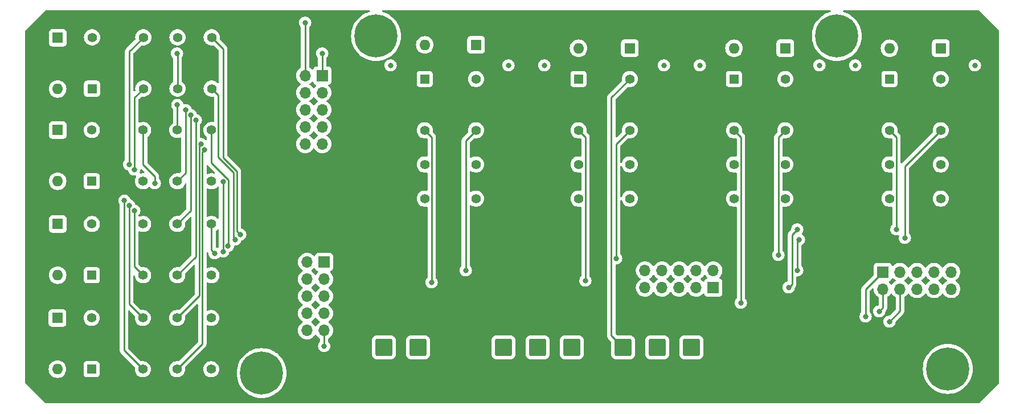
<source format=gbr>
%TF.GenerationSoftware,KiCad,Pcbnew,7.0.6*%
%TF.CreationDate,2023-11-23T12:54:35+01:00*%
%TF.ProjectId,mainboard,6d61696e-626f-4617-9264-2e6b69636164,1*%
%TF.SameCoordinates,Original*%
%TF.FileFunction,Copper,L2,Bot*%
%TF.FilePolarity,Positive*%
%FSLAX46Y46*%
G04 Gerber Fmt 4.6, Leading zero omitted, Abs format (unit mm)*
G04 Created by KiCad (PCBNEW 7.0.6) date 2023-11-23 12:54:35*
%MOMM*%
%LPD*%
G01*
G04 APERTURE LIST*
G04 Aperture macros list*
%AMRoundRect*
0 Rectangle with rounded corners*
0 $1 Rounding radius*
0 $2 $3 $4 $5 $6 $7 $8 $9 X,Y pos of 4 corners*
0 Add a 4 corners polygon primitive as box body*
4,1,4,$2,$3,$4,$5,$6,$7,$8,$9,$2,$3,0*
0 Add four circle primitives for the rounded corners*
1,1,$1+$1,$2,$3*
1,1,$1+$1,$4,$5*
1,1,$1+$1,$6,$7*
1,1,$1+$1,$8,$9*
0 Add four rect primitives between the rounded corners*
20,1,$1+$1,$2,$3,$4,$5,0*
20,1,$1+$1,$4,$5,$6,$7,0*
20,1,$1+$1,$6,$7,$8,$9,0*
20,1,$1+$1,$8,$9,$2,$3,0*%
G04 Aperture macros list end*
%TA.AperFunction,ComponentPad*%
%ADD10RoundRect,0.249999X-1.025001X-1.025001X1.025001X-1.025001X1.025001X1.025001X-1.025001X1.025001X0*%
%TD*%
%TA.AperFunction,ComponentPad*%
%ADD11R,1.700000X1.700000*%
%TD*%
%TA.AperFunction,ComponentPad*%
%ADD12O,1.700000X1.700000*%
%TD*%
%TA.AperFunction,ComponentPad*%
%ADD13C,0.800000*%
%TD*%
%TA.AperFunction,ComponentPad*%
%ADD14C,6.400000*%
%TD*%
%TA.AperFunction,ComponentPad*%
%ADD15R,1.600000X1.600000*%
%TD*%
%TA.AperFunction,ComponentPad*%
%ADD16O,1.600000X1.600000*%
%TD*%
%TA.AperFunction,ComponentPad*%
%ADD17R,1.400000X1.400000*%
%TD*%
%TA.AperFunction,ComponentPad*%
%ADD18C,1.400000*%
%TD*%
%TA.AperFunction,ViaPad*%
%ADD19C,0.800000*%
%TD*%
%TA.AperFunction,Conductor*%
%ADD20C,0.250000*%
%TD*%
G04 APERTURE END LIST*
D10*
%TO.P,J36,1,Pin_1*%
%TO.N,N/C*%
X136435000Y-123745500D03*
%TD*%
%TO.P,J39,1,Pin_1*%
%TO.N,N/C*%
X146595000Y-123745500D03*
%TD*%
D11*
%TO.P,J3,1,Pin_1*%
%TO.N,N/C*%
X109785000Y-111075500D03*
D12*
%TO.P,J3,2,Pin_2*%
X107245000Y-111075500D03*
%TO.P,J3,3,Pin_3*%
X109785000Y-113615500D03*
%TO.P,J3,4,Pin_4*%
X107245000Y-113615500D03*
%TO.P,J3,5,Pin_5*%
X109785000Y-116155500D03*
%TO.P,J3,6,Pin_6*%
X107245000Y-116155500D03*
%TO.P,J3,7,Pin_7*%
X109785000Y-118695500D03*
%TO.P,J3,8,Pin_8*%
X107245000Y-118695500D03*
%TO.P,J3,9,Pin_9*%
X109785000Y-121235500D03*
%TO.P,J3,10,Pin_10*%
X107245000Y-121235500D03*
%TD*%
D13*
%TO.P,REF\u002A\u002A,1*%
%TO.N,N/C*%
X183604052Y-77470000D03*
X184306996Y-75772944D03*
X184306996Y-79167056D03*
X186004052Y-75070000D03*
D14*
X186004052Y-77470000D03*
D13*
X186004052Y-79870000D03*
X187701108Y-75772944D03*
X187701108Y-79167056D03*
X188404052Y-77470000D03*
%TD*%
D15*
%TO.P,D6,1,K*%
%TO.N,N/C*%
X178345000Y-79295500D03*
D16*
%TO.P,D6,2,A*%
X170725000Y-79295500D03*
%TD*%
D17*
%TO.P,K6,1*%
%TO.N,N/C*%
X75253500Y-99060000D03*
D18*
%TO.P,K6,4*%
X82873500Y-99060000D03*
%TO.P,K6,6*%
X87953500Y-99060000D03*
%TO.P,K6,8*%
X93033500Y-99060000D03*
%TO.P,K6,9*%
X93033500Y-91440000D03*
%TO.P,K6,11*%
X87953500Y-91440000D03*
%TO.P,K6,13*%
X82873500Y-91440000D03*
%TO.P,K6,16*%
X75253500Y-91440000D03*
%TD*%
D17*
%TO.P,K5,1*%
%TO.N,N/C*%
X124751000Y-83867500D03*
D18*
%TO.P,K5,4*%
X124751000Y-91487500D03*
%TO.P,K5,6*%
X124751000Y-96567500D03*
%TO.P,K5,8*%
X124751000Y-101647500D03*
%TO.P,K5,9*%
X132371000Y-101647500D03*
%TO.P,K5,11*%
X132371000Y-96567500D03*
%TO.P,K5,13*%
X132371000Y-91487500D03*
%TO.P,K5,16*%
X132371000Y-83867500D03*
%TD*%
D13*
%TO.P,REF\u002A\u002A,1*%
%TO.N,N/C*%
X98094052Y-127580000D03*
X98796996Y-125882944D03*
X98796996Y-129277056D03*
X100494052Y-125180000D03*
D14*
X100494052Y-127580000D03*
D13*
X100494052Y-129980000D03*
X102191108Y-125882944D03*
X102191108Y-129277056D03*
X102894052Y-127580000D03*
%TD*%
D10*
%TO.P,J37,1,Pin_1*%
%TO.N,N/C*%
X154215000Y-123745500D03*
%TD*%
D15*
%TO.P,D8,1,K*%
%TO.N,N/C*%
X132371000Y-78787500D03*
D16*
%TO.P,D8,2,A*%
X124751000Y-78787500D03*
%TD*%
D13*
%TO.P,REF\u002A\u002A,1*%
%TO.N,N/C*%
X115094052Y-77470000D03*
X115796996Y-75772944D03*
X115796996Y-79167056D03*
X117494052Y-75070000D03*
D14*
X117494052Y-77470000D03*
D13*
X117494052Y-79870000D03*
X119191108Y-75772944D03*
X119191108Y-79167056D03*
X119894052Y-77470000D03*
%TD*%
D10*
%TO.P,J33,1,Pin_1*%
%TO.N,N/C*%
X123735000Y-123745500D03*
%TD*%
D15*
%TO.P,D10,1,K*%
%TO.N,N/C*%
X70173500Y-91440000D03*
D16*
%TO.P,D10,2,A*%
X70173500Y-99060000D03*
%TD*%
D17*
%TO.P,K8,1*%
%TO.N,N/C*%
X75253500Y-113030000D03*
D18*
%TO.P,K8,4*%
X82873500Y-113030000D03*
%TO.P,K8,6*%
X87953500Y-113030000D03*
%TO.P,K8,8*%
X93033500Y-113030000D03*
%TO.P,K8,9*%
X93033500Y-105410000D03*
%TO.P,K8,11*%
X87953500Y-105410000D03*
%TO.P,K8,13*%
X82873500Y-105410000D03*
%TO.P,K8,16*%
X75253500Y-105410000D03*
%TD*%
D15*
%TO.P,D12,1,K*%
%TO.N,N/C*%
X70173500Y-105410000D03*
D16*
%TO.P,D12,2,A*%
X70173500Y-113030000D03*
%TD*%
D11*
%TO.P,J18,1,Pin_1*%
%TO.N,N/C*%
X167647000Y-114875500D03*
D12*
%TO.P,J18,2,Pin_2*%
X167647000Y-112335500D03*
%TO.P,J18,3,Pin_3*%
X165107000Y-114875500D03*
%TO.P,J18,4,Pin_4*%
X165107000Y-112335500D03*
%TO.P,J18,5,Pin_5*%
X162567000Y-114875500D03*
%TO.P,J18,6,Pin_6*%
X162567000Y-112335500D03*
%TO.P,J18,7,Pin_7*%
X160027000Y-114875500D03*
%TO.P,J18,8,Pin_8*%
X160027000Y-112335500D03*
%TO.P,J18,9,Pin_9*%
X157487000Y-114875500D03*
%TO.P,J18,10,Pin_10*%
X157487000Y-112335500D03*
%TD*%
D17*
%TO.P,K7,1*%
%TO.N,N/C*%
X75221000Y-127000000D03*
D18*
%TO.P,K7,4*%
X82841000Y-127000000D03*
%TO.P,K7,6*%
X87921000Y-127000000D03*
%TO.P,K7,8*%
X93001000Y-127000000D03*
%TO.P,K7,9*%
X93001000Y-119380000D03*
%TO.P,K7,11*%
X87921000Y-119380000D03*
%TO.P,K7,13*%
X82841000Y-119380000D03*
%TO.P,K7,16*%
X75221000Y-119380000D03*
%TD*%
D15*
%TO.P,D11,1,K*%
%TO.N,N/C*%
X70141000Y-119380000D03*
D16*
%TO.P,D11,2,A*%
X70141000Y-127000000D03*
%TD*%
D10*
%TO.P,J32,1,Pin_1*%
%TO.N,N/C*%
X118655000Y-123745500D03*
%TD*%
D17*
%TO.P,K1,1*%
%TO.N,N/C*%
X193839000Y-83867500D03*
D18*
%TO.P,K1,4*%
X193839000Y-91487500D03*
%TO.P,K1,6*%
X193839000Y-96567500D03*
%TO.P,K1,8*%
X193839000Y-101647500D03*
%TO.P,K1,9*%
X201459000Y-101647500D03*
%TO.P,K1,11*%
X201459000Y-96567500D03*
%TO.P,K1,13*%
X201459000Y-91487500D03*
%TO.P,K1,16*%
X201459000Y-83867500D03*
%TD*%
D15*
%TO.P,D9,1,K*%
%TO.N,N/C*%
X70173500Y-77724000D03*
D16*
%TO.P,D9,2,A*%
X70173500Y-85344000D03*
%TD*%
D15*
%TO.P,D7,1,K*%
%TO.N,N/C*%
X155231000Y-79295500D03*
D16*
%TO.P,D7,2,A*%
X147611000Y-79295500D03*
%TD*%
D15*
%TO.P,D5,1,K*%
%TO.N,N/C*%
X201459000Y-79295500D03*
D16*
%TO.P,D5,2,A*%
X193839000Y-79295500D03*
%TD*%
D13*
%TO.P,REF\u002A\u002A,1*%
%TO.N,N/C*%
X200094052Y-126980000D03*
X200796996Y-125282944D03*
X200796996Y-128677056D03*
X202494052Y-124580000D03*
D14*
X202494052Y-126980000D03*
D13*
X202494052Y-129380000D03*
X204191108Y-125282944D03*
X204191108Y-128677056D03*
X204894052Y-126980000D03*
%TD*%
D10*
%TO.P,J35,1,Pin_1*%
%TO.N,N/C*%
X141515000Y-123745500D03*
%TD*%
D11*
%TO.P,J19,1,Pin_1*%
%TO.N,N/C*%
X192853000Y-112549500D03*
D12*
%TO.P,J19,2,Pin_2*%
X192853000Y-115089500D03*
%TO.P,J19,3,Pin_3*%
X195393000Y-112549500D03*
%TO.P,J19,4,Pin_4*%
X195393000Y-115089500D03*
%TO.P,J19,5,Pin_5*%
X197933000Y-112549500D03*
%TO.P,J19,6,Pin_6*%
X197933000Y-115089500D03*
%TO.P,J19,7,Pin_7*%
X200473000Y-112549500D03*
%TO.P,J19,8,Pin_8*%
X200473000Y-115089500D03*
%TO.P,J19,9,Pin_9*%
X203013000Y-112549500D03*
%TO.P,J19,10,Pin_10*%
X203013000Y-115089500D03*
%TD*%
D17*
%TO.P,K4,1*%
%TO.N,N/C*%
X147611000Y-83867500D03*
D18*
%TO.P,K4,4*%
X147611000Y-91487500D03*
%TO.P,K4,6*%
X147611000Y-96567500D03*
%TO.P,K4,8*%
X147611000Y-101647500D03*
%TO.P,K4,9*%
X155231000Y-101647500D03*
%TO.P,K4,11*%
X155231000Y-96567500D03*
%TO.P,K4,13*%
X155231000Y-91487500D03*
%TO.P,K4,16*%
X155231000Y-83867500D03*
%TD*%
D10*
%TO.P,J38,1,Pin_1*%
%TO.N,N/C*%
X159295000Y-123745500D03*
%TD*%
D11*
%TO.P,J1,1,Pin_1*%
%TO.N,N/C*%
X109511000Y-83359500D03*
D12*
%TO.P,J1,2,Pin_2*%
X106971000Y-83359500D03*
%TO.P,J1,3,Pin_3*%
X109511000Y-85899500D03*
%TO.P,J1,4,Pin_4*%
X106971000Y-85899500D03*
%TO.P,J1,5,Pin_5*%
X109511000Y-88439500D03*
%TO.P,J1,6,Pin_6*%
X106971000Y-88439500D03*
%TO.P,J1,7,Pin_7*%
X109511000Y-90979500D03*
%TO.P,J1,8,Pin_8*%
X106971000Y-90979500D03*
%TO.P,J1,9,Pin_9*%
X109511000Y-93519500D03*
%TO.P,J1,10,Pin_10*%
X106971000Y-93519500D03*
%TD*%
D10*
%TO.P,J40,1,Pin_1*%
%TO.N,N/C*%
X164375000Y-123745500D03*
%TD*%
D17*
%TO.P,K2,1*%
%TO.N,N/C*%
X75286000Y-85296500D03*
D18*
%TO.P,K2,4*%
X82906000Y-85296500D03*
%TO.P,K2,6*%
X87986000Y-85296500D03*
%TO.P,K2,8*%
X93066000Y-85296500D03*
%TO.P,K2,9*%
X93066000Y-77676500D03*
%TO.P,K2,11*%
X87986000Y-77676500D03*
%TO.P,K2,13*%
X82906000Y-77676500D03*
%TO.P,K2,16*%
X75286000Y-77676500D03*
%TD*%
D17*
%TO.P,K3,1*%
%TO.N,N/C*%
X170725000Y-83867500D03*
D18*
%TO.P,K3,4*%
X170725000Y-91487500D03*
%TO.P,K3,6*%
X170725000Y-96567500D03*
%TO.P,K3,8*%
X170725000Y-101647500D03*
%TO.P,K3,9*%
X178345000Y-101647500D03*
%TO.P,K3,11*%
X178345000Y-96567500D03*
%TO.P,K3,13*%
X178345000Y-91487500D03*
%TO.P,K3,16*%
X178345000Y-83867500D03*
%TD*%
D19*
%TO.N,*%
X183425000Y-81835500D03*
X119671000Y-81835500D03*
X165645000Y-81835500D03*
X137197000Y-81835500D03*
X192315000Y-118411500D03*
X206539000Y-81835500D03*
X160311000Y-81835500D03*
X106971000Y-75485500D03*
X109511000Y-80057500D03*
X90715000Y-89963500D03*
X87953500Y-87710000D03*
X142531000Y-81835500D03*
X89191000Y-88494745D03*
X87921000Y-80057500D03*
X188759000Y-81835500D03*
X80809000Y-96567500D03*
X178853000Y-114855500D03*
X153199000Y-110537500D03*
X94779000Y-109521500D03*
X80809000Y-102663500D03*
X80095860Y-101963188D03*
X193839000Y-119935500D03*
X109785000Y-123580000D03*
X130847000Y-112315500D03*
X180123000Y-106219500D03*
X180377000Y-107743500D03*
X93509000Y-109775500D03*
X125767000Y-114093500D03*
X171741000Y-117141500D03*
X180123000Y-112315500D03*
X194864000Y-106219500D03*
X148627000Y-113839500D03*
X81571000Y-103425500D03*
X81571000Y-97329500D03*
X84619000Y-99361500D03*
X196125000Y-107489500D03*
X95503500Y-108689864D03*
X94779000Y-99107500D03*
X190283000Y-119173500D03*
X177329000Y-110029500D03*
X89953000Y-89201500D03*
X91477000Y-93519500D03*
X92031424Y-94351136D03*
X96557000Y-107743500D03*
X97319000Y-106981500D03*
%TD*%
D20*
%TO.N,*%
X80809000Y-102663500D02*
X80809000Y-117348000D01*
X80047000Y-124206000D02*
X82841000Y-127000000D01*
X80095860Y-101963188D02*
X80047000Y-102012048D01*
X80809000Y-117348000D02*
X82841000Y-119380000D01*
X81571000Y-111727500D02*
X82873500Y-113030000D01*
X81571000Y-103425500D02*
X81571000Y-111727500D01*
X80047000Y-102012048D02*
X80047000Y-124206000D01*
X84619000Y-99361500D02*
X84619000Y-98345500D01*
X82841000Y-96567500D02*
X82873500Y-96535000D01*
X80809000Y-79773500D02*
X82906000Y-77676500D01*
X80809000Y-96567500D02*
X80809000Y-79773500D01*
X81571000Y-97329500D02*
X81571000Y-86631500D01*
X81571000Y-86631500D02*
X82906000Y-85296500D01*
X84619000Y-98345500D02*
X82841000Y-96567500D01*
X82873500Y-96535000D02*
X82873500Y-91440000D01*
X132371000Y-91487500D02*
X130847000Y-93011500D01*
X190283000Y-119173500D02*
X190283000Y-115119500D01*
X195393000Y-118381500D02*
X195393000Y-115089500D01*
X130847000Y-93011500D02*
X130847000Y-112315500D01*
X193839000Y-119935500D02*
X195393000Y-118381500D01*
X190283000Y-115119500D02*
X192853000Y-112549500D01*
X194864000Y-106219500D02*
X194864000Y-92512500D01*
X180123000Y-106219500D02*
X179361000Y-106981500D01*
X196125000Y-96821500D02*
X196125000Y-107489500D01*
X201459000Y-91487500D02*
X196125000Y-96821500D01*
X179361000Y-106981500D02*
X179361000Y-114347500D01*
X170725000Y-91487500D02*
X171750000Y-92512500D01*
X148636000Y-113830500D02*
X148627000Y-113839500D01*
X194864000Y-92512500D02*
X193839000Y-91487500D01*
X177320000Y-110020500D02*
X177329000Y-110029500D01*
X125776000Y-92512500D02*
X125776000Y-114084500D01*
X124751000Y-91487500D02*
X125776000Y-92512500D01*
X155231000Y-91487500D02*
X153199000Y-93519500D01*
X148636000Y-92512500D02*
X148636000Y-113830500D01*
X179361000Y-114347500D02*
X178853000Y-114855500D01*
X153199000Y-93519500D02*
X153199000Y-110537500D01*
X147611000Y-91487500D02*
X148636000Y-92512500D01*
X180123000Y-107997500D02*
X180123000Y-112315500D01*
X171750000Y-92512500D02*
X171750000Y-117132500D01*
X178345000Y-91487500D02*
X177320000Y-92512500D01*
X171750000Y-117132500D02*
X171741000Y-117141500D01*
X125776000Y-114084500D02*
X125767000Y-114093500D01*
X177320000Y-92512500D02*
X177320000Y-110020500D01*
X180377000Y-107743500D02*
X180123000Y-107997500D01*
X93066000Y-85296500D02*
X94058500Y-86289000D01*
X95503500Y-108689864D02*
X95541000Y-108652364D01*
X94058500Y-95510000D02*
X96303000Y-97754500D01*
X96811000Y-97583500D02*
X96811000Y-106473500D01*
X94058500Y-86289000D02*
X94058500Y-95510000D01*
X91223000Y-93773500D02*
X91223000Y-116078000D01*
X94779000Y-99107500D02*
X94779000Y-109521500D01*
X91223000Y-116078000D02*
X87921000Y-119380000D01*
X93066000Y-77676500D02*
X94779000Y-79389500D01*
X96303000Y-97754500D02*
X96303000Y-107489500D01*
X95541000Y-108652364D02*
X95541000Y-98844195D01*
X95541000Y-98844195D02*
X93001000Y-96304195D01*
X91477000Y-93519500D02*
X91223000Y-93773500D01*
X93033500Y-109300000D02*
X93033500Y-105410000D01*
X93509000Y-109775500D02*
X93033500Y-109300000D01*
X94779000Y-79389500D02*
X94779000Y-95551500D01*
X96811000Y-106473500D02*
X97319000Y-106981500D01*
X109785000Y-123580000D02*
X109785000Y-121235500D01*
X94779000Y-95551500D02*
X96811000Y-97583500D01*
X96303000Y-107489500D02*
X96557000Y-107743500D01*
X93001000Y-96304195D02*
X93001000Y-91472500D01*
X93001000Y-91472500D02*
X93033500Y-91440000D01*
X91673000Y-123248000D02*
X91673000Y-94709560D01*
X91673000Y-94709560D02*
X92031424Y-94351136D01*
X89953000Y-89201500D02*
X89953000Y-103410500D01*
X109511000Y-80057500D02*
X109511000Y-83359500D01*
X192853000Y-117873500D02*
X192853000Y-115089500D01*
X90715000Y-110268500D02*
X87953500Y-113030000D01*
X89191000Y-97822500D02*
X87953500Y-99060000D01*
X89953000Y-103410500D02*
X87953500Y-105410000D01*
X89191000Y-88494745D02*
X89191000Y-97822500D01*
X106971000Y-75485500D02*
X106971000Y-83359500D01*
X87986000Y-85296500D02*
X87986000Y-80122500D01*
X87986000Y-80122500D02*
X87921000Y-80057500D01*
X192315000Y-118411500D02*
X192853000Y-117873500D01*
X87953500Y-87710000D02*
X87953500Y-91440000D01*
X87921000Y-127000000D02*
X91673000Y-123248000D01*
X90715000Y-89963500D02*
X90715000Y-110268500D01*
X152474000Y-86624500D02*
X152474000Y-122004500D01*
X152474000Y-122004500D02*
X154215000Y-123745500D01*
X155231000Y-83867500D02*
X152474000Y-86624500D01*
%TD*%
%TA.AperFunction,NonConductor*%
G36*
X116538834Y-73680185D02*
G01*
X116584589Y-73732989D01*
X116594533Y-73802147D01*
X116565508Y-73865703D01*
X116506730Y-73903477D01*
X116503940Y-73904260D01*
X116376545Y-73938395D01*
X116348957Y-73945788D01*
X115986854Y-74084787D01*
X115641258Y-74260877D01*
X115315969Y-74472122D01*
X115014540Y-74716215D01*
X115014532Y-74716222D01*
X114740274Y-74990480D01*
X114740267Y-74990488D01*
X114496174Y-75291917D01*
X114284929Y-75617206D01*
X114108839Y-75962802D01*
X113969840Y-76324905D01*
X113869449Y-76699570D01*
X113869449Y-76699572D01*
X113808774Y-77082660D01*
X113788474Y-77469999D01*
X113788474Y-77470000D01*
X113808774Y-77857339D01*
X113831592Y-78001408D01*
X113869450Y-78240433D01*
X113958256Y-78571864D01*
X113969840Y-78615094D01*
X114108839Y-78977197D01*
X114284929Y-79322793D01*
X114496174Y-79648082D01*
X114572218Y-79741988D01*
X114740271Y-79949516D01*
X115014536Y-80223781D01*
X115014540Y-80223784D01*
X115315969Y-80467877D01*
X115520998Y-80601024D01*
X115641263Y-80679125D01*
X115986858Y-80855214D01*
X116348965Y-80994214D01*
X116723619Y-81094602D01*
X117106714Y-81155278D01*
X117472628Y-81174455D01*
X117494051Y-81175578D01*
X117494052Y-81175578D01*
X117494053Y-81175578D01*
X117514352Y-81174514D01*
X117881390Y-81155278D01*
X118264485Y-81094602D01*
X118639139Y-80994214D01*
X119001246Y-80855214D01*
X119346841Y-80679125D01*
X119672136Y-80467876D01*
X119973568Y-80223781D01*
X120247833Y-79949516D01*
X120491928Y-79648084D01*
X120703177Y-79322789D01*
X120879266Y-78977194D01*
X120952082Y-78787501D01*
X123445532Y-78787501D01*
X123465364Y-79014186D01*
X123465366Y-79014197D01*
X123524258Y-79233988D01*
X123524261Y-79233997D01*
X123620431Y-79440232D01*
X123620432Y-79440234D01*
X123750954Y-79626641D01*
X123911858Y-79787545D01*
X123911861Y-79787547D01*
X124098266Y-79918068D01*
X124304504Y-80014239D01*
X124304509Y-80014240D01*
X124304511Y-80014241D01*
X124357415Y-80028416D01*
X124524308Y-80073135D01*
X124686230Y-80087301D01*
X124750998Y-80092968D01*
X124751000Y-80092968D01*
X124751002Y-80092968D01*
X124807807Y-80087998D01*
X124977692Y-80073135D01*
X125197496Y-80014239D01*
X125403734Y-79918068D01*
X125590139Y-79787547D01*
X125742316Y-79635370D01*
X131070500Y-79635370D01*
X131070501Y-79635376D01*
X131076908Y-79694983D01*
X131127202Y-79829828D01*
X131127206Y-79829835D01*
X131213452Y-79945044D01*
X131213455Y-79945047D01*
X131328664Y-80031293D01*
X131328671Y-80031297D01*
X131463517Y-80081591D01*
X131463516Y-80081591D01*
X131470444Y-80082335D01*
X131523127Y-80088000D01*
X133218872Y-80087999D01*
X133278483Y-80081591D01*
X133413331Y-80031296D01*
X133528546Y-79945046D01*
X133614796Y-79829831D01*
X133665091Y-79694983D01*
X133671500Y-79635373D01*
X133671500Y-79295501D01*
X146305532Y-79295501D01*
X146325364Y-79522186D01*
X146325366Y-79522197D01*
X146384258Y-79741988D01*
X146384261Y-79741997D01*
X146480431Y-79948232D01*
X146480432Y-79948234D01*
X146610954Y-80134641D01*
X146771858Y-80295545D01*
X146771861Y-80295547D01*
X146958266Y-80426068D01*
X147164504Y-80522239D01*
X147384308Y-80581135D01*
X147546230Y-80595301D01*
X147610998Y-80600968D01*
X147611000Y-80600968D01*
X147611002Y-80600968D01*
X147667807Y-80595998D01*
X147837692Y-80581135D01*
X148057496Y-80522239D01*
X148263734Y-80426068D01*
X148450139Y-80295547D01*
X148602316Y-80143370D01*
X153930500Y-80143370D01*
X153930501Y-80143376D01*
X153936908Y-80202983D01*
X153987202Y-80337828D01*
X153987206Y-80337835D01*
X154073452Y-80453044D01*
X154073455Y-80453047D01*
X154188664Y-80539293D01*
X154188671Y-80539297D01*
X154323517Y-80589591D01*
X154323516Y-80589591D01*
X154330444Y-80590335D01*
X154383127Y-80596000D01*
X156078872Y-80595999D01*
X156138483Y-80589591D01*
X156273331Y-80539296D01*
X156388546Y-80453046D01*
X156474796Y-80337831D01*
X156525091Y-80202983D01*
X156531500Y-80143373D01*
X156531500Y-79295501D01*
X169419532Y-79295501D01*
X169439364Y-79522186D01*
X169439366Y-79522197D01*
X169498258Y-79741988D01*
X169498261Y-79741997D01*
X169594431Y-79948232D01*
X169594432Y-79948234D01*
X169724954Y-80134641D01*
X169885858Y-80295545D01*
X169885861Y-80295547D01*
X170072266Y-80426068D01*
X170278504Y-80522239D01*
X170498308Y-80581135D01*
X170660230Y-80595301D01*
X170724998Y-80600968D01*
X170725000Y-80600968D01*
X170725002Y-80600968D01*
X170781807Y-80595998D01*
X170951692Y-80581135D01*
X171171496Y-80522239D01*
X171377734Y-80426068D01*
X171564139Y-80295547D01*
X171716316Y-80143370D01*
X177044500Y-80143370D01*
X177044501Y-80143376D01*
X177050908Y-80202983D01*
X177101202Y-80337828D01*
X177101206Y-80337835D01*
X177187452Y-80453044D01*
X177187455Y-80453047D01*
X177302664Y-80539293D01*
X177302671Y-80539297D01*
X177437517Y-80589591D01*
X177437516Y-80589591D01*
X177444444Y-80590335D01*
X177497127Y-80596000D01*
X179192872Y-80595999D01*
X179252483Y-80589591D01*
X179387331Y-80539296D01*
X179502546Y-80453046D01*
X179588796Y-80337831D01*
X179639091Y-80202983D01*
X179645500Y-80143373D01*
X179645499Y-78447628D01*
X179639091Y-78388017D01*
X179621556Y-78341004D01*
X179588797Y-78253171D01*
X179588793Y-78253164D01*
X179502547Y-78137955D01*
X179502544Y-78137952D01*
X179387335Y-78051706D01*
X179387328Y-78051702D01*
X179252482Y-78001408D01*
X179252483Y-78001408D01*
X179192883Y-77995001D01*
X179192881Y-77995000D01*
X179192873Y-77995000D01*
X179192864Y-77995000D01*
X177497129Y-77995000D01*
X177497123Y-77995001D01*
X177437516Y-78001408D01*
X177302671Y-78051702D01*
X177302664Y-78051706D01*
X177187455Y-78137952D01*
X177187452Y-78137955D01*
X177101206Y-78253164D01*
X177101202Y-78253171D01*
X177050908Y-78388017D01*
X177044501Y-78447616D01*
X177044501Y-78447623D01*
X177044500Y-78447635D01*
X177044500Y-80143370D01*
X171716316Y-80143370D01*
X171725047Y-80134639D01*
X171855568Y-79948234D01*
X171951739Y-79741996D01*
X172010635Y-79522192D01*
X172030468Y-79295500D01*
X172029332Y-79282520D01*
X172020946Y-79186662D01*
X172010635Y-79068808D01*
X171960458Y-78881544D01*
X171951741Y-78849011D01*
X171951738Y-78849002D01*
X171923058Y-78787498D01*
X171855568Y-78642766D01*
X171725047Y-78456361D01*
X171725045Y-78456358D01*
X171564141Y-78295454D01*
X171377734Y-78164932D01*
X171377732Y-78164931D01*
X171171497Y-78068761D01*
X171171488Y-78068758D01*
X170951697Y-78009866D01*
X170951693Y-78009865D01*
X170951692Y-78009865D01*
X170951691Y-78009864D01*
X170951686Y-78009864D01*
X170725002Y-77990032D01*
X170724998Y-77990032D01*
X170498313Y-78009864D01*
X170498302Y-78009866D01*
X170278511Y-78068758D01*
X170278502Y-78068761D01*
X170072267Y-78164931D01*
X170072265Y-78164932D01*
X169885858Y-78295454D01*
X169724954Y-78456358D01*
X169594432Y-78642765D01*
X169594431Y-78642767D01*
X169498261Y-78849002D01*
X169498258Y-78849011D01*
X169439366Y-79068802D01*
X169439364Y-79068813D01*
X169419532Y-79295498D01*
X169419532Y-79295501D01*
X156531500Y-79295501D01*
X156531499Y-78447628D01*
X156525091Y-78388017D01*
X156507556Y-78341004D01*
X156474797Y-78253171D01*
X156474793Y-78253164D01*
X156388547Y-78137955D01*
X156388544Y-78137952D01*
X156273335Y-78051706D01*
X156273328Y-78051702D01*
X156138482Y-78001408D01*
X156138483Y-78001408D01*
X156078883Y-77995001D01*
X156078881Y-77995000D01*
X156078873Y-77995000D01*
X156078864Y-77995000D01*
X154383129Y-77995000D01*
X154383123Y-77995001D01*
X154323516Y-78001408D01*
X154188671Y-78051702D01*
X154188664Y-78051706D01*
X154073455Y-78137952D01*
X154073452Y-78137955D01*
X153987206Y-78253164D01*
X153987202Y-78253171D01*
X153936908Y-78388017D01*
X153930501Y-78447616D01*
X153930501Y-78447623D01*
X153930500Y-78447635D01*
X153930500Y-80143370D01*
X148602316Y-80143370D01*
X148611047Y-80134639D01*
X148741568Y-79948234D01*
X148837739Y-79741996D01*
X148896635Y-79522192D01*
X148916468Y-79295500D01*
X148915332Y-79282520D01*
X148906946Y-79186662D01*
X148896635Y-79068808D01*
X148846458Y-78881544D01*
X148837741Y-78849011D01*
X148837738Y-78849002D01*
X148809058Y-78787498D01*
X148741568Y-78642766D01*
X148611047Y-78456361D01*
X148611045Y-78456358D01*
X148450141Y-78295454D01*
X148263734Y-78164932D01*
X148263732Y-78164931D01*
X148057497Y-78068761D01*
X148057488Y-78068758D01*
X147837697Y-78009866D01*
X147837693Y-78009865D01*
X147837692Y-78009865D01*
X147837691Y-78009864D01*
X147837686Y-78009864D01*
X147611002Y-77990032D01*
X147610998Y-77990032D01*
X147384313Y-78009864D01*
X147384302Y-78009866D01*
X147164511Y-78068758D01*
X147164502Y-78068761D01*
X146958267Y-78164931D01*
X146958265Y-78164932D01*
X146771858Y-78295454D01*
X146610954Y-78456358D01*
X146480432Y-78642765D01*
X146480431Y-78642767D01*
X146384261Y-78849002D01*
X146384258Y-78849011D01*
X146325366Y-79068802D01*
X146325364Y-79068813D01*
X146305532Y-79295498D01*
X146305532Y-79295501D01*
X133671500Y-79295501D01*
X133671499Y-77939628D01*
X133665091Y-77880017D01*
X133656632Y-77857338D01*
X133614797Y-77745171D01*
X133614793Y-77745164D01*
X133528547Y-77629955D01*
X133528544Y-77629952D01*
X133413335Y-77543706D01*
X133413328Y-77543702D01*
X133278482Y-77493408D01*
X133278483Y-77493408D01*
X133218883Y-77487001D01*
X133218881Y-77487000D01*
X133218873Y-77487000D01*
X133218864Y-77487000D01*
X131523129Y-77487000D01*
X131523123Y-77487001D01*
X131463516Y-77493408D01*
X131328671Y-77543702D01*
X131328664Y-77543706D01*
X131213455Y-77629952D01*
X131213452Y-77629955D01*
X131127206Y-77745164D01*
X131127202Y-77745171D01*
X131076908Y-77880017D01*
X131074356Y-77903758D01*
X131070501Y-77939623D01*
X131070500Y-77939635D01*
X131070500Y-79635370D01*
X125742316Y-79635370D01*
X125751047Y-79626639D01*
X125881568Y-79440234D01*
X125977739Y-79233996D01*
X126036635Y-79014192D01*
X126056468Y-78787500D01*
X126036635Y-78560808D01*
X125977739Y-78341004D01*
X125881568Y-78134766D01*
X125751047Y-77948361D01*
X125751045Y-77948358D01*
X125590141Y-77787454D01*
X125403734Y-77656932D01*
X125403732Y-77656931D01*
X125197497Y-77560761D01*
X125197488Y-77560758D01*
X124977697Y-77501866D01*
X124977693Y-77501865D01*
X124977692Y-77501865D01*
X124977691Y-77501864D01*
X124977686Y-77501864D01*
X124751002Y-77482032D01*
X124750998Y-77482032D01*
X124524313Y-77501864D01*
X124524302Y-77501866D01*
X124304511Y-77560758D01*
X124304502Y-77560761D01*
X124098267Y-77656931D01*
X124098265Y-77656932D01*
X123911858Y-77787454D01*
X123750954Y-77948358D01*
X123620432Y-78134765D01*
X123620431Y-78134767D01*
X123524261Y-78341002D01*
X123524258Y-78341011D01*
X123465366Y-78560802D01*
X123465364Y-78560813D01*
X123445532Y-78787498D01*
X123445532Y-78787501D01*
X120952082Y-78787501D01*
X121018266Y-78615087D01*
X121118654Y-78240433D01*
X121179330Y-77857338D01*
X121199630Y-77470000D01*
X121179330Y-77082662D01*
X121118654Y-76699567D01*
X121018266Y-76324913D01*
X120879266Y-75962806D01*
X120703177Y-75617211D01*
X120617643Y-75485500D01*
X120491929Y-75291917D01*
X120247836Y-74990488D01*
X120247833Y-74990484D01*
X119973568Y-74716219D01*
X119860127Y-74624356D01*
X119672134Y-74472122D01*
X119346845Y-74260877D01*
X119001249Y-74084787D01*
X118639146Y-73945788D01*
X118639139Y-73945786D01*
X118484213Y-73904273D01*
X118424555Y-73867910D01*
X118394026Y-73805063D01*
X118402321Y-73735687D01*
X118446806Y-73681810D01*
X118513358Y-73660535D01*
X118516309Y-73660500D01*
X184981795Y-73660500D01*
X185048834Y-73680185D01*
X185094589Y-73732989D01*
X185104533Y-73802147D01*
X185075508Y-73865703D01*
X185016730Y-73903477D01*
X185013940Y-73904260D01*
X184886545Y-73938395D01*
X184858957Y-73945788D01*
X184496854Y-74084787D01*
X184151258Y-74260877D01*
X183825969Y-74472122D01*
X183524540Y-74716215D01*
X183524532Y-74716222D01*
X183250274Y-74990480D01*
X183250267Y-74990488D01*
X183006174Y-75291917D01*
X182794929Y-75617206D01*
X182618839Y-75962802D01*
X182479840Y-76324905D01*
X182379449Y-76699570D01*
X182379449Y-76699572D01*
X182318774Y-77082660D01*
X182298474Y-77469999D01*
X182298474Y-77470000D01*
X182318774Y-77857339D01*
X182341592Y-78001408D01*
X182379450Y-78240433D01*
X182468256Y-78571864D01*
X182479840Y-78615094D01*
X182618839Y-78977197D01*
X182794929Y-79322793D01*
X183006174Y-79648082D01*
X183082218Y-79741988D01*
X183250271Y-79949516D01*
X183524536Y-80223781D01*
X183524540Y-80223784D01*
X183825969Y-80467877D01*
X184030998Y-80601024D01*
X184151263Y-80679125D01*
X184496858Y-80855214D01*
X184858965Y-80994214D01*
X185233619Y-81094602D01*
X185616714Y-81155278D01*
X185982628Y-81174455D01*
X186004051Y-81175578D01*
X186004052Y-81175578D01*
X186004053Y-81175578D01*
X186024353Y-81174514D01*
X186391390Y-81155278D01*
X186774485Y-81094602D01*
X187149139Y-80994214D01*
X187511246Y-80855214D01*
X187856841Y-80679125D01*
X188182136Y-80467876D01*
X188483568Y-80223781D01*
X188757833Y-79949516D01*
X189001928Y-79648084D01*
X189213177Y-79322789D01*
X189227081Y-79295501D01*
X192533532Y-79295501D01*
X192553364Y-79522186D01*
X192553366Y-79522197D01*
X192612258Y-79741988D01*
X192612261Y-79741997D01*
X192708431Y-79948232D01*
X192708432Y-79948234D01*
X192838954Y-80134641D01*
X192999858Y-80295545D01*
X192999861Y-80295547D01*
X193186266Y-80426068D01*
X193392504Y-80522239D01*
X193612308Y-80581135D01*
X193774230Y-80595301D01*
X193838998Y-80600968D01*
X193839000Y-80600968D01*
X193839002Y-80600968D01*
X193895807Y-80595998D01*
X194065692Y-80581135D01*
X194285496Y-80522239D01*
X194491734Y-80426068D01*
X194678139Y-80295547D01*
X194830316Y-80143370D01*
X200158500Y-80143370D01*
X200158501Y-80143376D01*
X200164908Y-80202983D01*
X200215202Y-80337828D01*
X200215206Y-80337835D01*
X200301452Y-80453044D01*
X200301455Y-80453047D01*
X200416664Y-80539293D01*
X200416671Y-80539297D01*
X200551517Y-80589591D01*
X200551516Y-80589591D01*
X200558444Y-80590335D01*
X200611127Y-80596000D01*
X202306872Y-80595999D01*
X202366483Y-80589591D01*
X202501331Y-80539296D01*
X202616546Y-80453046D01*
X202702796Y-80337831D01*
X202753091Y-80202983D01*
X202759500Y-80143373D01*
X202759499Y-78447628D01*
X202753091Y-78388017D01*
X202735556Y-78341004D01*
X202702797Y-78253171D01*
X202702793Y-78253164D01*
X202616547Y-78137955D01*
X202616544Y-78137952D01*
X202501335Y-78051706D01*
X202501328Y-78051702D01*
X202366482Y-78001408D01*
X202366483Y-78001408D01*
X202306883Y-77995001D01*
X202306881Y-77995000D01*
X202306873Y-77995000D01*
X202306864Y-77995000D01*
X200611129Y-77995000D01*
X200611123Y-77995001D01*
X200551516Y-78001408D01*
X200416671Y-78051702D01*
X200416664Y-78051706D01*
X200301455Y-78137952D01*
X200301452Y-78137955D01*
X200215206Y-78253164D01*
X200215202Y-78253171D01*
X200164908Y-78388017D01*
X200158501Y-78447616D01*
X200158501Y-78447623D01*
X200158500Y-78447635D01*
X200158500Y-80143370D01*
X194830316Y-80143370D01*
X194839047Y-80134639D01*
X194969568Y-79948234D01*
X195065739Y-79741996D01*
X195124635Y-79522192D01*
X195144468Y-79295500D01*
X195143332Y-79282520D01*
X195134946Y-79186662D01*
X195124635Y-79068808D01*
X195074458Y-78881544D01*
X195065741Y-78849011D01*
X195065738Y-78849002D01*
X195037058Y-78787498D01*
X194969568Y-78642766D01*
X194839047Y-78456361D01*
X194839045Y-78456358D01*
X194678141Y-78295454D01*
X194491734Y-78164932D01*
X194491732Y-78164931D01*
X194285497Y-78068761D01*
X194285488Y-78068758D01*
X194065697Y-78009866D01*
X194065693Y-78009865D01*
X194065692Y-78009865D01*
X194065691Y-78009864D01*
X194065686Y-78009864D01*
X193839002Y-77990032D01*
X193838998Y-77990032D01*
X193612313Y-78009864D01*
X193612302Y-78009866D01*
X193392511Y-78068758D01*
X193392502Y-78068761D01*
X193186267Y-78164931D01*
X193186265Y-78164932D01*
X192999858Y-78295454D01*
X192838954Y-78456358D01*
X192708432Y-78642765D01*
X192708431Y-78642767D01*
X192612261Y-78849002D01*
X192612258Y-78849011D01*
X192553366Y-79068802D01*
X192553364Y-79068813D01*
X192533532Y-79295498D01*
X192533532Y-79295501D01*
X189227081Y-79295501D01*
X189389266Y-78977194D01*
X189528266Y-78615087D01*
X189628654Y-78240433D01*
X189689330Y-77857338D01*
X189709630Y-77470000D01*
X189689330Y-77082662D01*
X189628654Y-76699567D01*
X189528266Y-76324913D01*
X189389266Y-75962806D01*
X189213177Y-75617211D01*
X189127643Y-75485500D01*
X189001929Y-75291917D01*
X188757836Y-74990488D01*
X188757833Y-74990484D01*
X188483568Y-74716219D01*
X188370127Y-74624356D01*
X188182134Y-74472122D01*
X187856845Y-74260877D01*
X187511249Y-74084787D01*
X187149146Y-73945788D01*
X187149139Y-73945786D01*
X186994213Y-73904273D01*
X186934555Y-73867910D01*
X186904026Y-73805063D01*
X186912321Y-73735687D01*
X186956806Y-73681810D01*
X187023358Y-73660535D01*
X187026309Y-73660500D01*
X207083190Y-73660500D01*
X207150229Y-73680185D01*
X207170871Y-73696819D01*
X210097233Y-76623181D01*
X210130718Y-76684504D01*
X210133552Y-76710862D01*
X210133552Y-129029138D01*
X210113867Y-129096177D01*
X210097233Y-129116819D01*
X207170871Y-132043181D01*
X207109548Y-132076666D01*
X207083190Y-132079500D01*
X68404914Y-132079500D01*
X68337875Y-132059815D01*
X68317233Y-132043181D01*
X65390870Y-129116818D01*
X65357385Y-129055495D01*
X65354552Y-129029146D01*
X65354552Y-127000001D01*
X68835532Y-127000001D01*
X68855364Y-127226686D01*
X68855366Y-127226697D01*
X68914258Y-127446488D01*
X68914261Y-127446497D01*
X69010431Y-127652732D01*
X69010432Y-127652734D01*
X69140954Y-127839141D01*
X69301858Y-128000045D01*
X69301861Y-128000047D01*
X69488266Y-128130568D01*
X69694504Y-128226739D01*
X69914308Y-128285635D01*
X70076230Y-128299801D01*
X70140998Y-128305468D01*
X70141000Y-128305468D01*
X70141002Y-128305468D01*
X70197673Y-128300509D01*
X70367692Y-128285635D01*
X70587496Y-128226739D01*
X70793734Y-128130568D01*
X70980139Y-128000047D01*
X71141047Y-127839139D01*
X71204954Y-127747870D01*
X74020500Y-127747870D01*
X74020501Y-127747876D01*
X74026908Y-127807483D01*
X74077202Y-127942328D01*
X74077206Y-127942335D01*
X74163452Y-128057544D01*
X74163455Y-128057547D01*
X74278664Y-128143793D01*
X74278671Y-128143797D01*
X74413517Y-128194091D01*
X74413516Y-128194091D01*
X74420444Y-128194835D01*
X74473127Y-128200500D01*
X75968872Y-128200499D01*
X76028483Y-128194091D01*
X76163331Y-128143796D01*
X76278546Y-128057546D01*
X76364796Y-127942331D01*
X76415091Y-127807483D01*
X76421500Y-127747873D01*
X76421499Y-126252128D01*
X76415091Y-126192517D01*
X76413318Y-126187764D01*
X76364797Y-126057671D01*
X76364793Y-126057664D01*
X76278547Y-125942455D01*
X76278544Y-125942452D01*
X76163335Y-125856206D01*
X76163328Y-125856202D01*
X76028482Y-125805908D01*
X76028483Y-125805908D01*
X75968883Y-125799501D01*
X75968881Y-125799500D01*
X75968873Y-125799500D01*
X75968864Y-125799500D01*
X74473129Y-125799500D01*
X74473123Y-125799501D01*
X74413516Y-125805908D01*
X74278671Y-125856202D01*
X74278664Y-125856206D01*
X74163455Y-125942452D01*
X74163452Y-125942455D01*
X74077206Y-126057664D01*
X74077202Y-126057671D01*
X74026908Y-126192517D01*
X74025075Y-126209572D01*
X74020501Y-126252123D01*
X74020500Y-126252135D01*
X74020500Y-127747870D01*
X71204954Y-127747870D01*
X71271568Y-127652734D01*
X71367739Y-127446496D01*
X71426635Y-127226692D01*
X71446468Y-127000000D01*
X71426635Y-126773308D01*
X71367739Y-126553504D01*
X71271568Y-126347266D01*
X71141047Y-126160861D01*
X71141045Y-126160858D01*
X70980141Y-125999954D01*
X70793734Y-125869432D01*
X70793732Y-125869431D01*
X70587497Y-125773261D01*
X70587488Y-125773258D01*
X70367697Y-125714366D01*
X70367693Y-125714365D01*
X70367692Y-125714365D01*
X70367691Y-125714364D01*
X70367686Y-125714364D01*
X70141002Y-125694532D01*
X70140998Y-125694532D01*
X69914313Y-125714364D01*
X69914302Y-125714366D01*
X69694511Y-125773258D01*
X69694502Y-125773261D01*
X69488267Y-125869431D01*
X69488265Y-125869432D01*
X69301858Y-125999954D01*
X69140954Y-126160858D01*
X69010432Y-126347265D01*
X69010431Y-126347267D01*
X68914261Y-126553502D01*
X68914258Y-126553511D01*
X68855366Y-126773302D01*
X68855364Y-126773313D01*
X68835532Y-126999998D01*
X68835532Y-127000001D01*
X65354552Y-127000001D01*
X65354552Y-120227870D01*
X68840500Y-120227870D01*
X68840501Y-120227876D01*
X68846908Y-120287483D01*
X68897202Y-120422328D01*
X68897206Y-120422335D01*
X68983452Y-120537544D01*
X68983455Y-120537547D01*
X69098664Y-120623793D01*
X69098671Y-120623797D01*
X69233517Y-120674091D01*
X69233516Y-120674091D01*
X69240444Y-120674835D01*
X69293127Y-120680500D01*
X70988872Y-120680499D01*
X71048483Y-120674091D01*
X71183331Y-120623796D01*
X71298546Y-120537546D01*
X71384796Y-120422331D01*
X71435091Y-120287483D01*
X71441500Y-120227873D01*
X71441499Y-119380000D01*
X74015357Y-119380000D01*
X74035884Y-119601535D01*
X74035885Y-119601537D01*
X74096769Y-119815523D01*
X74096775Y-119815538D01*
X74195938Y-120014683D01*
X74195943Y-120014691D01*
X74330020Y-120192238D01*
X74494437Y-120342123D01*
X74494439Y-120342125D01*
X74683595Y-120459245D01*
X74683596Y-120459245D01*
X74683599Y-120459247D01*
X74891060Y-120539618D01*
X75109757Y-120580500D01*
X75109759Y-120580500D01*
X75332241Y-120580500D01*
X75332243Y-120580500D01*
X75550940Y-120539618D01*
X75758401Y-120459247D01*
X75947562Y-120342124D01*
X76111981Y-120192236D01*
X76246058Y-120014689D01*
X76345229Y-119815528D01*
X76406115Y-119601536D01*
X76426643Y-119380000D01*
X76424952Y-119361756D01*
X76406115Y-119158464D01*
X76406114Y-119158462D01*
X76404490Y-119152755D01*
X76345229Y-118944472D01*
X76344852Y-118943714D01*
X76246061Y-118745316D01*
X76246056Y-118745308D01*
X76111979Y-118567761D01*
X75947562Y-118417876D01*
X75947560Y-118417874D01*
X75758404Y-118300754D01*
X75758398Y-118300752D01*
X75550940Y-118220382D01*
X75332243Y-118179500D01*
X75109757Y-118179500D01*
X74891060Y-118220382D01*
X74829881Y-118244083D01*
X74683601Y-118300752D01*
X74683595Y-118300754D01*
X74494439Y-118417874D01*
X74494437Y-118417876D01*
X74330020Y-118567761D01*
X74195943Y-118745308D01*
X74195938Y-118745316D01*
X74096775Y-118944461D01*
X74096769Y-118944476D01*
X74035885Y-119158462D01*
X74035884Y-119158464D01*
X74015357Y-119379999D01*
X74015357Y-119380000D01*
X71441499Y-119380000D01*
X71441499Y-118532128D01*
X71435091Y-118472517D01*
X71430458Y-118460096D01*
X71384797Y-118337671D01*
X71384793Y-118337664D01*
X71298547Y-118222455D01*
X71298544Y-118222452D01*
X71183335Y-118136206D01*
X71183328Y-118136202D01*
X71048482Y-118085908D01*
X71048483Y-118085908D01*
X70988883Y-118079501D01*
X70988881Y-118079500D01*
X70988873Y-118079500D01*
X70988864Y-118079500D01*
X69293129Y-118079500D01*
X69293123Y-118079501D01*
X69233516Y-118085908D01*
X69098671Y-118136202D01*
X69098664Y-118136206D01*
X68983455Y-118222452D01*
X68983452Y-118222455D01*
X68897206Y-118337664D01*
X68897202Y-118337671D01*
X68846908Y-118472517D01*
X68840501Y-118532116D01*
X68840501Y-118532123D01*
X68840500Y-118532135D01*
X68840500Y-120227870D01*
X65354552Y-120227870D01*
X65354552Y-113030001D01*
X68868032Y-113030001D01*
X68887864Y-113256686D01*
X68887866Y-113256697D01*
X68946758Y-113476488D01*
X68946761Y-113476497D01*
X69042931Y-113682732D01*
X69042932Y-113682734D01*
X69173454Y-113869141D01*
X69334358Y-114030045D01*
X69334361Y-114030047D01*
X69520766Y-114160568D01*
X69727004Y-114256739D01*
X69946808Y-114315635D01*
X70108730Y-114329801D01*
X70173498Y-114335468D01*
X70173500Y-114335468D01*
X70173502Y-114335468D01*
X70230173Y-114330509D01*
X70400192Y-114315635D01*
X70619996Y-114256739D01*
X70826234Y-114160568D01*
X71012639Y-114030047D01*
X71173547Y-113869139D01*
X71237454Y-113777870D01*
X74053000Y-113777870D01*
X74053001Y-113777876D01*
X74059408Y-113837483D01*
X74109702Y-113972328D01*
X74109706Y-113972335D01*
X74195952Y-114087544D01*
X74195955Y-114087547D01*
X74311164Y-114173793D01*
X74311171Y-114173797D01*
X74446017Y-114224091D01*
X74446016Y-114224091D01*
X74452944Y-114224835D01*
X74505627Y-114230500D01*
X76001372Y-114230499D01*
X76060983Y-114224091D01*
X76195831Y-114173796D01*
X76311046Y-114087546D01*
X76397296Y-113972331D01*
X76447591Y-113837483D01*
X76454000Y-113777873D01*
X76453999Y-112282128D01*
X76447591Y-112222517D01*
X76445818Y-112217764D01*
X76397297Y-112087671D01*
X76397293Y-112087664D01*
X76311047Y-111972455D01*
X76311044Y-111972452D01*
X76195835Y-111886206D01*
X76195828Y-111886202D01*
X76060982Y-111835908D01*
X76060983Y-111835908D01*
X76001383Y-111829501D01*
X76001381Y-111829500D01*
X76001373Y-111829500D01*
X76001364Y-111829500D01*
X74505629Y-111829500D01*
X74505623Y-111829501D01*
X74446016Y-111835908D01*
X74311171Y-111886202D01*
X74311164Y-111886206D01*
X74195955Y-111972452D01*
X74195952Y-111972455D01*
X74109706Y-112087664D01*
X74109702Y-112087671D01*
X74059408Y-112222517D01*
X74053001Y-112282116D01*
X74053001Y-112282123D01*
X74053000Y-112282135D01*
X74053000Y-113777870D01*
X71237454Y-113777870D01*
X71304068Y-113682734D01*
X71400239Y-113476496D01*
X71459135Y-113256692D01*
X71478968Y-113030000D01*
X71459135Y-112803308D01*
X71403175Y-112594461D01*
X71400241Y-112583511D01*
X71400238Y-112583502D01*
X71389676Y-112560851D01*
X71304068Y-112377266D01*
X71173547Y-112190861D01*
X71173545Y-112190858D01*
X71012641Y-112029954D01*
X70826234Y-111899432D01*
X70826232Y-111899431D01*
X70619997Y-111803261D01*
X70619988Y-111803258D01*
X70400197Y-111744366D01*
X70400193Y-111744365D01*
X70400192Y-111744365D01*
X70400191Y-111744364D01*
X70400186Y-111744364D01*
X70173502Y-111724532D01*
X70173498Y-111724532D01*
X69946813Y-111744364D01*
X69946802Y-111744366D01*
X69727011Y-111803258D01*
X69727002Y-111803261D01*
X69520767Y-111899431D01*
X69520765Y-111899432D01*
X69334358Y-112029954D01*
X69173454Y-112190858D01*
X69042932Y-112377265D01*
X69042931Y-112377267D01*
X68946761Y-112583502D01*
X68946758Y-112583511D01*
X68887866Y-112803302D01*
X68887864Y-112803313D01*
X68868032Y-113029998D01*
X68868032Y-113030001D01*
X65354552Y-113030001D01*
X65354552Y-106257870D01*
X68873000Y-106257870D01*
X68873001Y-106257876D01*
X68879408Y-106317483D01*
X68929702Y-106452328D01*
X68929706Y-106452335D01*
X69015952Y-106567544D01*
X69015955Y-106567547D01*
X69131164Y-106653793D01*
X69131171Y-106653797D01*
X69266017Y-106704091D01*
X69266016Y-106704091D01*
X69272944Y-106704835D01*
X69325627Y-106710500D01*
X71021372Y-106710499D01*
X71080983Y-106704091D01*
X71215831Y-106653796D01*
X71331046Y-106567546D01*
X71417296Y-106452331D01*
X71467591Y-106317483D01*
X71474000Y-106257873D01*
X71473999Y-105410000D01*
X74047857Y-105410000D01*
X74068384Y-105631535D01*
X74068385Y-105631537D01*
X74129269Y-105845523D01*
X74129275Y-105845538D01*
X74228438Y-106044683D01*
X74228443Y-106044691D01*
X74362520Y-106222238D01*
X74526937Y-106372123D01*
X74526939Y-106372125D01*
X74716095Y-106489245D01*
X74716096Y-106489245D01*
X74716099Y-106489247D01*
X74923560Y-106569618D01*
X75142257Y-106610500D01*
X75142259Y-106610500D01*
X75364741Y-106610500D01*
X75364743Y-106610500D01*
X75583440Y-106569618D01*
X75790901Y-106489247D01*
X75980062Y-106372124D01*
X76144481Y-106222236D01*
X76278558Y-106044689D01*
X76377729Y-105845528D01*
X76438615Y-105631536D01*
X76459143Y-105410000D01*
X76454357Y-105358355D01*
X76438615Y-105188464D01*
X76438614Y-105188462D01*
X76436990Y-105182755D01*
X76377729Y-104974472D01*
X76373500Y-104965979D01*
X76278561Y-104775316D01*
X76278556Y-104775308D01*
X76144479Y-104597761D01*
X75980062Y-104447876D01*
X75980060Y-104447874D01*
X75790904Y-104330754D01*
X75790898Y-104330752D01*
X75583440Y-104250382D01*
X75364743Y-104209500D01*
X75142257Y-104209500D01*
X74923560Y-104250382D01*
X74846893Y-104280083D01*
X74716101Y-104330752D01*
X74716095Y-104330754D01*
X74526939Y-104447874D01*
X74526937Y-104447876D01*
X74362520Y-104597761D01*
X74228443Y-104775308D01*
X74228438Y-104775316D01*
X74129275Y-104974461D01*
X74129269Y-104974476D01*
X74068385Y-105188462D01*
X74068384Y-105188464D01*
X74047857Y-105409999D01*
X74047857Y-105410000D01*
X71473999Y-105410000D01*
X71473999Y-104562128D01*
X71467591Y-104502517D01*
X71450080Y-104455568D01*
X71417297Y-104367671D01*
X71417293Y-104367664D01*
X71331047Y-104252455D01*
X71331044Y-104252452D01*
X71215835Y-104166206D01*
X71215828Y-104166202D01*
X71080982Y-104115908D01*
X71080983Y-104115908D01*
X71021383Y-104109501D01*
X71021381Y-104109500D01*
X71021373Y-104109500D01*
X71021364Y-104109500D01*
X69325629Y-104109500D01*
X69325623Y-104109501D01*
X69266016Y-104115908D01*
X69131171Y-104166202D01*
X69131164Y-104166206D01*
X69015955Y-104252452D01*
X69015952Y-104252455D01*
X68929706Y-104367664D01*
X68929702Y-104367671D01*
X68879408Y-104502517D01*
X68876339Y-104531068D01*
X68873001Y-104562123D01*
X68873000Y-104562135D01*
X68873000Y-106257870D01*
X65354552Y-106257870D01*
X65354552Y-101963188D01*
X79190400Y-101963188D01*
X79210186Y-102151444D01*
X79210187Y-102151447D01*
X79268678Y-102331465D01*
X79268681Y-102331472D01*
X79363327Y-102495404D01*
X79382780Y-102517008D01*
X79389649Y-102524637D01*
X79419879Y-102587628D01*
X79421500Y-102607610D01*
X79421500Y-124123255D01*
X79419775Y-124138872D01*
X79420061Y-124138899D01*
X79419326Y-124146665D01*
X79421500Y-124215814D01*
X79421500Y-124245343D01*
X79421501Y-124245360D01*
X79422368Y-124252231D01*
X79422826Y-124258050D01*
X79424290Y-124304624D01*
X79424291Y-124304627D01*
X79429880Y-124323867D01*
X79433824Y-124342911D01*
X79436336Y-124362792D01*
X79439537Y-124370877D01*
X79453490Y-124406119D01*
X79455382Y-124411647D01*
X79468381Y-124456388D01*
X79478580Y-124473634D01*
X79487138Y-124491103D01*
X79494514Y-124509732D01*
X79521898Y-124547423D01*
X79525106Y-124552307D01*
X79548827Y-124592416D01*
X79548833Y-124592424D01*
X79562990Y-124606580D01*
X79575628Y-124621376D01*
X79587405Y-124637586D01*
X79587406Y-124637587D01*
X79623309Y-124667288D01*
X79627620Y-124671210D01*
X80650942Y-125694532D01*
X81622107Y-126665697D01*
X81655592Y-126727020D01*
X81656266Y-126772742D01*
X81656414Y-126772756D01*
X81656287Y-126774125D01*
X81656317Y-126776153D01*
X81655884Y-126778465D01*
X81635357Y-126999999D01*
X81635357Y-127000000D01*
X81655884Y-127221535D01*
X81655885Y-127221537D01*
X81716769Y-127435523D01*
X81716775Y-127435538D01*
X81815938Y-127634683D01*
X81815943Y-127634691D01*
X81950020Y-127812238D01*
X82114437Y-127962123D01*
X82114439Y-127962125D01*
X82303595Y-128079245D01*
X82303596Y-128079245D01*
X82303599Y-128079247D01*
X82511060Y-128159618D01*
X82729757Y-128200500D01*
X82729759Y-128200500D01*
X82952241Y-128200500D01*
X82952243Y-128200500D01*
X83170940Y-128159618D01*
X83378401Y-128079247D01*
X83567562Y-127962124D01*
X83731981Y-127812236D01*
X83866058Y-127634689D01*
X83965229Y-127435528D01*
X84026115Y-127221536D01*
X84046643Y-127000000D01*
X86715357Y-127000000D01*
X86735884Y-127221535D01*
X86735885Y-127221537D01*
X86796769Y-127435523D01*
X86796775Y-127435538D01*
X86895938Y-127634683D01*
X86895943Y-127634691D01*
X87030020Y-127812238D01*
X87194437Y-127962123D01*
X87194439Y-127962125D01*
X87383595Y-128079245D01*
X87383596Y-128079245D01*
X87383599Y-128079247D01*
X87591060Y-128159618D01*
X87809757Y-128200500D01*
X87809759Y-128200500D01*
X88032241Y-128200500D01*
X88032243Y-128200500D01*
X88250940Y-128159618D01*
X88458401Y-128079247D01*
X88647562Y-127962124D01*
X88811981Y-127812236D01*
X88946058Y-127634689D01*
X89045229Y-127435528D01*
X89106115Y-127221536D01*
X89126643Y-127000000D01*
X91795357Y-127000000D01*
X91815884Y-127221535D01*
X91815885Y-127221537D01*
X91876769Y-127435523D01*
X91876775Y-127435538D01*
X91975938Y-127634683D01*
X91975943Y-127634691D01*
X92110020Y-127812238D01*
X92274437Y-127962123D01*
X92274439Y-127962125D01*
X92463595Y-128079245D01*
X92463596Y-128079245D01*
X92463599Y-128079247D01*
X92671060Y-128159618D01*
X92889757Y-128200500D01*
X92889759Y-128200500D01*
X93112241Y-128200500D01*
X93112243Y-128200500D01*
X93330940Y-128159618D01*
X93538401Y-128079247D01*
X93727562Y-127962124D01*
X93891981Y-127812236D01*
X94026058Y-127634689D01*
X94053290Y-127580000D01*
X96788474Y-127580000D01*
X96808774Y-127967339D01*
X96869449Y-128350427D01*
X96869449Y-128350429D01*
X96969840Y-128725094D01*
X97108839Y-129087197D01*
X97284929Y-129432793D01*
X97496174Y-129758082D01*
X97496176Y-129758084D01*
X97740271Y-130059516D01*
X98014536Y-130333781D01*
X98182427Y-130469737D01*
X98315969Y-130577877D01*
X98641258Y-130789122D01*
X98641263Y-130789125D01*
X98986858Y-130965214D01*
X99348965Y-131104214D01*
X99723619Y-131204602D01*
X100106714Y-131265278D01*
X100472628Y-131284455D01*
X100494051Y-131285578D01*
X100494052Y-131285578D01*
X100494053Y-131285578D01*
X100514353Y-131284514D01*
X100881390Y-131265278D01*
X101264485Y-131204602D01*
X101639139Y-131104214D01*
X102001246Y-130965214D01*
X102346841Y-130789125D01*
X102672136Y-130577876D01*
X102973568Y-130333781D01*
X103247833Y-130059516D01*
X103491928Y-129758084D01*
X103703177Y-129432789D01*
X103879266Y-129087194D01*
X104018266Y-128725087D01*
X104118654Y-128350433D01*
X104179330Y-127967338D01*
X104199630Y-127580000D01*
X104179330Y-127192662D01*
X104145648Y-126980000D01*
X198788474Y-126980000D01*
X198808774Y-127367339D01*
X198869045Y-127747876D01*
X198869450Y-127750433D01*
X198951740Y-128057546D01*
X198969840Y-128125094D01*
X199108839Y-128487197D01*
X199284929Y-128832793D01*
X199496174Y-129158082D01*
X199496176Y-129158084D01*
X199740271Y-129459516D01*
X200014536Y-129733781D01*
X200014540Y-129733784D01*
X200315969Y-129977877D01*
X200441687Y-130059519D01*
X200641263Y-130189125D01*
X200986858Y-130365214D01*
X201348965Y-130504214D01*
X201723619Y-130604602D01*
X202106714Y-130665278D01*
X202472628Y-130684455D01*
X202494051Y-130685578D01*
X202494052Y-130685578D01*
X202494053Y-130685578D01*
X202514353Y-130684514D01*
X202881390Y-130665278D01*
X203264485Y-130604602D01*
X203639139Y-130504214D01*
X204001246Y-130365214D01*
X204346841Y-130189125D01*
X204672136Y-129977876D01*
X204973568Y-129733781D01*
X205247833Y-129459516D01*
X205491928Y-129158084D01*
X205703177Y-128832789D01*
X205879266Y-128487194D01*
X206018266Y-128125087D01*
X206118654Y-127750433D01*
X206179330Y-127367338D01*
X206199630Y-126980000D01*
X206179330Y-126592662D01*
X206118654Y-126209567D01*
X206018266Y-125834913D01*
X205879266Y-125472806D01*
X205703177Y-125127211D01*
X205685823Y-125100488D01*
X205491929Y-124801917D01*
X205333748Y-124606580D01*
X205247833Y-124500484D01*
X204973568Y-124226219D01*
X204832784Y-124112214D01*
X204672134Y-123982122D01*
X204346845Y-123770877D01*
X204001249Y-123594787D01*
X203639146Y-123455788D01*
X203622154Y-123451235D01*
X203264485Y-123355398D01*
X203264481Y-123355397D01*
X203264480Y-123355397D01*
X202881391Y-123294722D01*
X202494053Y-123274422D01*
X202494051Y-123274422D01*
X202106712Y-123294722D01*
X201723624Y-123355397D01*
X201723622Y-123355397D01*
X201348957Y-123455788D01*
X200986854Y-123594787D01*
X200641258Y-123770877D01*
X200315969Y-123982122D01*
X200014540Y-124226215D01*
X200014532Y-124226222D01*
X199740274Y-124500480D01*
X199740267Y-124500488D01*
X199496174Y-124801917D01*
X199284929Y-125127206D01*
X199108839Y-125472802D01*
X198969840Y-125834905D01*
X198869449Y-126209570D01*
X198869449Y-126209572D01*
X198808774Y-126592660D01*
X198788474Y-126979999D01*
X198788474Y-126980000D01*
X104145648Y-126980000D01*
X104118654Y-126809567D01*
X104018266Y-126434913D01*
X103879266Y-126072806D01*
X103703177Y-125727211D01*
X103703174Y-125727206D01*
X103491929Y-125401917D01*
X103247836Y-125100488D01*
X103247833Y-125100484D01*
X102973568Y-124826219D01*
X102966511Y-124820504D01*
X116879499Y-124820504D01*
X116879500Y-124820517D01*
X116890000Y-124923296D01*
X116890001Y-124923298D01*
X116945186Y-125089835D01*
X117037288Y-125239156D01*
X117161344Y-125363212D01*
X117310665Y-125455314D01*
X117477202Y-125510499D01*
X117579990Y-125521000D01*
X117579995Y-125521000D01*
X119730005Y-125521000D01*
X119730010Y-125521000D01*
X119832798Y-125510499D01*
X119999335Y-125455314D01*
X120148656Y-125363212D01*
X120272712Y-125239156D01*
X120364814Y-125089835D01*
X120419999Y-124923298D01*
X120430500Y-124820510D01*
X120430500Y-124820504D01*
X121959499Y-124820504D01*
X121959500Y-124820517D01*
X121970000Y-124923296D01*
X121970001Y-124923298D01*
X122025186Y-125089835D01*
X122117288Y-125239156D01*
X122241344Y-125363212D01*
X122390665Y-125455314D01*
X122557202Y-125510499D01*
X122659990Y-125521000D01*
X122659995Y-125521000D01*
X124810005Y-125521000D01*
X124810010Y-125521000D01*
X124912798Y-125510499D01*
X125079335Y-125455314D01*
X125228656Y-125363212D01*
X125352712Y-125239156D01*
X125444814Y-125089835D01*
X125499999Y-124923298D01*
X125510499Y-124820517D01*
X134659500Y-124820517D01*
X134670000Y-124923296D01*
X134670001Y-124923298D01*
X134725186Y-125089835D01*
X134817288Y-125239156D01*
X134941344Y-125363212D01*
X135090665Y-125455314D01*
X135257202Y-125510499D01*
X135359990Y-125521000D01*
X135359995Y-125521000D01*
X137510005Y-125521000D01*
X137510010Y-125521000D01*
X137612798Y-125510499D01*
X137779335Y-125455314D01*
X137928656Y-125363212D01*
X138052712Y-125239156D01*
X138144814Y-125089835D01*
X138199999Y-124923298D01*
X138210499Y-124820517D01*
X139739500Y-124820517D01*
X139750000Y-124923296D01*
X139750001Y-124923298D01*
X139805186Y-125089835D01*
X139897288Y-125239156D01*
X140021344Y-125363212D01*
X140170665Y-125455314D01*
X140337202Y-125510499D01*
X140439990Y-125521000D01*
X140439995Y-125521000D01*
X142590005Y-125521000D01*
X142590010Y-125521000D01*
X142692798Y-125510499D01*
X142859335Y-125455314D01*
X143008656Y-125363212D01*
X143132712Y-125239156D01*
X143224814Y-125089835D01*
X143279999Y-124923298D01*
X143290499Y-124820517D01*
X144819500Y-124820517D01*
X144830000Y-124923296D01*
X144830001Y-124923298D01*
X144885186Y-125089835D01*
X144977288Y-125239156D01*
X145101344Y-125363212D01*
X145250665Y-125455314D01*
X145417202Y-125510499D01*
X145519990Y-125521000D01*
X145519995Y-125521000D01*
X147670005Y-125521000D01*
X147670010Y-125521000D01*
X147772798Y-125510499D01*
X147939335Y-125455314D01*
X148088656Y-125363212D01*
X148212712Y-125239156D01*
X148304814Y-125089835D01*
X148359999Y-124923298D01*
X148370500Y-124820510D01*
X148370500Y-122670490D01*
X148359999Y-122567702D01*
X148304814Y-122401165D01*
X148212712Y-122251844D01*
X148088656Y-122127788D01*
X147939335Y-122035686D01*
X147772798Y-121980501D01*
X147772796Y-121980500D01*
X147670017Y-121970000D01*
X147670010Y-121970000D01*
X145519990Y-121970000D01*
X145519982Y-121970000D01*
X145417203Y-121980500D01*
X145417202Y-121980501D01*
X145334669Y-122007849D01*
X145250667Y-122035685D01*
X145250662Y-122035687D01*
X145101342Y-122127789D01*
X144977289Y-122251842D01*
X144885187Y-122401162D01*
X144885185Y-122401167D01*
X144864455Y-122463728D01*
X144830001Y-122567702D01*
X144830001Y-122567703D01*
X144830000Y-122567703D01*
X144819500Y-122670482D01*
X144819500Y-124820517D01*
X143290499Y-124820517D01*
X143290500Y-124820510D01*
X143290500Y-122670490D01*
X143279999Y-122567702D01*
X143224814Y-122401165D01*
X143132712Y-122251844D01*
X143008656Y-122127788D01*
X142859335Y-122035686D01*
X142692798Y-121980501D01*
X142692796Y-121980500D01*
X142590017Y-121970000D01*
X142590010Y-121970000D01*
X140439990Y-121970000D01*
X140439982Y-121970000D01*
X140337203Y-121980500D01*
X140337202Y-121980501D01*
X140254669Y-122007849D01*
X140170667Y-122035685D01*
X140170662Y-122035687D01*
X140021342Y-122127789D01*
X139897289Y-122251842D01*
X139805187Y-122401162D01*
X139805185Y-122401167D01*
X139784455Y-122463728D01*
X139750001Y-122567702D01*
X139750001Y-122567703D01*
X139750000Y-122567703D01*
X139739500Y-122670482D01*
X139739500Y-124820517D01*
X138210499Y-124820517D01*
X138210500Y-124820510D01*
X138210500Y-122670490D01*
X138199999Y-122567702D01*
X138144814Y-122401165D01*
X138052712Y-122251844D01*
X137928656Y-122127788D01*
X137779335Y-122035686D01*
X137612798Y-121980501D01*
X137612796Y-121980500D01*
X137510017Y-121970000D01*
X137510010Y-121970000D01*
X135359990Y-121970000D01*
X135359982Y-121970000D01*
X135257203Y-121980500D01*
X135257202Y-121980501D01*
X135174669Y-122007849D01*
X135090667Y-122035685D01*
X135090662Y-122035687D01*
X134941342Y-122127789D01*
X134817289Y-122251842D01*
X134725187Y-122401162D01*
X134725185Y-122401167D01*
X134704455Y-122463728D01*
X134670001Y-122567702D01*
X134670001Y-122567703D01*
X134670000Y-122567703D01*
X134659500Y-122670482D01*
X134659500Y-124820517D01*
X125510499Y-124820517D01*
X125510500Y-124820510D01*
X125510500Y-122670490D01*
X125499999Y-122567702D01*
X125444814Y-122401165D01*
X125352712Y-122251844D01*
X125228656Y-122127788D01*
X125079335Y-122035686D01*
X124912798Y-121980501D01*
X124912796Y-121980500D01*
X124810017Y-121970000D01*
X124810010Y-121970000D01*
X122659990Y-121970000D01*
X122659982Y-121970000D01*
X122557203Y-121980500D01*
X122557202Y-121980501D01*
X122474669Y-122007849D01*
X122390667Y-122035685D01*
X122390662Y-122035687D01*
X122241342Y-122127789D01*
X122117289Y-122251842D01*
X122025187Y-122401162D01*
X122025185Y-122401167D01*
X122004455Y-122463728D01*
X121970001Y-122567702D01*
X121970001Y-122567703D01*
X121970000Y-122567703D01*
X121959500Y-122670482D01*
X121959499Y-122670495D01*
X121959499Y-124820504D01*
X120430500Y-124820504D01*
X120430500Y-122670490D01*
X120419999Y-122567702D01*
X120364814Y-122401165D01*
X120272712Y-122251844D01*
X120148656Y-122127788D01*
X119999335Y-122035686D01*
X119832798Y-121980501D01*
X119832796Y-121980500D01*
X119730017Y-121970000D01*
X119730010Y-121970000D01*
X117579990Y-121970000D01*
X117579982Y-121970000D01*
X117477203Y-121980500D01*
X117477202Y-121980501D01*
X117394669Y-122007849D01*
X117310667Y-122035685D01*
X117310662Y-122035687D01*
X117161342Y-122127789D01*
X117037289Y-122251842D01*
X116945187Y-122401162D01*
X116945185Y-122401167D01*
X116924455Y-122463728D01*
X116890001Y-122567702D01*
X116890001Y-122567703D01*
X116890000Y-122567703D01*
X116879500Y-122670482D01*
X116879499Y-122670495D01*
X116879499Y-124820504D01*
X102966511Y-124820504D01*
X102740626Y-124637586D01*
X102672134Y-124582122D01*
X102346845Y-124370877D01*
X102001249Y-124194787D01*
X101639146Y-124055788D01*
X101639139Y-124055786D01*
X101264485Y-123955398D01*
X101264481Y-123955397D01*
X101264480Y-123955397D01*
X100881391Y-123894722D01*
X100494053Y-123874422D01*
X100494051Y-123874422D01*
X100106712Y-123894722D01*
X99723624Y-123955397D01*
X99723622Y-123955397D01*
X99348957Y-124055788D01*
X98986854Y-124194787D01*
X98641258Y-124370877D01*
X98315969Y-124582122D01*
X98014540Y-124826215D01*
X98014532Y-124826222D01*
X97740274Y-125100480D01*
X97740267Y-125100488D01*
X97496174Y-125401917D01*
X97284929Y-125727206D01*
X97108839Y-126072802D01*
X96969840Y-126434905D01*
X96869449Y-126809570D01*
X96869449Y-126809572D01*
X96808774Y-127192660D01*
X96788474Y-127579999D01*
X96788474Y-127580000D01*
X94053290Y-127580000D01*
X94125229Y-127435528D01*
X94186115Y-127221536D01*
X94206643Y-127000000D01*
X94186115Y-126778464D01*
X94125229Y-126564472D01*
X94125224Y-126564461D01*
X94026061Y-126365316D01*
X94026056Y-126365308D01*
X93891979Y-126187761D01*
X93727562Y-126037876D01*
X93727560Y-126037874D01*
X93538404Y-125920754D01*
X93538398Y-125920752D01*
X93330940Y-125840382D01*
X93112243Y-125799500D01*
X92889757Y-125799500D01*
X92671060Y-125840382D01*
X92539864Y-125891207D01*
X92463601Y-125920752D01*
X92463595Y-125920754D01*
X92274439Y-126037874D01*
X92274437Y-126037876D01*
X92110020Y-126187761D01*
X91975943Y-126365308D01*
X91975938Y-126365316D01*
X91876775Y-126564461D01*
X91876769Y-126564476D01*
X91815885Y-126778462D01*
X91815884Y-126778464D01*
X91795357Y-126999999D01*
X91795357Y-127000000D01*
X89126643Y-127000000D01*
X89106115Y-126778464D01*
X89106112Y-126778454D01*
X89105685Y-126776167D01*
X89105798Y-126775046D01*
X89105586Y-126772755D01*
X89106034Y-126772713D01*
X89112713Y-126706651D01*
X89139889Y-126665699D01*
X92056788Y-123748801D01*
X92069042Y-123738986D01*
X92068859Y-123738764D01*
X92074866Y-123733792D01*
X92074877Y-123733786D01*
X92105775Y-123700882D01*
X92122227Y-123683364D01*
X92132671Y-123672918D01*
X92143120Y-123662471D01*
X92147379Y-123656978D01*
X92151152Y-123652561D01*
X92183062Y-123618582D01*
X92192713Y-123601024D01*
X92203396Y-123584761D01*
X92215673Y-123568936D01*
X92234185Y-123526153D01*
X92236738Y-123520941D01*
X92259197Y-123480092D01*
X92264180Y-123460680D01*
X92270481Y-123442280D01*
X92278437Y-123423896D01*
X92285729Y-123377852D01*
X92286906Y-123372171D01*
X92298500Y-123327019D01*
X92298500Y-123306982D01*
X92300027Y-123287582D01*
X92303160Y-123267804D01*
X92298775Y-123221415D01*
X92298500Y-123215577D01*
X92298500Y-121235500D01*
X105889341Y-121235500D01*
X105909936Y-121470903D01*
X105909938Y-121470913D01*
X105971094Y-121699155D01*
X105971096Y-121699159D01*
X105971097Y-121699163D01*
X105992662Y-121745409D01*
X106070965Y-121913330D01*
X106070967Y-121913334D01*
X106141675Y-122014314D01*
X106206505Y-122106901D01*
X106373599Y-122273995D01*
X106470384Y-122341765D01*
X106567165Y-122409532D01*
X106567167Y-122409533D01*
X106567170Y-122409535D01*
X106781337Y-122509403D01*
X106781343Y-122509404D01*
X106781344Y-122509405D01*
X106836285Y-122524126D01*
X107009592Y-122570563D01*
X107197918Y-122587039D01*
X107244999Y-122591159D01*
X107245000Y-122591159D01*
X107245001Y-122591159D01*
X107284234Y-122587726D01*
X107480408Y-122570563D01*
X107708663Y-122509403D01*
X107922830Y-122409535D01*
X108116401Y-122273995D01*
X108283495Y-122106901D01*
X108413424Y-121921342D01*
X108468002Y-121877717D01*
X108537500Y-121870523D01*
X108599855Y-121902046D01*
X108616575Y-121921342D01*
X108746501Y-122106896D01*
X108746506Y-122106902D01*
X108913597Y-122273993D01*
X108913603Y-122273998D01*
X108946036Y-122296708D01*
X109106624Y-122409153D01*
X109150248Y-122463728D01*
X109159500Y-122510726D01*
X109159499Y-122881312D01*
X109139814Y-122948352D01*
X109127650Y-122964283D01*
X109052466Y-123047785D01*
X108957821Y-123211715D01*
X108957818Y-123211722D01*
X108899327Y-123391740D01*
X108899326Y-123391744D01*
X108879540Y-123580000D01*
X108899326Y-123768256D01*
X108899327Y-123768259D01*
X108957818Y-123948277D01*
X108957821Y-123948284D01*
X109052467Y-124112216D01*
X109155116Y-124226219D01*
X109179129Y-124252888D01*
X109332265Y-124364148D01*
X109332270Y-124364151D01*
X109505192Y-124441142D01*
X109505197Y-124441144D01*
X109690354Y-124480500D01*
X109690355Y-124480500D01*
X109879644Y-124480500D01*
X109879646Y-124480500D01*
X110064803Y-124441144D01*
X110237730Y-124364151D01*
X110390871Y-124252888D01*
X110517533Y-124112216D01*
X110612179Y-123948284D01*
X110670674Y-123768256D01*
X110690460Y-123580000D01*
X110670674Y-123391744D01*
X110612179Y-123211716D01*
X110517533Y-123047784D01*
X110497223Y-123025227D01*
X110442350Y-122964284D01*
X110412120Y-122901292D01*
X110410500Y-122881312D01*
X110410500Y-122510726D01*
X110430185Y-122443687D01*
X110463374Y-122409154D01*
X110656401Y-122273995D01*
X110823495Y-122106901D01*
X110959035Y-121913330D01*
X111058903Y-121699163D01*
X111120063Y-121470908D01*
X111140659Y-121235500D01*
X111120063Y-121000092D01*
X111058903Y-120771837D01*
X110959035Y-120557671D01*
X110946395Y-120539618D01*
X110823494Y-120364097D01*
X110656402Y-120197006D01*
X110656396Y-120197001D01*
X110470842Y-120067075D01*
X110427217Y-120012498D01*
X110420023Y-119943000D01*
X110451546Y-119880645D01*
X110470842Y-119863925D01*
X110495887Y-119846388D01*
X110656401Y-119733995D01*
X110823495Y-119566901D01*
X110959035Y-119373330D01*
X111058903Y-119159163D01*
X111120063Y-118930908D01*
X111140659Y-118695500D01*
X111120063Y-118460092D01*
X111058903Y-118231837D01*
X110959035Y-118017671D01*
X110949027Y-118003377D01*
X110823494Y-117824097D01*
X110656402Y-117657006D01*
X110656401Y-117657005D01*
X110470842Y-117527075D01*
X110470841Y-117527074D01*
X110427216Y-117472497D01*
X110420024Y-117402998D01*
X110451546Y-117340644D01*
X110470836Y-117323928D01*
X110656401Y-117193995D01*
X110823495Y-117026901D01*
X110959035Y-116833330D01*
X111058903Y-116619163D01*
X111120063Y-116390908D01*
X111140659Y-116155500D01*
X111120063Y-115920092D01*
X111058903Y-115691837D01*
X110959035Y-115477671D01*
X110953425Y-115469658D01*
X110823494Y-115284097D01*
X110656402Y-115117006D01*
X110656396Y-115117001D01*
X110470842Y-114987075D01*
X110427217Y-114932498D01*
X110420023Y-114863000D01*
X110451546Y-114800645D01*
X110470842Y-114783925D01*
X110564875Y-114718082D01*
X110656401Y-114653995D01*
X110823495Y-114486901D01*
X110959035Y-114293330D01*
X111058903Y-114079163D01*
X111120063Y-113850908D01*
X111140659Y-113615500D01*
X111120063Y-113380092D01*
X111058903Y-113151837D01*
X110959035Y-112937671D01*
X110953424Y-112929658D01*
X110823496Y-112744100D01*
X110763173Y-112683777D01*
X110701567Y-112622171D01*
X110668084Y-112560851D01*
X110673068Y-112491159D01*
X110714939Y-112435225D01*
X110745915Y-112418310D01*
X110877331Y-112369296D01*
X110992546Y-112283046D01*
X111078796Y-112167831D01*
X111129091Y-112032983D01*
X111135500Y-111973373D01*
X111135499Y-110177628D01*
X111129091Y-110118017D01*
X111127810Y-110114583D01*
X111078797Y-109983171D01*
X111078793Y-109983164D01*
X110992547Y-109867955D01*
X110992544Y-109867952D01*
X110877335Y-109781706D01*
X110877328Y-109781702D01*
X110742482Y-109731408D01*
X110742483Y-109731408D01*
X110682883Y-109725001D01*
X110682881Y-109725000D01*
X110682873Y-109725000D01*
X110682864Y-109725000D01*
X108887129Y-109725000D01*
X108887123Y-109725001D01*
X108827516Y-109731408D01*
X108692671Y-109781702D01*
X108692664Y-109781706D01*
X108577455Y-109867952D01*
X108577452Y-109867955D01*
X108491206Y-109983164D01*
X108491203Y-109983169D01*
X108442189Y-110114583D01*
X108400317Y-110170516D01*
X108334853Y-110194933D01*
X108266580Y-110180081D01*
X108238326Y-110158930D01*
X108116402Y-110037006D01*
X108116395Y-110037001D01*
X107922834Y-109901467D01*
X107922830Y-109901465D01*
X107890549Y-109886412D01*
X107708663Y-109801597D01*
X107708659Y-109801596D01*
X107708655Y-109801594D01*
X107480413Y-109740438D01*
X107480403Y-109740436D01*
X107245001Y-109719841D01*
X107244999Y-109719841D01*
X107009596Y-109740436D01*
X107009586Y-109740438D01*
X106781344Y-109801594D01*
X106781335Y-109801598D01*
X106567171Y-109901464D01*
X106567169Y-109901465D01*
X106373597Y-110037005D01*
X106206505Y-110204097D01*
X106070965Y-110397669D01*
X106070964Y-110397671D01*
X105971098Y-110611835D01*
X105971094Y-110611844D01*
X105909938Y-110840086D01*
X105909936Y-110840096D01*
X105889341Y-111075499D01*
X105889341Y-111075500D01*
X105909936Y-111310903D01*
X105909938Y-111310913D01*
X105971094Y-111539155D01*
X105971096Y-111539159D01*
X105971097Y-111539163D01*
X106031620Y-111668954D01*
X106070965Y-111753330D01*
X106070967Y-111753334D01*
X106206501Y-111946895D01*
X106206506Y-111946902D01*
X106373597Y-112113993D01*
X106373603Y-112113998D01*
X106559158Y-112243925D01*
X106602783Y-112298502D01*
X106609977Y-112368000D01*
X106578454Y-112430355D01*
X106559158Y-112447075D01*
X106373597Y-112577005D01*
X106206505Y-112744097D01*
X106070965Y-112937669D01*
X106070964Y-112937671D01*
X105971098Y-113151835D01*
X105971094Y-113151844D01*
X105909938Y-113380086D01*
X105909936Y-113380096D01*
X105889341Y-113615499D01*
X105889341Y-113615500D01*
X105909936Y-113850903D01*
X105909938Y-113850913D01*
X105971094Y-114079155D01*
X105971096Y-114079159D01*
X105971097Y-114079163D01*
X106031071Y-114207777D01*
X106070965Y-114293330D01*
X106070967Y-114293334D01*
X106153949Y-114411844D01*
X106206501Y-114486896D01*
X106206506Y-114486902D01*
X106373597Y-114653993D01*
X106373603Y-114653998D01*
X106559158Y-114783925D01*
X106602783Y-114838502D01*
X106609977Y-114908000D01*
X106578454Y-114970355D01*
X106559158Y-114987075D01*
X106373597Y-115117005D01*
X106206505Y-115284097D01*
X106070965Y-115477669D01*
X106070964Y-115477671D01*
X105971098Y-115691835D01*
X105971094Y-115691844D01*
X105909938Y-115920086D01*
X105909936Y-115920096D01*
X105889341Y-116155499D01*
X105889341Y-116155500D01*
X105909936Y-116390903D01*
X105909938Y-116390913D01*
X105971094Y-116619155D01*
X105971096Y-116619159D01*
X105971097Y-116619163D01*
X105975000Y-116627532D01*
X106070965Y-116833330D01*
X106070967Y-116833334D01*
X106154927Y-116953240D01*
X106206501Y-117026896D01*
X106206506Y-117026902D01*
X106373597Y-117193993D01*
X106373603Y-117193998D01*
X106559158Y-117323925D01*
X106602783Y-117378502D01*
X106609977Y-117448000D01*
X106578454Y-117510355D01*
X106559158Y-117527075D01*
X106373597Y-117657005D01*
X106206505Y-117824097D01*
X106070965Y-118017669D01*
X106070964Y-118017671D01*
X105971098Y-118231835D01*
X105971094Y-118231844D01*
X105909938Y-118460086D01*
X105909936Y-118460096D01*
X105889341Y-118695499D01*
X105889341Y-118695500D01*
X105909936Y-118930903D01*
X105909938Y-118930913D01*
X105971094Y-119159155D01*
X105971096Y-119159159D01*
X105971097Y-119159163D01*
X106024014Y-119272644D01*
X106070965Y-119373330D01*
X106070967Y-119373334D01*
X106179281Y-119528021D01*
X106206501Y-119566896D01*
X106206506Y-119566902D01*
X106373597Y-119733993D01*
X106373603Y-119733998D01*
X106559158Y-119863925D01*
X106602783Y-119918502D01*
X106609977Y-119988000D01*
X106578454Y-120050355D01*
X106559158Y-120067075D01*
X106373597Y-120197005D01*
X106206505Y-120364097D01*
X106070965Y-120557669D01*
X106070964Y-120557671D01*
X105971098Y-120771835D01*
X105971094Y-120771844D01*
X105909938Y-121000086D01*
X105909936Y-121000096D01*
X105889341Y-121235499D01*
X105889341Y-121235500D01*
X92298500Y-121235500D01*
X92298500Y-120576305D01*
X92318185Y-120509266D01*
X92370989Y-120463511D01*
X92440147Y-120453567D01*
X92467290Y-120460677D01*
X92671060Y-120539618D01*
X92889757Y-120580500D01*
X92889759Y-120580500D01*
X93112241Y-120580500D01*
X93112243Y-120580500D01*
X93330940Y-120539618D01*
X93538401Y-120459247D01*
X93727562Y-120342124D01*
X93891981Y-120192236D01*
X94026058Y-120014689D01*
X94125229Y-119815528D01*
X94186115Y-119601536D01*
X94206643Y-119380000D01*
X94204952Y-119361756D01*
X94186115Y-119158464D01*
X94186114Y-119158462D01*
X94184490Y-119152755D01*
X94125229Y-118944472D01*
X94124852Y-118943714D01*
X94026061Y-118745316D01*
X94026056Y-118745308D01*
X93891979Y-118567761D01*
X93727562Y-118417876D01*
X93727560Y-118417874D01*
X93538404Y-118300754D01*
X93538398Y-118300752D01*
X93330940Y-118220382D01*
X93112243Y-118179500D01*
X92889757Y-118179500D01*
X92671060Y-118220382D01*
X92671057Y-118220382D01*
X92671057Y-118220383D01*
X92467293Y-118299321D01*
X92397670Y-118305183D01*
X92335930Y-118272473D01*
X92301675Y-118211576D01*
X92298500Y-118183694D01*
X92298500Y-114209521D01*
X92318185Y-114142482D01*
X92370989Y-114096727D01*
X92440147Y-114086783D01*
X92487775Y-114104093D01*
X92496099Y-114109247D01*
X92703560Y-114189618D01*
X92922257Y-114230500D01*
X92922259Y-114230500D01*
X93144741Y-114230500D01*
X93144743Y-114230500D01*
X93363440Y-114189618D01*
X93570901Y-114109247D01*
X93760062Y-113992124D01*
X93924481Y-113842236D01*
X94058558Y-113664689D01*
X94069942Y-113641828D01*
X94157724Y-113465538D01*
X94157723Y-113465538D01*
X94157729Y-113465528D01*
X94218615Y-113251536D01*
X94239143Y-113030000D01*
X94233887Y-112973283D01*
X94218615Y-112808464D01*
X94218614Y-112808462D01*
X94218349Y-112807532D01*
X94157729Y-112594472D01*
X94157724Y-112594461D01*
X94058561Y-112395316D01*
X94058556Y-112395308D01*
X93924479Y-112217761D01*
X93760062Y-112067876D01*
X93760060Y-112067874D01*
X93570904Y-111950754D01*
X93570898Y-111950752D01*
X93561786Y-111947222D01*
X93363440Y-111870382D01*
X93144743Y-111829500D01*
X92922257Y-111829500D01*
X92703560Y-111870382D01*
X92626893Y-111900083D01*
X92496101Y-111950752D01*
X92496095Y-111950755D01*
X92487774Y-111955907D01*
X92420413Y-111974460D01*
X92353714Y-111953650D01*
X92308855Y-111900083D01*
X92298500Y-111850478D01*
X92298500Y-109739230D01*
X92318185Y-109672191D01*
X92370989Y-109626436D01*
X92440147Y-109616492D01*
X92503703Y-109645517D01*
X92529232Y-109676110D01*
X92535325Y-109686413D01*
X92535333Y-109686424D01*
X92549490Y-109700580D01*
X92562128Y-109715376D01*
X92578491Y-109737897D01*
X92577341Y-109738732D01*
X92605055Y-109793524D01*
X92606439Y-109803088D01*
X92610194Y-109838812D01*
X92623326Y-109963756D01*
X92623327Y-109963759D01*
X92681818Y-110143777D01*
X92681821Y-110143784D01*
X92776467Y-110307716D01*
X92857463Y-110397671D01*
X92903129Y-110448388D01*
X93056265Y-110559648D01*
X93056270Y-110559651D01*
X93229192Y-110636642D01*
X93229197Y-110636644D01*
X93414354Y-110676000D01*
X93414355Y-110676000D01*
X93603644Y-110676000D01*
X93603646Y-110676000D01*
X93788803Y-110636644D01*
X93961730Y-110559651D01*
X94114871Y-110448388D01*
X94206827Y-110346259D01*
X94266312Y-110309612D01*
X94336169Y-110310942D01*
X94349397Y-110315948D01*
X94499197Y-110382644D01*
X94684354Y-110422000D01*
X94684355Y-110422000D01*
X94873644Y-110422000D01*
X94873646Y-110422000D01*
X95058803Y-110382644D01*
X95231730Y-110305651D01*
X95384871Y-110194388D01*
X95511533Y-110053716D01*
X95606179Y-109889784D01*
X95664674Y-109709756D01*
X95669612Y-109662769D01*
X95696195Y-109598155D01*
X95753492Y-109558170D01*
X95767144Y-109554442D01*
X95783303Y-109551008D01*
X95783306Y-109551006D01*
X95783308Y-109551006D01*
X95841558Y-109525070D01*
X95956230Y-109474015D01*
X96109371Y-109362752D01*
X96236033Y-109222080D01*
X96330679Y-109058148D01*
X96389174Y-108878120D01*
X96402110Y-108755037D01*
X96428695Y-108690424D01*
X96485992Y-108650439D01*
X96525431Y-108644000D01*
X96651644Y-108644000D01*
X96651646Y-108644000D01*
X96836803Y-108604644D01*
X97009730Y-108527651D01*
X97162871Y-108416388D01*
X97289533Y-108275716D01*
X97384179Y-108111784D01*
X97440071Y-107939765D01*
X97479507Y-107882093D01*
X97532216Y-107856797D01*
X97598803Y-107842644D01*
X97598807Y-107842642D01*
X97598808Y-107842642D01*
X97657058Y-107816706D01*
X97771730Y-107765651D01*
X97924871Y-107654388D01*
X98051533Y-107513716D01*
X98146179Y-107349784D01*
X98204674Y-107169756D01*
X98224460Y-106981500D01*
X98204674Y-106793244D01*
X98146179Y-106613216D01*
X98051533Y-106449284D01*
X97924871Y-106308612D01*
X97924870Y-106308611D01*
X97771734Y-106197351D01*
X97771729Y-106197348D01*
X97598807Y-106120357D01*
X97598802Y-106120355D01*
X97534718Y-106106734D01*
X97473236Y-106073542D01*
X97439460Y-106012378D01*
X97436499Y-105985444D01*
X97436499Y-101879348D01*
X97436499Y-101647500D01*
X123545357Y-101647500D01*
X123565884Y-101869035D01*
X123565885Y-101869037D01*
X123626769Y-102083023D01*
X123626775Y-102083038D01*
X123725938Y-102282183D01*
X123725943Y-102282191D01*
X123860020Y-102459738D01*
X124012088Y-102598366D01*
X124017224Y-102603048D01*
X124024437Y-102609623D01*
X124024439Y-102609625D01*
X124213595Y-102726745D01*
X124213596Y-102726745D01*
X124213599Y-102726747D01*
X124421060Y-102807118D01*
X124639757Y-102848000D01*
X124639759Y-102848000D01*
X124862242Y-102848000D01*
X124862243Y-102848000D01*
X125003714Y-102821554D01*
X125073228Y-102828584D01*
X125127907Y-102872081D01*
X125150390Y-102938235D01*
X125150499Y-102943442D01*
X125150499Y-113384817D01*
X125130814Y-113451856D01*
X125118653Y-113467784D01*
X125075444Y-113515774D01*
X125034464Y-113561287D01*
X124939821Y-113725215D01*
X124939818Y-113725222D01*
X124885112Y-113893591D01*
X124881326Y-113905244D01*
X124861540Y-114093500D01*
X124881326Y-114281756D01*
X124881327Y-114281759D01*
X124939818Y-114461777D01*
X124939821Y-114461784D01*
X125034467Y-114625716D01*
X125112895Y-114712819D01*
X125161129Y-114766388D01*
X125314265Y-114877648D01*
X125314270Y-114877651D01*
X125487192Y-114954642D01*
X125487197Y-114954644D01*
X125672354Y-114994000D01*
X125672355Y-114994000D01*
X125861644Y-114994000D01*
X125861646Y-114994000D01*
X126046803Y-114954644D01*
X126219730Y-114877651D01*
X126372871Y-114766388D01*
X126499533Y-114625716D01*
X126594179Y-114461784D01*
X126652674Y-114281756D01*
X126672460Y-114093500D01*
X126652674Y-113905244D01*
X126594179Y-113725216D01*
X126499533Y-113561284D01*
X126433350Y-113487780D01*
X126403120Y-113424788D01*
X126401500Y-113404808D01*
X126401500Y-112315500D01*
X129941540Y-112315500D01*
X129961326Y-112503756D01*
X129961327Y-112503759D01*
X130019818Y-112683777D01*
X130019821Y-112683784D01*
X130114467Y-112847716D01*
X130219211Y-112964046D01*
X130241129Y-112988388D01*
X130394265Y-113099648D01*
X130394270Y-113099651D01*
X130567192Y-113176642D01*
X130567197Y-113176644D01*
X130752354Y-113216000D01*
X130752355Y-113216000D01*
X130941644Y-113216000D01*
X130941646Y-113216000D01*
X131126803Y-113176644D01*
X131299730Y-113099651D01*
X131452871Y-112988388D01*
X131579533Y-112847716D01*
X131674179Y-112683784D01*
X131732674Y-112503756D01*
X131752460Y-112315500D01*
X131732674Y-112127244D01*
X131674179Y-111947216D01*
X131579533Y-111783284D01*
X131504348Y-111699783D01*
X131474119Y-111636793D01*
X131472499Y-111616824D01*
X131472499Y-102725785D01*
X131492184Y-102658747D01*
X131544988Y-102612992D01*
X131614146Y-102603048D01*
X131661773Y-102620357D01*
X131833599Y-102726747D01*
X132041060Y-102807118D01*
X132259757Y-102848000D01*
X132259759Y-102848000D01*
X132482241Y-102848000D01*
X132482243Y-102848000D01*
X132700940Y-102807118D01*
X132908401Y-102726747D01*
X133097562Y-102609624D01*
X133244970Y-102475244D01*
X133261979Y-102459738D01*
X133358847Y-102331465D01*
X133396058Y-102282189D01*
X133495229Y-102083028D01*
X133556115Y-101869036D01*
X133576643Y-101647500D01*
X146405356Y-101647500D01*
X146425884Y-101869035D01*
X146425885Y-101869037D01*
X146486769Y-102083023D01*
X146486775Y-102083038D01*
X146585938Y-102282183D01*
X146585943Y-102282191D01*
X146720020Y-102459738D01*
X146872088Y-102598366D01*
X146877224Y-102603048D01*
X146884437Y-102609623D01*
X146884439Y-102609625D01*
X147073595Y-102726745D01*
X147073596Y-102726745D01*
X147073599Y-102726747D01*
X147281060Y-102807118D01*
X147499757Y-102848000D01*
X147499759Y-102848000D01*
X147722240Y-102848000D01*
X147722243Y-102848000D01*
X147863718Y-102821553D01*
X147933229Y-102828584D01*
X147987908Y-102872081D01*
X148010391Y-102938235D01*
X148010500Y-102943442D01*
X148010500Y-113130817D01*
X147990815Y-113197856D01*
X147978650Y-113213789D01*
X147894466Y-113307285D01*
X147799821Y-113471215D01*
X147799818Y-113471222D01*
X147756189Y-113605500D01*
X147741326Y-113651244D01*
X147721540Y-113839500D01*
X147741326Y-114027756D01*
X147741327Y-114027759D01*
X147799818Y-114207777D01*
X147799821Y-114207784D01*
X147894467Y-114371716D01*
X148021129Y-114512387D01*
X148021129Y-114512388D01*
X148174265Y-114623648D01*
X148174270Y-114623651D01*
X148347192Y-114700642D01*
X148347197Y-114700644D01*
X148532354Y-114740000D01*
X148532355Y-114740000D01*
X148721644Y-114740000D01*
X148721646Y-114740000D01*
X148906803Y-114700644D01*
X149079730Y-114623651D01*
X149232871Y-114512388D01*
X149359533Y-114371716D01*
X149454179Y-114207784D01*
X149512674Y-114027756D01*
X149532460Y-113839500D01*
X149512674Y-113651244D01*
X149454179Y-113471216D01*
X149359533Y-113307284D01*
X149294756Y-113235342D01*
X149293350Y-113233780D01*
X149263120Y-113170788D01*
X149261500Y-113150808D01*
X149261500Y-92595242D01*
X149263224Y-92579622D01*
X149262939Y-92579596D01*
X149263671Y-92571840D01*
X149263673Y-92571833D01*
X149261500Y-92502685D01*
X149261500Y-92473150D01*
X149260631Y-92466272D01*
X149260172Y-92460443D01*
X149258709Y-92413872D01*
X149253122Y-92394644D01*
X149249174Y-92375584D01*
X149246663Y-92355704D01*
X149229512Y-92312387D01*
X149227619Y-92306858D01*
X149214618Y-92262109D01*
X149214616Y-92262106D01*
X149204423Y-92244871D01*
X149195861Y-92227394D01*
X149188487Y-92208770D01*
X149183933Y-92202502D01*
X149161079Y-92171045D01*
X149157888Y-92166186D01*
X149150406Y-92153535D01*
X149134170Y-92126080D01*
X149134168Y-92126078D01*
X149134165Y-92126074D01*
X149120006Y-92111915D01*
X149107368Y-92097119D01*
X149095594Y-92080913D01*
X149091028Y-92077136D01*
X149059688Y-92051209D01*
X149055376Y-92047286D01*
X148829892Y-91821801D01*
X148796407Y-91760479D01*
X148795736Y-91714758D01*
X148795586Y-91714745D01*
X148795715Y-91713346D01*
X148795686Y-91711326D01*
X148796112Y-91709046D01*
X148796115Y-91709036D01*
X148816643Y-91487500D01*
X148812241Y-91439999D01*
X148796115Y-91265964D01*
X148796114Y-91265962D01*
X148782599Y-91218462D01*
X148735229Y-91051972D01*
X148711577Y-91004472D01*
X148636061Y-90852816D01*
X148636056Y-90852808D01*
X148501979Y-90675261D01*
X148337562Y-90525376D01*
X148337560Y-90525374D01*
X148148404Y-90408254D01*
X148148398Y-90408252D01*
X147940940Y-90327882D01*
X147722243Y-90287000D01*
X147499757Y-90287000D01*
X147281060Y-90327882D01*
X147196208Y-90360754D01*
X147073601Y-90408252D01*
X147073595Y-90408254D01*
X146884439Y-90525374D01*
X146884437Y-90525376D01*
X146720020Y-90675261D01*
X146585943Y-90852808D01*
X146585938Y-90852816D01*
X146486775Y-91051961D01*
X146486769Y-91051976D01*
X146425885Y-91265962D01*
X146425884Y-91265964D01*
X146405356Y-91487499D01*
X146405356Y-91487500D01*
X146425884Y-91709035D01*
X146425885Y-91709037D01*
X146486769Y-91923023D01*
X146486775Y-91923038D01*
X146585938Y-92122183D01*
X146585943Y-92122191D01*
X146720020Y-92299738D01*
X146884437Y-92449623D01*
X146884439Y-92449625D01*
X147073595Y-92566745D01*
X147073596Y-92566745D01*
X147073599Y-92566747D01*
X147281060Y-92647118D01*
X147499757Y-92688000D01*
X147499759Y-92688000D01*
X147722240Y-92688000D01*
X147722243Y-92688000D01*
X147830427Y-92667776D01*
X147899940Y-92674807D01*
X147940891Y-92701982D01*
X147974180Y-92735270D01*
X148007666Y-92796593D01*
X148010500Y-92822953D01*
X148010500Y-95271557D01*
X147990815Y-95338596D01*
X147938011Y-95384351D01*
X147868853Y-95394295D01*
X147863715Y-95393446D01*
X147722243Y-95367000D01*
X147499757Y-95367000D01*
X147281060Y-95407882D01*
X147211502Y-95434829D01*
X147073601Y-95488252D01*
X147073595Y-95488254D01*
X146884439Y-95605374D01*
X146884437Y-95605376D01*
X146720020Y-95755261D01*
X146585943Y-95932808D01*
X146585938Y-95932816D01*
X146486775Y-96131961D01*
X146486769Y-96131976D01*
X146425885Y-96345962D01*
X146425884Y-96345964D01*
X146405356Y-96567499D01*
X146405356Y-96567500D01*
X146425884Y-96789035D01*
X146425885Y-96789037D01*
X146486769Y-97003023D01*
X146486775Y-97003038D01*
X146585938Y-97202183D01*
X146585943Y-97202191D01*
X146720020Y-97379738D01*
X146865156Y-97512046D01*
X146877224Y-97523048D01*
X146884437Y-97529623D01*
X146884439Y-97529625D01*
X147073595Y-97646745D01*
X147073596Y-97646745D01*
X147073599Y-97646747D01*
X147281060Y-97727118D01*
X147499757Y-97768000D01*
X147499759Y-97768000D01*
X147722240Y-97768000D01*
X147722243Y-97768000D01*
X147863718Y-97741553D01*
X147933229Y-97748584D01*
X147987908Y-97792081D01*
X148010391Y-97858235D01*
X148010500Y-97863442D01*
X148010500Y-100351557D01*
X147990815Y-100418596D01*
X147938011Y-100464351D01*
X147868853Y-100474295D01*
X147863715Y-100473446D01*
X147722243Y-100447000D01*
X147499757Y-100447000D01*
X147281060Y-100487882D01*
X147211502Y-100514829D01*
X147073601Y-100568252D01*
X147073595Y-100568254D01*
X146884439Y-100685374D01*
X146884437Y-100685376D01*
X146720020Y-100835261D01*
X146585943Y-101012808D01*
X146585938Y-101012816D01*
X146486775Y-101211961D01*
X146486769Y-101211976D01*
X146425885Y-101425962D01*
X146425884Y-101425964D01*
X146405356Y-101647499D01*
X146405356Y-101647500D01*
X133576643Y-101647500D01*
X133556115Y-101425964D01*
X133495229Y-101211972D01*
X133495224Y-101211961D01*
X133396061Y-101012816D01*
X133396056Y-101012808D01*
X133261979Y-100835261D01*
X133097562Y-100685376D01*
X133097560Y-100685374D01*
X132908404Y-100568254D01*
X132908398Y-100568252D01*
X132700940Y-100487882D01*
X132482243Y-100447000D01*
X132259757Y-100447000D01*
X132041060Y-100487882D01*
X131971502Y-100514829D01*
X131833601Y-100568252D01*
X131833595Y-100568254D01*
X131661776Y-100674640D01*
X131594415Y-100693195D01*
X131527716Y-100672387D01*
X131482855Y-100618822D01*
X131472499Y-100569213D01*
X131472499Y-97645786D01*
X131492184Y-97578747D01*
X131544988Y-97532992D01*
X131614146Y-97523048D01*
X131661773Y-97540357D01*
X131833599Y-97646747D01*
X132041060Y-97727118D01*
X132259757Y-97768000D01*
X132259759Y-97768000D01*
X132482241Y-97768000D01*
X132482243Y-97768000D01*
X132700940Y-97727118D01*
X132908401Y-97646747D01*
X133097562Y-97529624D01*
X133261981Y-97379736D01*
X133396058Y-97202189D01*
X133495229Y-97003028D01*
X133556115Y-96789036D01*
X133576643Y-96567500D01*
X133556115Y-96345964D01*
X133495229Y-96131972D01*
X133411795Y-95964414D01*
X133396061Y-95932816D01*
X133396056Y-95932808D01*
X133261979Y-95755261D01*
X133097562Y-95605376D01*
X133097560Y-95605374D01*
X132908404Y-95488254D01*
X132908398Y-95488252D01*
X132700940Y-95407882D01*
X132482243Y-95367000D01*
X132259757Y-95367000D01*
X132041060Y-95407882D01*
X131971502Y-95434829D01*
X131833601Y-95488252D01*
X131833595Y-95488254D01*
X131661776Y-95594640D01*
X131594415Y-95613195D01*
X131527716Y-95592387D01*
X131482855Y-95538822D01*
X131472499Y-95489213D01*
X131472499Y-94557993D01*
X131472499Y-93321948D01*
X131492184Y-93254913D01*
X131508813Y-93234276D01*
X132041107Y-92701982D01*
X132102428Y-92668499D01*
X132151570Y-92667776D01*
X132259757Y-92688000D01*
X132259759Y-92688000D01*
X132482241Y-92688000D01*
X132482243Y-92688000D01*
X132700940Y-92647118D01*
X132908401Y-92566747D01*
X133097562Y-92449624D01*
X133261981Y-92299736D01*
X133396058Y-92122189D01*
X133495229Y-91923028D01*
X133556115Y-91709036D01*
X133576643Y-91487500D01*
X133572241Y-91439999D01*
X133556115Y-91265964D01*
X133556114Y-91265962D01*
X133542599Y-91218462D01*
X133495229Y-91051972D01*
X133471577Y-91004472D01*
X133396061Y-90852816D01*
X133396056Y-90852808D01*
X133261979Y-90675261D01*
X133097562Y-90525376D01*
X133097560Y-90525374D01*
X132908404Y-90408254D01*
X132908398Y-90408252D01*
X132700940Y-90327882D01*
X132482243Y-90287000D01*
X132259757Y-90287000D01*
X132041060Y-90327882D01*
X131956208Y-90360754D01*
X131833601Y-90408252D01*
X131833595Y-90408254D01*
X131644439Y-90525374D01*
X131644437Y-90525376D01*
X131480020Y-90675261D01*
X131345943Y-90852808D01*
X131345938Y-90852816D01*
X131246775Y-91051961D01*
X131246769Y-91051976D01*
X131185885Y-91265962D01*
X131185884Y-91265964D01*
X131169758Y-91440000D01*
X131165357Y-91487500D01*
X131181483Y-91661535D01*
X131185886Y-91709046D01*
X131186317Y-91711354D01*
X131186203Y-91712473D01*
X131186414Y-91714744D01*
X131185969Y-91714785D01*
X131179275Y-91780868D01*
X131152106Y-91821801D01*
X130463208Y-92510699D01*
X130450951Y-92520520D01*
X130451134Y-92520741D01*
X130445123Y-92525713D01*
X130397772Y-92576136D01*
X130376889Y-92597019D01*
X130376877Y-92597032D01*
X130372621Y-92602517D01*
X130368837Y-92606947D01*
X130336937Y-92640918D01*
X130336936Y-92640920D01*
X130327284Y-92658476D01*
X130316610Y-92674726D01*
X130304329Y-92690561D01*
X130304324Y-92690568D01*
X130285815Y-92733338D01*
X130283245Y-92738584D01*
X130260803Y-92779406D01*
X130255822Y-92798807D01*
X130249521Y-92817210D01*
X130241562Y-92835602D01*
X130241561Y-92835605D01*
X130234271Y-92881627D01*
X130233087Y-92887346D01*
X130221501Y-92932472D01*
X130221500Y-92932482D01*
X130221500Y-92952516D01*
X130219973Y-92971915D01*
X130216840Y-92991694D01*
X130216840Y-92991695D01*
X130221225Y-93038083D01*
X130221500Y-93043921D01*
X130221500Y-111616812D01*
X130201815Y-111683851D01*
X130189650Y-111699784D01*
X130114466Y-111783284D01*
X130019821Y-111947215D01*
X130019818Y-111947222D01*
X129965631Y-112113995D01*
X129961326Y-112127244D01*
X129957060Y-112167835D01*
X129941688Y-112314096D01*
X129941540Y-112315500D01*
X126401500Y-112315500D01*
X126401500Y-92595242D01*
X126403224Y-92579622D01*
X126402939Y-92579596D01*
X126403671Y-92571840D01*
X126403673Y-92571833D01*
X126401500Y-92502685D01*
X126401500Y-92473150D01*
X126400631Y-92466272D01*
X126400172Y-92460443D01*
X126398709Y-92413872D01*
X126393122Y-92394644D01*
X126389174Y-92375584D01*
X126386663Y-92355704D01*
X126369512Y-92312387D01*
X126367619Y-92306858D01*
X126354618Y-92262109D01*
X126354616Y-92262106D01*
X126344423Y-92244871D01*
X126335861Y-92227394D01*
X126328487Y-92208770D01*
X126323933Y-92202502D01*
X126301079Y-92171045D01*
X126297888Y-92166186D01*
X126290406Y-92153535D01*
X126274170Y-92126080D01*
X126274168Y-92126078D01*
X126274165Y-92126074D01*
X126260006Y-92111915D01*
X126247368Y-92097119D01*
X126235594Y-92080913D01*
X126231028Y-92077136D01*
X126199688Y-92051209D01*
X126195376Y-92047286D01*
X125969891Y-91821801D01*
X125936407Y-91760479D01*
X125935736Y-91714758D01*
X125935586Y-91714745D01*
X125935715Y-91713346D01*
X125935686Y-91711326D01*
X125936112Y-91709046D01*
X125936115Y-91709036D01*
X125956643Y-91487500D01*
X125952241Y-91439999D01*
X125936115Y-91265964D01*
X125936114Y-91265962D01*
X125922599Y-91218462D01*
X125875229Y-91051972D01*
X125851577Y-91004472D01*
X125776061Y-90852816D01*
X125776056Y-90852808D01*
X125641979Y-90675261D01*
X125477562Y-90525376D01*
X125477560Y-90525374D01*
X125288404Y-90408254D01*
X125288398Y-90408252D01*
X125080940Y-90327882D01*
X124862243Y-90287000D01*
X124639757Y-90287000D01*
X124421060Y-90327882D01*
X124336208Y-90360754D01*
X124213601Y-90408252D01*
X124213595Y-90408254D01*
X124024439Y-90525374D01*
X124024437Y-90525376D01*
X123860020Y-90675261D01*
X123725943Y-90852808D01*
X123725938Y-90852816D01*
X123626775Y-91051961D01*
X123626769Y-91051976D01*
X123565885Y-91265962D01*
X123565884Y-91265964D01*
X123545357Y-91487499D01*
X123545357Y-91487500D01*
X123565884Y-91709035D01*
X123565885Y-91709037D01*
X123626769Y-91923023D01*
X123626775Y-91923038D01*
X123725938Y-92122183D01*
X123725943Y-92122191D01*
X123860020Y-92299738D01*
X124024437Y-92449623D01*
X124024439Y-92449625D01*
X124213595Y-92566745D01*
X124213596Y-92566745D01*
X124213599Y-92566747D01*
X124421060Y-92647118D01*
X124639757Y-92688000D01*
X124639759Y-92688000D01*
X124862240Y-92688000D01*
X124862243Y-92688000D01*
X124970427Y-92667776D01*
X125039940Y-92674807D01*
X125080891Y-92701982D01*
X125114180Y-92735270D01*
X125147666Y-92796593D01*
X125150500Y-92822953D01*
X125150500Y-95271557D01*
X125130815Y-95338596D01*
X125078011Y-95384351D01*
X125008853Y-95394295D01*
X125003715Y-95393446D01*
X124862243Y-95367000D01*
X124639757Y-95367000D01*
X124421060Y-95407882D01*
X124351502Y-95434829D01*
X124213601Y-95488252D01*
X124213595Y-95488254D01*
X124024439Y-95605374D01*
X124024437Y-95605376D01*
X123860020Y-95755261D01*
X123725943Y-95932808D01*
X123725938Y-95932816D01*
X123626775Y-96131961D01*
X123626769Y-96131976D01*
X123565885Y-96345962D01*
X123565884Y-96345964D01*
X123545357Y-96567499D01*
X123545357Y-96567500D01*
X123565884Y-96789035D01*
X123565885Y-96789037D01*
X123626769Y-97003023D01*
X123626775Y-97003038D01*
X123725938Y-97202183D01*
X123725943Y-97202191D01*
X123860020Y-97379738D01*
X124005156Y-97512046D01*
X124017224Y-97523048D01*
X124024437Y-97529623D01*
X124024439Y-97529625D01*
X124213595Y-97646745D01*
X124213596Y-97646745D01*
X124213599Y-97646747D01*
X124421060Y-97727118D01*
X124639757Y-97768000D01*
X124639759Y-97768000D01*
X124862240Y-97768000D01*
X124862243Y-97768000D01*
X125003718Y-97741553D01*
X125073229Y-97748584D01*
X125127908Y-97792081D01*
X125150391Y-97858235D01*
X125150500Y-97863442D01*
X125150500Y-100351557D01*
X125130815Y-100418596D01*
X125078011Y-100464351D01*
X125008853Y-100474295D01*
X125003715Y-100473446D01*
X124862243Y-100447000D01*
X124639757Y-100447000D01*
X124421060Y-100487882D01*
X124351502Y-100514829D01*
X124213601Y-100568252D01*
X124213595Y-100568254D01*
X124024439Y-100685374D01*
X124024437Y-100685376D01*
X123860020Y-100835261D01*
X123725943Y-101012808D01*
X123725938Y-101012816D01*
X123626775Y-101211961D01*
X123626769Y-101211976D01*
X123565885Y-101425962D01*
X123565884Y-101425964D01*
X123545357Y-101647499D01*
X123545357Y-101647500D01*
X97436499Y-101647500D01*
X97436499Y-97666232D01*
X97438225Y-97650623D01*
X97437939Y-97650596D01*
X97438671Y-97642840D01*
X97438673Y-97642833D01*
X97436500Y-97573685D01*
X97436500Y-97544150D01*
X97435631Y-97537272D01*
X97435172Y-97531443D01*
X97433709Y-97484872D01*
X97428122Y-97465644D01*
X97424174Y-97446584D01*
X97421664Y-97426708D01*
X97421663Y-97426706D01*
X97421663Y-97426704D01*
X97404512Y-97383387D01*
X97402619Y-97377858D01*
X97389618Y-97333109D01*
X97389616Y-97333106D01*
X97379423Y-97315871D01*
X97370861Y-97298394D01*
X97363487Y-97279770D01*
X97363486Y-97279768D01*
X97336079Y-97242045D01*
X97332888Y-97237186D01*
X97309172Y-97197083D01*
X97309165Y-97197074D01*
X97295006Y-97182915D01*
X97282368Y-97168119D01*
X97270594Y-97151913D01*
X97257697Y-97141244D01*
X97234688Y-97122209D01*
X97230376Y-97118286D01*
X95440819Y-95328728D01*
X95407334Y-95267405D01*
X95404500Y-95241047D01*
X95404500Y-93519500D01*
X105615341Y-93519500D01*
X105635936Y-93754903D01*
X105635938Y-93754913D01*
X105697094Y-93983155D01*
X105697096Y-93983159D01*
X105697097Y-93983163D01*
X105701000Y-93991532D01*
X105796965Y-94197330D01*
X105796967Y-94197334D01*
X105905281Y-94352021D01*
X105932505Y-94390901D01*
X106099599Y-94557995D01*
X106196384Y-94625764D01*
X106293165Y-94693532D01*
X106293167Y-94693533D01*
X106293170Y-94693535D01*
X106507337Y-94793403D01*
X106735592Y-94854563D01*
X106923918Y-94871039D01*
X106970999Y-94875159D01*
X106971000Y-94875159D01*
X106971001Y-94875159D01*
X107010234Y-94871726D01*
X107206408Y-94854563D01*
X107434663Y-94793403D01*
X107648830Y-94693535D01*
X107842401Y-94557995D01*
X108009495Y-94390901D01*
X108139424Y-94205342D01*
X108194002Y-94161717D01*
X108263500Y-94154523D01*
X108325855Y-94186046D01*
X108342575Y-94205342D01*
X108472500Y-94390895D01*
X108472505Y-94390901D01*
X108639599Y-94557995D01*
X108736384Y-94625764D01*
X108833165Y-94693532D01*
X108833167Y-94693533D01*
X108833170Y-94693535D01*
X109047337Y-94793403D01*
X109275592Y-94854563D01*
X109463918Y-94871039D01*
X109510999Y-94875159D01*
X109511000Y-94875159D01*
X109511001Y-94875159D01*
X109550234Y-94871726D01*
X109746408Y-94854563D01*
X109974663Y-94793403D01*
X110188830Y-94693535D01*
X110382401Y-94557995D01*
X110549495Y-94390901D01*
X110685035Y-94197330D01*
X110784903Y-93983163D01*
X110846063Y-93754908D01*
X110866659Y-93519500D01*
X110846063Y-93284092D01*
X110784903Y-93055837D01*
X110685035Y-92841671D01*
X110680786Y-92835602D01*
X110549494Y-92648097D01*
X110382402Y-92481006D01*
X110382396Y-92481001D01*
X110196842Y-92351075D01*
X110153217Y-92296498D01*
X110146023Y-92227000D01*
X110177546Y-92164645D01*
X110196842Y-92147925D01*
X110268096Y-92098032D01*
X110382401Y-92017995D01*
X110549495Y-91850901D01*
X110685035Y-91657330D01*
X110784903Y-91443163D01*
X110846063Y-91214908D01*
X110866659Y-90979500D01*
X110846063Y-90744092D01*
X110787459Y-90525376D01*
X110784905Y-90515844D01*
X110784904Y-90515843D01*
X110784903Y-90515837D01*
X110685035Y-90301671D01*
X110679425Y-90293658D01*
X110549494Y-90108097D01*
X110382402Y-89941006D01*
X110382396Y-89941001D01*
X110196842Y-89811075D01*
X110153217Y-89756498D01*
X110146023Y-89687000D01*
X110177546Y-89624645D01*
X110196842Y-89607925D01*
X110219026Y-89592391D01*
X110382401Y-89477995D01*
X110549495Y-89310901D01*
X110685035Y-89117330D01*
X110784903Y-88903163D01*
X110846063Y-88674908D01*
X110866659Y-88439500D01*
X110846063Y-88204092D01*
X110784903Y-87975837D01*
X110685035Y-87761671D01*
X110679425Y-87753658D01*
X110549494Y-87568097D01*
X110382402Y-87401006D01*
X110382396Y-87401001D01*
X110196842Y-87271075D01*
X110153217Y-87216498D01*
X110146023Y-87147000D01*
X110177546Y-87084645D01*
X110196842Y-87067925D01*
X110240849Y-87037111D01*
X110382401Y-86937995D01*
X110549495Y-86770901D01*
X110665874Y-86604695D01*
X151843840Y-86604695D01*
X151848225Y-86651083D01*
X151848500Y-86656921D01*
X151848500Y-121921755D01*
X151846775Y-121937372D01*
X151847061Y-121937399D01*
X151846326Y-121945165D01*
X151848500Y-122014314D01*
X151848500Y-122043843D01*
X151848501Y-122043860D01*
X151849368Y-122050731D01*
X151849826Y-122056550D01*
X151851290Y-122103124D01*
X151851291Y-122103127D01*
X151856880Y-122122367D01*
X151860824Y-122141411D01*
X151863336Y-122161291D01*
X151880490Y-122204619D01*
X151882382Y-122210147D01*
X151895381Y-122254888D01*
X151905580Y-122272134D01*
X151914138Y-122289603D01*
X151921514Y-122308232D01*
X151948898Y-122345923D01*
X151952106Y-122350807D01*
X151975827Y-122390916D01*
X151975833Y-122390924D01*
X151989990Y-122405080D01*
X152002628Y-122419876D01*
X152014405Y-122436086D01*
X152014406Y-122436087D01*
X152050309Y-122465788D01*
X152054620Y-122469710D01*
X152403182Y-122818272D01*
X152436666Y-122879593D01*
X152439500Y-122905951D01*
X152439500Y-124820517D01*
X152450000Y-124923296D01*
X152450001Y-124923298D01*
X152505186Y-125089835D01*
X152597288Y-125239156D01*
X152721344Y-125363212D01*
X152870665Y-125455314D01*
X153037202Y-125510499D01*
X153139990Y-125521000D01*
X153139995Y-125521000D01*
X155290005Y-125521000D01*
X155290010Y-125521000D01*
X155392798Y-125510499D01*
X155559335Y-125455314D01*
X155708656Y-125363212D01*
X155832712Y-125239156D01*
X155924814Y-125089835D01*
X155979999Y-124923298D01*
X155990499Y-124820517D01*
X157519500Y-124820517D01*
X157530000Y-124923296D01*
X157530001Y-124923298D01*
X157585186Y-125089835D01*
X157677288Y-125239156D01*
X157801344Y-125363212D01*
X157950665Y-125455314D01*
X158117202Y-125510499D01*
X158219990Y-125521000D01*
X158219995Y-125521000D01*
X160370005Y-125521000D01*
X160370010Y-125521000D01*
X160472798Y-125510499D01*
X160639335Y-125455314D01*
X160788656Y-125363212D01*
X160912712Y-125239156D01*
X161004814Y-125089835D01*
X161059999Y-124923298D01*
X161070499Y-124820517D01*
X162599500Y-124820517D01*
X162610000Y-124923296D01*
X162610001Y-124923298D01*
X162665186Y-125089835D01*
X162757288Y-125239156D01*
X162881344Y-125363212D01*
X163030665Y-125455314D01*
X163197202Y-125510499D01*
X163299990Y-125521000D01*
X163299995Y-125521000D01*
X165450005Y-125521000D01*
X165450010Y-125521000D01*
X165552798Y-125510499D01*
X165719335Y-125455314D01*
X165868656Y-125363212D01*
X165992712Y-125239156D01*
X166084814Y-125089835D01*
X166139999Y-124923298D01*
X166150500Y-124820510D01*
X166150500Y-122670490D01*
X166139999Y-122567702D01*
X166084814Y-122401165D01*
X165992712Y-122251844D01*
X165868656Y-122127788D01*
X165719335Y-122035686D01*
X165552798Y-121980501D01*
X165552796Y-121980500D01*
X165450017Y-121970000D01*
X165450010Y-121970000D01*
X163299990Y-121970000D01*
X163299982Y-121970000D01*
X163197203Y-121980500D01*
X163197202Y-121980501D01*
X163114669Y-122007849D01*
X163030667Y-122035685D01*
X163030662Y-122035687D01*
X162881342Y-122127789D01*
X162757289Y-122251842D01*
X162665187Y-122401162D01*
X162665185Y-122401167D01*
X162644455Y-122463728D01*
X162610001Y-122567702D01*
X162610001Y-122567703D01*
X162610000Y-122567703D01*
X162599500Y-122670482D01*
X162599500Y-124820517D01*
X161070499Y-124820517D01*
X161070500Y-124820510D01*
X161070500Y-122670490D01*
X161059999Y-122567702D01*
X161004814Y-122401165D01*
X160912712Y-122251844D01*
X160788656Y-122127788D01*
X160639335Y-122035686D01*
X160472798Y-121980501D01*
X160472796Y-121980500D01*
X160370017Y-121970000D01*
X160370010Y-121970000D01*
X158219990Y-121970000D01*
X158219982Y-121970000D01*
X158117203Y-121980500D01*
X158117202Y-121980501D01*
X158034669Y-122007849D01*
X157950667Y-122035685D01*
X157950662Y-122035687D01*
X157801342Y-122127789D01*
X157677289Y-122251842D01*
X157585187Y-122401162D01*
X157585185Y-122401167D01*
X157564455Y-122463728D01*
X157530001Y-122567702D01*
X157530001Y-122567703D01*
X157530000Y-122567703D01*
X157519500Y-122670482D01*
X157519500Y-124820517D01*
X155990499Y-124820517D01*
X155990500Y-124820510D01*
X155990500Y-122670490D01*
X155979999Y-122567702D01*
X155924814Y-122401165D01*
X155832712Y-122251844D01*
X155708656Y-122127788D01*
X155559335Y-122035686D01*
X155392798Y-121980501D01*
X155392796Y-121980500D01*
X155290017Y-121970000D01*
X155290010Y-121970000D01*
X153375453Y-121970000D01*
X153308414Y-121950315D01*
X153287772Y-121933681D01*
X153135819Y-121781728D01*
X153102334Y-121720405D01*
X153099500Y-121694047D01*
X153099500Y-119173500D01*
X189377540Y-119173500D01*
X189397326Y-119361756D01*
X189397327Y-119361759D01*
X189455818Y-119541777D01*
X189455821Y-119541784D01*
X189550467Y-119705716D01*
X189677129Y-119846387D01*
X189677129Y-119846388D01*
X189830265Y-119957648D01*
X189830270Y-119957651D01*
X190003192Y-120034642D01*
X190003197Y-120034644D01*
X190188354Y-120074000D01*
X190188355Y-120074000D01*
X190377644Y-120074000D01*
X190377646Y-120074000D01*
X190562803Y-120034644D01*
X190735730Y-119957651D01*
X190888871Y-119846388D01*
X191015533Y-119705716D01*
X191110179Y-119541784D01*
X191168674Y-119361756D01*
X191188460Y-119173500D01*
X191168674Y-118985244D01*
X191110179Y-118805216D01*
X191015533Y-118641284D01*
X190978141Y-118599756D01*
X190940350Y-118557784D01*
X190910120Y-118494792D01*
X190908500Y-118474812D01*
X190908500Y-116953240D01*
X190908500Y-115429948D01*
X190928184Y-115362913D01*
X190944813Y-115342276D01*
X191285662Y-115001427D01*
X191346983Y-114967944D01*
X191416675Y-114972928D01*
X191472608Y-115014800D01*
X191497025Y-115080264D01*
X191497341Y-115089110D01*
X191497341Y-115089500D01*
X191517936Y-115324903D01*
X191517938Y-115324913D01*
X191579094Y-115553155D01*
X191579096Y-115553159D01*
X191579097Y-115553163D01*
X191579175Y-115553330D01*
X191678965Y-115767330D01*
X191678967Y-115767334D01*
X191727340Y-115836417D01*
X191814505Y-115960901D01*
X191981599Y-116127995D01*
X192174624Y-116263153D01*
X192218248Y-116317728D01*
X192227500Y-116364726D01*
X192227500Y-117409068D01*
X192207815Y-117476107D01*
X192155011Y-117521862D01*
X192129281Y-117530358D01*
X192035197Y-117550355D01*
X192035192Y-117550357D01*
X191862270Y-117627348D01*
X191862265Y-117627351D01*
X191709129Y-117738611D01*
X191582466Y-117879285D01*
X191487821Y-118043215D01*
X191487818Y-118043222D01*
X191429582Y-118222455D01*
X191429326Y-118223244D01*
X191409540Y-118411500D01*
X191429326Y-118599756D01*
X191429327Y-118599759D01*
X191487818Y-118779777D01*
X191487821Y-118779784D01*
X191582467Y-118943716D01*
X191700095Y-119074355D01*
X191709129Y-119084388D01*
X191862265Y-119195648D01*
X191862270Y-119195651D01*
X192035192Y-119272642D01*
X192035197Y-119272644D01*
X192220354Y-119312000D01*
X192220355Y-119312000D01*
X192409644Y-119312000D01*
X192409646Y-119312000D01*
X192594803Y-119272644D01*
X192767730Y-119195651D01*
X192920871Y-119084388D01*
X193047533Y-118943716D01*
X193142179Y-118779784D01*
X193200674Y-118599756D01*
X193217940Y-118435472D01*
X193244523Y-118370861D01*
X193250870Y-118363551D01*
X193254872Y-118359288D01*
X193254877Y-118359286D01*
X193302226Y-118308864D01*
X193323120Y-118287971D01*
X193327379Y-118282478D01*
X193331152Y-118278061D01*
X193363062Y-118244082D01*
X193372715Y-118226520D01*
X193383389Y-118210270D01*
X193395673Y-118194436D01*
X193414180Y-118151667D01*
X193416749Y-118146424D01*
X193422366Y-118136206D01*
X193439197Y-118105592D01*
X193444177Y-118086191D01*
X193450478Y-118067788D01*
X193458438Y-118049396D01*
X193465730Y-118003349D01*
X193466911Y-117997652D01*
X193478500Y-117952519D01*
X193478500Y-117932483D01*
X193480027Y-117913082D01*
X193483160Y-117893304D01*
X193478775Y-117846915D01*
X193478500Y-117841077D01*
X193478500Y-116364726D01*
X193498185Y-116297687D01*
X193531374Y-116263154D01*
X193724401Y-116127995D01*
X193891495Y-115960901D01*
X194021426Y-115775341D01*
X194076002Y-115731717D01*
X194145500Y-115724523D01*
X194207855Y-115756046D01*
X194224575Y-115775342D01*
X194354500Y-115960895D01*
X194354505Y-115960901D01*
X194521599Y-116127995D01*
X194714624Y-116263153D01*
X194758248Y-116317728D01*
X194767500Y-116364726D01*
X194767500Y-118071047D01*
X194747815Y-118138086D01*
X194731181Y-118158728D01*
X193891228Y-118998681D01*
X193829905Y-119032166D01*
X193803547Y-119035000D01*
X193744354Y-119035000D01*
X193711897Y-119041898D01*
X193559197Y-119074355D01*
X193559192Y-119074357D01*
X193386270Y-119151348D01*
X193386265Y-119151351D01*
X193233129Y-119262611D01*
X193106466Y-119403285D01*
X193011821Y-119567215D01*
X193011818Y-119567222D01*
X192957631Y-119733995D01*
X192953326Y-119747244D01*
X192938192Y-119891234D01*
X192935327Y-119918502D01*
X192933540Y-119935500D01*
X192953326Y-120123756D01*
X192953327Y-120123759D01*
X193011818Y-120303777D01*
X193011821Y-120303784D01*
X193106467Y-120467716D01*
X193219529Y-120593284D01*
X193233129Y-120608388D01*
X193386265Y-120719648D01*
X193386270Y-120719651D01*
X193559192Y-120796642D01*
X193559197Y-120796644D01*
X193744354Y-120836000D01*
X193744355Y-120836000D01*
X193933644Y-120836000D01*
X193933646Y-120836000D01*
X194118803Y-120796644D01*
X194291730Y-120719651D01*
X194444871Y-120608388D01*
X194571533Y-120467716D01*
X194666179Y-120303784D01*
X194724674Y-120123756D01*
X194742321Y-119955844D01*
X194768904Y-119891234D01*
X194777951Y-119881138D01*
X195776788Y-118882301D01*
X195789042Y-118872486D01*
X195788859Y-118872264D01*
X195794866Y-118867292D01*
X195794877Y-118867286D01*
X195825775Y-118834382D01*
X195842227Y-118816864D01*
X195852671Y-118806418D01*
X195863120Y-118795971D01*
X195867379Y-118790478D01*
X195871152Y-118786061D01*
X195903062Y-118752082D01*
X195912715Y-118734520D01*
X195923389Y-118718270D01*
X195935673Y-118702436D01*
X195954180Y-118659667D01*
X195956749Y-118654424D01*
X195979196Y-118613593D01*
X195979197Y-118613592D01*
X195984177Y-118594191D01*
X195990478Y-118575788D01*
X195998438Y-118557396D01*
X196005730Y-118511349D01*
X196006911Y-118505652D01*
X196018500Y-118460519D01*
X196018500Y-118440483D01*
X196020027Y-118421082D01*
X196020535Y-118417876D01*
X196023160Y-118401304D01*
X196018775Y-118354915D01*
X196018500Y-118349077D01*
X196018500Y-116364726D01*
X196038185Y-116297687D01*
X196071374Y-116263154D01*
X196264401Y-116127995D01*
X196431495Y-115960901D01*
X196561426Y-115775341D01*
X196616002Y-115731717D01*
X196685500Y-115724523D01*
X196747855Y-115756046D01*
X196764575Y-115775342D01*
X196894500Y-115960895D01*
X196894505Y-115960901D01*
X197061599Y-116127995D01*
X197158384Y-116195765D01*
X197255165Y-116263532D01*
X197255167Y-116263533D01*
X197255170Y-116263535D01*
X197469337Y-116363403D01*
X197469343Y-116363404D01*
X197469344Y-116363405D01*
X197524285Y-116378126D01*
X197697592Y-116424563D01*
X197885918Y-116441039D01*
X197932999Y-116445159D01*
X197933000Y-116445159D01*
X197933001Y-116445159D01*
X197972234Y-116441726D01*
X198168408Y-116424563D01*
X198396663Y-116363403D01*
X198610830Y-116263535D01*
X198804401Y-116127995D01*
X198971495Y-115960901D01*
X199101426Y-115775340D01*
X199156001Y-115731717D01*
X199225499Y-115724523D01*
X199287854Y-115756046D01*
X199304574Y-115775341D01*
X199347340Y-115836417D01*
X199434505Y-115960901D01*
X199601599Y-116127995D01*
X199698384Y-116195764D01*
X199795165Y-116263532D01*
X199795167Y-116263533D01*
X199795170Y-116263535D01*
X200009337Y-116363403D01*
X200009343Y-116363404D01*
X200009344Y-116363405D01*
X200064285Y-116378126D01*
X200237592Y-116424563D01*
X200425918Y-116441039D01*
X200472999Y-116445159D01*
X200473000Y-116445159D01*
X200473001Y-116445159D01*
X200512234Y-116441726D01*
X200708408Y-116424563D01*
X200936663Y-116363403D01*
X201150830Y-116263535D01*
X201344401Y-116127995D01*
X201511495Y-115960901D01*
X201641426Y-115775341D01*
X201696002Y-115731717D01*
X201765500Y-115724523D01*
X201827855Y-115756046D01*
X201844575Y-115775342D01*
X201974500Y-115960895D01*
X201974505Y-115960901D01*
X202141599Y-116127995D01*
X202238384Y-116195764D01*
X202335165Y-116263532D01*
X202335167Y-116263533D01*
X202335170Y-116263535D01*
X202549337Y-116363403D01*
X202549343Y-116363404D01*
X202549344Y-116363405D01*
X202604285Y-116378126D01*
X202777592Y-116424563D01*
X202965918Y-116441039D01*
X203012999Y-116445159D01*
X203013000Y-116445159D01*
X203013001Y-116445159D01*
X203052234Y-116441726D01*
X203248408Y-116424563D01*
X203476663Y-116363403D01*
X203690830Y-116263535D01*
X203884401Y-116127995D01*
X204051495Y-115960901D01*
X204187035Y-115767330D01*
X204286903Y-115553163D01*
X204348063Y-115324908D01*
X204368659Y-115089500D01*
X204348063Y-114854092D01*
X204301626Y-114680785D01*
X204286905Y-114625844D01*
X204286904Y-114625843D01*
X204286903Y-114625837D01*
X204187035Y-114411671D01*
X204183403Y-114406483D01*
X204051494Y-114218097D01*
X203884402Y-114051006D01*
X203884396Y-114051001D01*
X203698842Y-113921075D01*
X203655217Y-113866498D01*
X203648023Y-113797000D01*
X203679546Y-113734645D01*
X203698842Y-113717925D01*
X203770208Y-113667954D01*
X203884401Y-113587995D01*
X204051495Y-113420901D01*
X204187035Y-113227330D01*
X204286903Y-113013163D01*
X204348063Y-112784908D01*
X204368659Y-112549500D01*
X204348063Y-112314092D01*
X204290721Y-112100086D01*
X204286905Y-112085844D01*
X204286904Y-112085843D01*
X204286903Y-112085837D01*
X204187035Y-111871671D01*
X204186133Y-111870382D01*
X204051494Y-111678097D01*
X203884402Y-111511006D01*
X203884395Y-111511001D01*
X203875436Y-111504728D01*
X203823568Y-111468409D01*
X203690834Y-111375467D01*
X203690830Y-111375465D01*
X203690828Y-111375464D01*
X203476663Y-111275597D01*
X203476659Y-111275596D01*
X203476655Y-111275594D01*
X203248413Y-111214438D01*
X203248403Y-111214436D01*
X203013001Y-111193841D01*
X203012999Y-111193841D01*
X202777596Y-111214436D01*
X202777586Y-111214438D01*
X202549344Y-111275594D01*
X202549335Y-111275598D01*
X202335171Y-111375464D01*
X202335169Y-111375465D01*
X202141597Y-111511005D01*
X201974505Y-111678097D01*
X201844575Y-111863658D01*
X201789998Y-111907283D01*
X201720500Y-111914477D01*
X201658145Y-111882954D01*
X201641425Y-111863658D01*
X201511494Y-111678097D01*
X201344402Y-111511006D01*
X201344395Y-111511001D01*
X201335436Y-111504728D01*
X201283568Y-111468409D01*
X201150834Y-111375467D01*
X201150830Y-111375465D01*
X201150828Y-111375464D01*
X200936663Y-111275597D01*
X200936659Y-111275596D01*
X200936655Y-111275594D01*
X200708413Y-111214438D01*
X200708403Y-111214436D01*
X200473001Y-111193841D01*
X200472999Y-111193841D01*
X200237596Y-111214436D01*
X200237586Y-111214438D01*
X200009344Y-111275594D01*
X200009335Y-111275598D01*
X199795171Y-111375464D01*
X199795169Y-111375465D01*
X199601597Y-111511005D01*
X199434505Y-111678097D01*
X199304575Y-111863658D01*
X199249998Y-111907283D01*
X199180500Y-111914477D01*
X199118145Y-111882954D01*
X199101425Y-111863658D01*
X198971494Y-111678097D01*
X198804402Y-111511006D01*
X198804395Y-111511001D01*
X198795436Y-111504728D01*
X198743568Y-111468409D01*
X198610834Y-111375467D01*
X198610830Y-111375465D01*
X198610828Y-111375464D01*
X198396663Y-111275597D01*
X198396659Y-111275596D01*
X198396655Y-111275594D01*
X198168413Y-111214438D01*
X198168403Y-111214436D01*
X197933001Y-111193841D01*
X197932999Y-111193841D01*
X197697596Y-111214436D01*
X197697586Y-111214438D01*
X197469344Y-111275594D01*
X197469335Y-111275598D01*
X197255171Y-111375464D01*
X197255169Y-111375465D01*
X197061597Y-111511005D01*
X196894505Y-111678097D01*
X196764575Y-111863658D01*
X196709998Y-111907283D01*
X196640500Y-111914477D01*
X196578145Y-111882954D01*
X196561425Y-111863658D01*
X196431494Y-111678097D01*
X196264402Y-111511006D01*
X196264395Y-111511001D01*
X196255436Y-111504728D01*
X196203568Y-111468409D01*
X196070834Y-111375467D01*
X196070830Y-111375465D01*
X196070828Y-111375464D01*
X195856663Y-111275597D01*
X195856659Y-111275596D01*
X195856655Y-111275594D01*
X195628413Y-111214438D01*
X195628403Y-111214436D01*
X195393001Y-111193841D01*
X195392999Y-111193841D01*
X195157596Y-111214436D01*
X195157586Y-111214438D01*
X194929344Y-111275594D01*
X194929335Y-111275598D01*
X194715171Y-111375464D01*
X194715169Y-111375465D01*
X194521600Y-111511003D01*
X194399673Y-111632930D01*
X194338350Y-111666414D01*
X194268658Y-111661430D01*
X194212725Y-111619558D01*
X194195810Y-111588581D01*
X194146797Y-111457171D01*
X194146793Y-111457164D01*
X194060547Y-111341955D01*
X194060544Y-111341952D01*
X193945335Y-111255706D01*
X193945328Y-111255702D01*
X193810482Y-111205408D01*
X193810483Y-111205408D01*
X193750883Y-111199001D01*
X193750881Y-111199000D01*
X193750873Y-111199000D01*
X193750864Y-111199000D01*
X191955129Y-111199000D01*
X191955123Y-111199001D01*
X191895516Y-111205408D01*
X191760671Y-111255702D01*
X191760664Y-111255706D01*
X191645455Y-111341952D01*
X191645452Y-111341955D01*
X191559206Y-111457164D01*
X191559202Y-111457171D01*
X191508908Y-111592017D01*
X191502501Y-111651616D01*
X191502500Y-111651635D01*
X191502500Y-112964046D01*
X191482815Y-113031085D01*
X191466181Y-113051727D01*
X189899208Y-114618699D01*
X189886951Y-114628520D01*
X189887134Y-114628741D01*
X189881123Y-114633713D01*
X189833772Y-114684136D01*
X189812889Y-114705018D01*
X189812877Y-114705032D01*
X189808621Y-114710517D01*
X189804837Y-114714947D01*
X189772937Y-114748918D01*
X189772936Y-114748920D01*
X189763284Y-114766476D01*
X189752610Y-114782726D01*
X189740329Y-114798561D01*
X189740324Y-114798568D01*
X189721815Y-114841338D01*
X189719245Y-114846584D01*
X189696803Y-114887406D01*
X189691822Y-114906807D01*
X189685521Y-114925210D01*
X189677562Y-114943602D01*
X189677561Y-114943605D01*
X189670271Y-114989627D01*
X189669087Y-114995346D01*
X189657501Y-115040472D01*
X189657500Y-115040482D01*
X189657500Y-115060516D01*
X189655973Y-115079915D01*
X189652840Y-115099694D01*
X189652840Y-115099695D01*
X189657225Y-115146083D01*
X189657500Y-115151921D01*
X189657500Y-118474812D01*
X189637815Y-118541851D01*
X189625650Y-118557784D01*
X189550466Y-118641284D01*
X189455821Y-118805215D01*
X189455818Y-118805222D01*
X189410572Y-118944476D01*
X189397326Y-118985244D01*
X189377540Y-119173500D01*
X153099500Y-119173500D01*
X153099500Y-114875500D01*
X156131341Y-114875500D01*
X156151936Y-115110903D01*
X156151938Y-115110913D01*
X156213094Y-115339155D01*
X156213096Y-115339159D01*
X156213097Y-115339163D01*
X156235737Y-115387714D01*
X156312965Y-115553330D01*
X156312967Y-115553334D01*
X156404088Y-115683467D01*
X156448505Y-115746901D01*
X156615599Y-115913995D01*
X156712384Y-115981764D01*
X156809165Y-116049532D01*
X156809167Y-116049533D01*
X156809170Y-116049535D01*
X157023337Y-116149403D01*
X157023343Y-116149404D01*
X157023344Y-116149405D01*
X157078285Y-116164126D01*
X157251592Y-116210563D01*
X157428034Y-116226000D01*
X157486999Y-116231159D01*
X157487000Y-116231159D01*
X157487001Y-116231159D01*
X157545966Y-116226000D01*
X157722408Y-116210563D01*
X157950663Y-116149403D01*
X158164830Y-116049535D01*
X158358401Y-115913995D01*
X158525495Y-115746901D01*
X158655424Y-115561342D01*
X158710002Y-115517717D01*
X158779500Y-115510523D01*
X158841855Y-115542046D01*
X158858575Y-115561342D01*
X158988500Y-115746895D01*
X158988505Y-115746901D01*
X159155599Y-115913995D01*
X159252384Y-115981764D01*
X159349165Y-116049532D01*
X159349167Y-116049533D01*
X159349170Y-116049535D01*
X159563337Y-116149403D01*
X159563343Y-116149404D01*
X159563344Y-116149405D01*
X159618285Y-116164126D01*
X159791592Y-116210563D01*
X159968034Y-116226000D01*
X160026999Y-116231159D01*
X160027000Y-116231159D01*
X160027001Y-116231159D01*
X160085966Y-116226000D01*
X160262408Y-116210563D01*
X160490663Y-116149403D01*
X160704830Y-116049535D01*
X160898401Y-115913995D01*
X161065495Y-115746901D01*
X161195424Y-115561342D01*
X161250002Y-115517717D01*
X161319500Y-115510523D01*
X161381855Y-115542046D01*
X161398575Y-115561342D01*
X161528500Y-115746895D01*
X161528505Y-115746901D01*
X161695599Y-115913995D01*
X161792384Y-115981765D01*
X161889165Y-116049532D01*
X161889167Y-116049533D01*
X161889170Y-116049535D01*
X162103337Y-116149403D01*
X162103343Y-116149404D01*
X162103344Y-116149405D01*
X162158285Y-116164126D01*
X162331592Y-116210563D01*
X162508034Y-116226000D01*
X162566999Y-116231159D01*
X162567000Y-116231159D01*
X162567001Y-116231159D01*
X162625966Y-116226000D01*
X162802408Y-116210563D01*
X163030663Y-116149403D01*
X163244830Y-116049535D01*
X163438401Y-115913995D01*
X163605495Y-115746901D01*
X163735424Y-115561342D01*
X163790002Y-115517717D01*
X163859500Y-115510523D01*
X163921855Y-115542046D01*
X163938575Y-115561342D01*
X164068500Y-115746895D01*
X164068505Y-115746901D01*
X164235599Y-115913995D01*
X164332384Y-115981765D01*
X164429165Y-116049532D01*
X164429167Y-116049533D01*
X164429170Y-116049535D01*
X164643337Y-116149403D01*
X164643343Y-116149404D01*
X164643344Y-116149405D01*
X164698285Y-116164126D01*
X164871592Y-116210563D01*
X165048034Y-116226000D01*
X165106999Y-116231159D01*
X165107000Y-116231159D01*
X165107001Y-116231159D01*
X165165966Y-116226000D01*
X165342408Y-116210563D01*
X165570663Y-116149403D01*
X165784830Y-116049535D01*
X165978401Y-115913995D01*
X166100329Y-115792066D01*
X166161648Y-115758584D01*
X166231340Y-115763568D01*
X166287274Y-115805439D01*
X166304189Y-115836417D01*
X166353202Y-115967828D01*
X166353206Y-115967835D01*
X166439452Y-116083044D01*
X166439455Y-116083047D01*
X166554664Y-116169293D01*
X166554671Y-116169297D01*
X166689517Y-116219591D01*
X166689516Y-116219591D01*
X166696444Y-116220335D01*
X166749127Y-116226000D01*
X168544872Y-116225999D01*
X168604483Y-116219591D01*
X168739331Y-116169296D01*
X168854546Y-116083046D01*
X168940796Y-115967831D01*
X168991091Y-115832983D01*
X168997500Y-115773373D01*
X168997499Y-113977628D01*
X168991091Y-113918017D01*
X168990139Y-113915465D01*
X168940797Y-113783171D01*
X168940793Y-113783164D01*
X168854547Y-113667955D01*
X168854544Y-113667952D01*
X168739335Y-113581706D01*
X168739328Y-113581702D01*
X168607917Y-113532689D01*
X168551983Y-113490818D01*
X168527566Y-113425353D01*
X168542418Y-113357080D01*
X168563563Y-113328832D01*
X168685495Y-113206901D01*
X168821035Y-113013330D01*
X168920903Y-112799163D01*
X168982063Y-112570908D01*
X169002659Y-112335500D01*
X169000785Y-112314086D01*
X168987990Y-112167835D01*
X168982063Y-112100092D01*
X168920903Y-111871837D01*
X168821035Y-111657671D01*
X168816796Y-111651616D01*
X168685494Y-111464097D01*
X168518402Y-111297006D01*
X168518395Y-111297001D01*
X168480676Y-111270590D01*
X168459414Y-111255702D01*
X168324834Y-111161467D01*
X168324830Y-111161465D01*
X168324830Y-111161464D01*
X168110663Y-111061597D01*
X168110659Y-111061596D01*
X168110655Y-111061594D01*
X167882413Y-111000438D01*
X167882403Y-111000436D01*
X167647001Y-110979841D01*
X167646999Y-110979841D01*
X167411596Y-111000436D01*
X167411586Y-111000438D01*
X167183344Y-111061594D01*
X167183335Y-111061598D01*
X166969171Y-111161464D01*
X166969169Y-111161465D01*
X166775597Y-111297005D01*
X166608505Y-111464097D01*
X166478575Y-111649658D01*
X166423998Y-111693283D01*
X166354500Y-111700477D01*
X166292145Y-111668954D01*
X166275425Y-111649658D01*
X166145494Y-111464097D01*
X165978402Y-111297006D01*
X165978395Y-111297001D01*
X165940676Y-111270590D01*
X165919414Y-111255702D01*
X165784834Y-111161467D01*
X165784830Y-111161465D01*
X165784830Y-111161464D01*
X165570663Y-111061597D01*
X165570659Y-111061596D01*
X165570655Y-111061594D01*
X165342413Y-111000438D01*
X165342403Y-111000436D01*
X165107001Y-110979841D01*
X165106999Y-110979841D01*
X164871596Y-111000436D01*
X164871586Y-111000438D01*
X164643344Y-111061594D01*
X164643335Y-111061598D01*
X164429171Y-111161464D01*
X164429169Y-111161465D01*
X164235597Y-111297005D01*
X164068508Y-111464094D01*
X163938574Y-111649660D01*
X163883997Y-111693284D01*
X163814498Y-111700477D01*
X163752144Y-111668955D01*
X163735429Y-111649664D01*
X163605495Y-111464099D01*
X163605493Y-111464096D01*
X163438402Y-111297006D01*
X163438395Y-111297001D01*
X163400676Y-111270590D01*
X163379414Y-111255702D01*
X163244834Y-111161467D01*
X163244830Y-111161465D01*
X163244830Y-111161464D01*
X163030663Y-111061597D01*
X163030659Y-111061596D01*
X163030655Y-111061594D01*
X162802413Y-111000438D01*
X162802403Y-111000436D01*
X162567001Y-110979841D01*
X162566999Y-110979841D01*
X162331596Y-111000436D01*
X162331586Y-111000438D01*
X162103344Y-111061594D01*
X162103335Y-111061598D01*
X161889171Y-111161464D01*
X161889169Y-111161465D01*
X161695597Y-111297005D01*
X161528505Y-111464097D01*
X161398575Y-111649658D01*
X161343998Y-111693283D01*
X161274500Y-111700477D01*
X161212145Y-111668954D01*
X161195425Y-111649658D01*
X161065494Y-111464097D01*
X160898402Y-111297006D01*
X160898395Y-111297001D01*
X160860676Y-111270590D01*
X160839414Y-111255702D01*
X160704834Y-111161467D01*
X160704830Y-111161465D01*
X160704830Y-111161464D01*
X160490663Y-111061597D01*
X160490659Y-111061596D01*
X160490655Y-111061594D01*
X160262413Y-111000438D01*
X160262403Y-111000436D01*
X160027001Y-110979841D01*
X160026999Y-110979841D01*
X159791596Y-111000436D01*
X159791586Y-111000438D01*
X159563344Y-111061594D01*
X159563335Y-111061598D01*
X159349171Y-111161464D01*
X159349169Y-111161465D01*
X159155597Y-111297005D01*
X158988505Y-111464097D01*
X158858575Y-111649658D01*
X158803998Y-111693283D01*
X158734500Y-111700477D01*
X158672145Y-111668954D01*
X158655425Y-111649658D01*
X158525494Y-111464097D01*
X158358402Y-111297006D01*
X158358395Y-111297001D01*
X158320676Y-111270590D01*
X158299414Y-111255702D01*
X158164834Y-111161467D01*
X158164830Y-111161465D01*
X158164830Y-111161464D01*
X157950663Y-111061597D01*
X157950659Y-111061596D01*
X157950655Y-111061594D01*
X157722413Y-111000438D01*
X157722403Y-111000436D01*
X157487001Y-110979841D01*
X157486999Y-110979841D01*
X157251596Y-111000436D01*
X157251586Y-111000438D01*
X157023344Y-111061594D01*
X157023335Y-111061598D01*
X156809171Y-111161464D01*
X156809169Y-111161465D01*
X156615597Y-111297005D01*
X156448505Y-111464097D01*
X156312965Y-111657669D01*
X156312964Y-111657671D01*
X156232839Y-111829500D01*
X156213776Y-111870382D01*
X156213098Y-111871835D01*
X156213094Y-111871844D01*
X156151938Y-112100086D01*
X156151936Y-112100096D01*
X156131341Y-112335499D01*
X156131341Y-112335500D01*
X156151936Y-112570903D01*
X156151938Y-112570913D01*
X156213094Y-112799155D01*
X156213096Y-112799159D01*
X156213097Y-112799163D01*
X156293004Y-112970523D01*
X156312965Y-113013330D01*
X156312967Y-113013334D01*
X156392361Y-113126719D01*
X156448501Y-113206896D01*
X156448506Y-113206902D01*
X156615597Y-113373993D01*
X156615603Y-113373998D01*
X156801158Y-113503925D01*
X156844783Y-113558502D01*
X156851977Y-113628000D01*
X156820454Y-113690355D01*
X156801158Y-113707075D01*
X156615597Y-113837005D01*
X156448505Y-114004097D01*
X156312965Y-114197669D01*
X156312964Y-114197671D01*
X156220144Y-114396725D01*
X156216911Y-114403659D01*
X156213098Y-114411835D01*
X156213094Y-114411844D01*
X156151938Y-114640086D01*
X156151936Y-114640096D01*
X156131341Y-114875499D01*
X156131341Y-114875500D01*
X153099500Y-114875500D01*
X153099500Y-111562000D01*
X153119185Y-111494961D01*
X153171989Y-111449206D01*
X153223500Y-111438000D01*
X153293644Y-111438000D01*
X153293646Y-111438000D01*
X153478803Y-111398644D01*
X153651730Y-111321651D01*
X153804871Y-111210388D01*
X153931533Y-111069716D01*
X154026179Y-110905784D01*
X154084674Y-110725756D01*
X154104460Y-110537500D01*
X154084674Y-110349244D01*
X154026179Y-110169216D01*
X153931533Y-110005284D01*
X153931532Y-110005283D01*
X153856350Y-109921784D01*
X153826120Y-109858792D01*
X153824500Y-109838812D01*
X153824500Y-101979873D01*
X153844185Y-101912834D01*
X153896989Y-101867079D01*
X153966147Y-101857135D01*
X154029703Y-101886160D01*
X154067477Y-101944938D01*
X154067766Y-101945939D01*
X154106769Y-102083023D01*
X154106775Y-102083038D01*
X154205938Y-102282183D01*
X154205943Y-102282191D01*
X154340020Y-102459738D01*
X154492088Y-102598366D01*
X154497224Y-102603048D01*
X154504437Y-102609623D01*
X154504439Y-102609625D01*
X154693595Y-102726745D01*
X154693596Y-102726745D01*
X154693599Y-102726747D01*
X154901060Y-102807118D01*
X155119757Y-102848000D01*
X155119759Y-102848000D01*
X155342241Y-102848000D01*
X155342243Y-102848000D01*
X155560940Y-102807118D01*
X155768401Y-102726747D01*
X155957562Y-102609624D01*
X156104970Y-102475244D01*
X156121979Y-102459738D01*
X156218847Y-102331465D01*
X156256058Y-102282189D01*
X156355229Y-102083028D01*
X156416115Y-101869036D01*
X156436643Y-101647500D01*
X169519356Y-101647500D01*
X169539884Y-101869035D01*
X169539885Y-101869037D01*
X169600769Y-102083023D01*
X169600775Y-102083038D01*
X169699938Y-102282183D01*
X169699943Y-102282191D01*
X169834020Y-102459738D01*
X169986088Y-102598366D01*
X169991224Y-102603048D01*
X169998437Y-102609623D01*
X169998439Y-102609625D01*
X170187595Y-102726745D01*
X170187596Y-102726745D01*
X170187599Y-102726747D01*
X170395060Y-102807118D01*
X170613757Y-102848000D01*
X170613759Y-102848000D01*
X170836240Y-102848000D01*
X170836243Y-102848000D01*
X170977718Y-102821553D01*
X171047229Y-102828584D01*
X171101908Y-102872081D01*
X171124391Y-102938235D01*
X171124500Y-102943442D01*
X171124500Y-116432817D01*
X171104815Y-116499856D01*
X171092650Y-116515789D01*
X171008466Y-116609285D01*
X170913821Y-116773215D01*
X170913818Y-116773222D01*
X170894287Y-116833334D01*
X170855326Y-116953244D01*
X170835540Y-117141500D01*
X170855326Y-117329756D01*
X170855327Y-117329759D01*
X170913818Y-117509777D01*
X170913821Y-117509784D01*
X171008467Y-117673716D01*
X171066899Y-117738611D01*
X171135129Y-117814388D01*
X171288265Y-117925648D01*
X171288270Y-117925651D01*
X171461192Y-118002642D01*
X171461197Y-118002644D01*
X171646354Y-118042000D01*
X171646355Y-118042000D01*
X171835644Y-118042000D01*
X171835646Y-118042000D01*
X172020803Y-118002644D01*
X172193730Y-117925651D01*
X172346871Y-117814388D01*
X172473533Y-117673716D01*
X172568179Y-117509784D01*
X172626674Y-117329756D01*
X172646460Y-117141500D01*
X172626674Y-116953244D01*
X172568179Y-116773216D01*
X172473533Y-116609284D01*
X172407350Y-116535780D01*
X172377120Y-116472788D01*
X172375500Y-116452808D01*
X172375500Y-114855500D01*
X177947540Y-114855500D01*
X177967326Y-115043756D01*
X177967327Y-115043759D01*
X178025818Y-115223777D01*
X178025821Y-115223784D01*
X178120467Y-115387716D01*
X178231043Y-115510523D01*
X178247129Y-115528388D01*
X178400265Y-115639648D01*
X178400270Y-115639651D01*
X178573192Y-115716642D01*
X178573197Y-115716644D01*
X178758354Y-115756000D01*
X178758355Y-115756000D01*
X178947644Y-115756000D01*
X178947646Y-115756000D01*
X179132803Y-115716644D01*
X179305730Y-115639651D01*
X179458871Y-115528388D01*
X179585533Y-115387716D01*
X179680179Y-115223784D01*
X179738674Y-115043756D01*
X179756170Y-114877283D01*
X179782755Y-114812670D01*
X179789100Y-114805361D01*
X179810227Y-114782864D01*
X179820671Y-114772418D01*
X179831120Y-114761971D01*
X179835379Y-114756478D01*
X179839152Y-114752061D01*
X179871062Y-114718082D01*
X179880713Y-114700524D01*
X179891396Y-114684261D01*
X179903673Y-114668436D01*
X179922185Y-114625653D01*
X179924738Y-114620441D01*
X179947197Y-114579592D01*
X179952180Y-114560180D01*
X179958481Y-114541780D01*
X179966437Y-114523396D01*
X179973729Y-114477352D01*
X179974906Y-114471671D01*
X179986500Y-114426519D01*
X179986500Y-114406483D01*
X179988027Y-114387082D01*
X179991160Y-114367304D01*
X179986775Y-114320918D01*
X179986500Y-114315080D01*
X179986500Y-113340000D01*
X180006185Y-113272961D01*
X180058989Y-113227206D01*
X180110500Y-113216000D01*
X180217644Y-113216000D01*
X180217646Y-113216000D01*
X180402803Y-113176644D01*
X180575730Y-113099651D01*
X180728871Y-112988388D01*
X180855533Y-112847716D01*
X180950179Y-112683784D01*
X181008674Y-112503756D01*
X181028460Y-112315500D01*
X181008674Y-112127244D01*
X180950179Y-111947216D01*
X180855533Y-111783284D01*
X180828566Y-111753334D01*
X180780350Y-111699784D01*
X180750120Y-111636792D01*
X180748500Y-111616812D01*
X180748500Y-108644343D01*
X180768185Y-108577304D01*
X180820989Y-108531549D01*
X180821958Y-108531111D01*
X180829730Y-108527651D01*
X180982871Y-108416388D01*
X181109533Y-108275716D01*
X181204179Y-108111784D01*
X181262674Y-107931756D01*
X181282460Y-107743500D01*
X181262674Y-107555244D01*
X181204179Y-107375216D01*
X181109533Y-107211284D01*
X180982871Y-107070612D01*
X180904842Y-107013921D01*
X180843724Y-106969516D01*
X180801058Y-106914186D01*
X180795079Y-106844573D01*
X180824458Y-106786227D01*
X180855533Y-106751716D01*
X180950179Y-106587784D01*
X181008674Y-106407756D01*
X181028460Y-106219500D01*
X181008674Y-106031244D01*
X180950179Y-105851216D01*
X180855533Y-105687284D01*
X180728871Y-105546612D01*
X180728870Y-105546611D01*
X180575734Y-105435351D01*
X180575729Y-105435348D01*
X180402807Y-105358357D01*
X180402802Y-105358355D01*
X180257000Y-105327365D01*
X180217646Y-105319000D01*
X180028354Y-105319000D01*
X179995897Y-105325898D01*
X179843197Y-105358355D01*
X179843192Y-105358357D01*
X179670270Y-105435348D01*
X179670265Y-105435351D01*
X179517129Y-105546611D01*
X179390466Y-105687285D01*
X179295821Y-105851215D01*
X179295818Y-105851222D01*
X179252207Y-105985444D01*
X179237326Y-106031244D01*
X179227960Y-106120357D01*
X179219679Y-106199149D01*
X179193094Y-106263763D01*
X179184039Y-106273868D01*
X178977208Y-106480699D01*
X178964951Y-106490520D01*
X178965134Y-106490741D01*
X178959123Y-106495713D01*
X178911772Y-106546136D01*
X178890889Y-106567018D01*
X178890877Y-106567032D01*
X178886621Y-106572517D01*
X178882837Y-106576947D01*
X178850937Y-106610918D01*
X178850936Y-106610920D01*
X178841284Y-106628476D01*
X178830610Y-106644726D01*
X178818329Y-106660561D01*
X178818324Y-106660568D01*
X178799815Y-106703338D01*
X178797245Y-106708584D01*
X178774803Y-106749406D01*
X178769822Y-106768807D01*
X178763521Y-106787210D01*
X178755562Y-106805602D01*
X178755561Y-106805605D01*
X178748271Y-106851627D01*
X178747087Y-106857346D01*
X178735501Y-106902472D01*
X178735500Y-106902482D01*
X178735500Y-106922516D01*
X178733973Y-106941915D01*
X178730840Y-106961694D01*
X178730840Y-106961695D01*
X178735225Y-107008083D01*
X178735500Y-107013921D01*
X178735500Y-113859444D01*
X178715815Y-113926483D01*
X178663011Y-113972238D01*
X178637282Y-113980734D01*
X178573196Y-113994356D01*
X178573192Y-113994357D01*
X178400270Y-114071348D01*
X178400265Y-114071351D01*
X178247129Y-114182611D01*
X178120466Y-114323285D01*
X178025821Y-114487215D01*
X178025818Y-114487222D01*
X177971631Y-114653995D01*
X177967326Y-114667244D01*
X177950577Y-114826601D01*
X177947688Y-114854096D01*
X177947540Y-114855500D01*
X172375500Y-114855500D01*
X172375500Y-110029500D01*
X176423540Y-110029500D01*
X176443326Y-110217756D01*
X176443327Y-110217759D01*
X176501818Y-110397777D01*
X176501821Y-110397784D01*
X176596467Y-110561716D01*
X176641603Y-110611844D01*
X176723129Y-110702388D01*
X176876265Y-110813648D01*
X176876270Y-110813651D01*
X177049192Y-110890642D01*
X177049197Y-110890644D01*
X177234354Y-110930000D01*
X177234355Y-110930000D01*
X177423644Y-110930000D01*
X177423646Y-110930000D01*
X177608803Y-110890644D01*
X177781730Y-110813651D01*
X177934871Y-110702388D01*
X178061533Y-110561716D01*
X178156179Y-110397784D01*
X178214674Y-110217756D01*
X178234460Y-110029500D01*
X178214674Y-109841244D01*
X178156179Y-109661216D01*
X178061533Y-109497284D01*
X177977350Y-109403789D01*
X177947120Y-109340797D01*
X177945500Y-109320817D01*
X177945500Y-102943442D01*
X177965185Y-102876403D01*
X178017989Y-102830648D01*
X178087147Y-102820704D01*
X178092230Y-102821543D01*
X178233757Y-102848000D01*
X178233760Y-102848000D01*
X178456241Y-102848000D01*
X178456243Y-102848000D01*
X178674940Y-102807118D01*
X178882401Y-102726747D01*
X179071562Y-102609624D01*
X179218970Y-102475244D01*
X179235979Y-102459738D01*
X179332847Y-102331465D01*
X179370058Y-102282189D01*
X179469229Y-102083028D01*
X179530115Y-101869036D01*
X179550643Y-101647500D01*
X192633356Y-101647500D01*
X192653884Y-101869035D01*
X192653885Y-101869037D01*
X192714769Y-102083023D01*
X192714775Y-102083038D01*
X192813938Y-102282183D01*
X192813943Y-102282191D01*
X192948020Y-102459738D01*
X193100088Y-102598366D01*
X193105224Y-102603048D01*
X193112437Y-102609623D01*
X193112439Y-102609625D01*
X193301595Y-102726745D01*
X193301596Y-102726745D01*
X193301599Y-102726747D01*
X193509060Y-102807118D01*
X193727757Y-102848000D01*
X193727759Y-102848000D01*
X193950240Y-102848000D01*
X193950243Y-102848000D01*
X194091718Y-102821553D01*
X194161229Y-102828584D01*
X194215908Y-102872081D01*
X194238391Y-102938235D01*
X194238500Y-102943442D01*
X194238500Y-105520812D01*
X194218815Y-105587851D01*
X194206650Y-105603784D01*
X194131466Y-105687284D01*
X194036821Y-105851215D01*
X194036818Y-105851222D01*
X193993207Y-105985444D01*
X193978326Y-106031244D01*
X193968960Y-106120356D01*
X193960420Y-106201617D01*
X193958540Y-106219500D01*
X193978326Y-106407756D01*
X193978327Y-106407759D01*
X194036818Y-106587777D01*
X194036821Y-106587784D01*
X194131467Y-106751716D01*
X194209529Y-106838412D01*
X194258129Y-106892388D01*
X194411265Y-107003648D01*
X194411270Y-107003651D01*
X194584192Y-107080642D01*
X194584197Y-107080644D01*
X194769354Y-107120000D01*
X194769355Y-107120000D01*
X194958644Y-107120000D01*
X194958646Y-107120000D01*
X195113326Y-107087122D01*
X195182993Y-107092438D01*
X195238727Y-107134575D01*
X195262832Y-107200155D01*
X195257038Y-107246729D01*
X195239327Y-107301238D01*
X195239327Y-107301240D01*
X195239326Y-107301244D01*
X195219540Y-107489500D01*
X195239326Y-107677756D01*
X195239327Y-107677759D01*
X195297818Y-107857777D01*
X195297821Y-107857784D01*
X195392467Y-108021716D01*
X195473565Y-108111784D01*
X195519129Y-108162388D01*
X195672265Y-108273648D01*
X195672270Y-108273651D01*
X195845192Y-108350642D01*
X195845197Y-108350644D01*
X196030354Y-108390000D01*
X196030355Y-108390000D01*
X196219644Y-108390000D01*
X196219646Y-108390000D01*
X196404803Y-108350644D01*
X196577730Y-108273651D01*
X196730871Y-108162388D01*
X196857533Y-108021716D01*
X196952179Y-107857784D01*
X197010674Y-107677756D01*
X197030460Y-107489500D01*
X197010674Y-107301244D01*
X196952179Y-107121216D01*
X196857533Y-106957284D01*
X196826228Y-106922516D01*
X196782350Y-106873784D01*
X196752120Y-106810792D01*
X196750500Y-106790812D01*
X196750500Y-101647500D01*
X200253356Y-101647500D01*
X200273884Y-101869035D01*
X200273885Y-101869037D01*
X200334769Y-102083023D01*
X200334775Y-102083038D01*
X200433938Y-102282183D01*
X200433943Y-102282191D01*
X200568020Y-102459738D01*
X200720088Y-102598366D01*
X200725224Y-102603048D01*
X200732437Y-102609623D01*
X200732439Y-102609625D01*
X200921595Y-102726745D01*
X200921596Y-102726745D01*
X200921599Y-102726747D01*
X201129060Y-102807118D01*
X201347757Y-102848000D01*
X201347759Y-102848000D01*
X201570241Y-102848000D01*
X201570243Y-102848000D01*
X201788940Y-102807118D01*
X201996401Y-102726747D01*
X202185562Y-102609624D01*
X202332970Y-102475244D01*
X202349979Y-102459738D01*
X202446847Y-102331465D01*
X202484058Y-102282189D01*
X202583229Y-102083028D01*
X202644115Y-101869036D01*
X202664643Y-101647500D01*
X202644115Y-101425964D01*
X202583229Y-101211972D01*
X202583224Y-101211961D01*
X202484061Y-101012816D01*
X202484056Y-101012808D01*
X202349979Y-100835261D01*
X202185562Y-100685376D01*
X202185560Y-100685374D01*
X201996404Y-100568254D01*
X201996398Y-100568252D01*
X201788940Y-100487882D01*
X201570243Y-100447000D01*
X201347757Y-100447000D01*
X201129060Y-100487882D01*
X201059502Y-100514829D01*
X200921601Y-100568252D01*
X200921595Y-100568254D01*
X200732439Y-100685374D01*
X200732437Y-100685376D01*
X200568020Y-100835261D01*
X200433943Y-101012808D01*
X200433938Y-101012816D01*
X200334775Y-101211961D01*
X200334769Y-101211976D01*
X200273885Y-101425962D01*
X200273884Y-101425964D01*
X200253356Y-101647499D01*
X200253356Y-101647500D01*
X196750500Y-101647500D01*
X196750500Y-97131952D01*
X196770185Y-97064913D01*
X196786819Y-97044271D01*
X197263590Y-96567500D01*
X200253356Y-96567500D01*
X200273884Y-96789035D01*
X200273885Y-96789037D01*
X200334769Y-97003023D01*
X200334775Y-97003038D01*
X200433938Y-97202183D01*
X200433943Y-97202191D01*
X200568020Y-97379738D01*
X200713156Y-97512046D01*
X200725224Y-97523048D01*
X200732437Y-97529623D01*
X200732439Y-97529625D01*
X200921595Y-97646745D01*
X200921596Y-97646745D01*
X200921599Y-97646747D01*
X201129060Y-97727118D01*
X201347757Y-97768000D01*
X201347759Y-97768000D01*
X201570241Y-97768000D01*
X201570243Y-97768000D01*
X201788940Y-97727118D01*
X201996401Y-97646747D01*
X202185562Y-97529624D01*
X202349981Y-97379736D01*
X202484058Y-97202189D01*
X202583229Y-97003028D01*
X202644115Y-96789036D01*
X202664643Y-96567500D01*
X202644115Y-96345964D01*
X202583229Y-96131972D01*
X202499795Y-95964414D01*
X202484061Y-95932816D01*
X202484056Y-95932808D01*
X202349979Y-95755261D01*
X202185562Y-95605376D01*
X202185560Y-95605374D01*
X201996404Y-95488254D01*
X201996398Y-95488252D01*
X201788940Y-95407882D01*
X201570243Y-95367000D01*
X201347757Y-95367000D01*
X201129060Y-95407882D01*
X201059502Y-95434829D01*
X200921601Y-95488252D01*
X200921595Y-95488254D01*
X200732439Y-95605374D01*
X200732437Y-95605376D01*
X200568020Y-95755261D01*
X200433943Y-95932808D01*
X200433938Y-95932816D01*
X200334775Y-96131961D01*
X200334769Y-96131976D01*
X200273885Y-96345962D01*
X200273884Y-96345964D01*
X200253356Y-96567499D01*
X200253356Y-96567500D01*
X197263590Y-96567500D01*
X198955931Y-94875159D01*
X201129107Y-92701982D01*
X201190428Y-92668499D01*
X201239570Y-92667776D01*
X201347757Y-92688000D01*
X201347759Y-92688000D01*
X201570241Y-92688000D01*
X201570243Y-92688000D01*
X201788940Y-92647118D01*
X201996401Y-92566747D01*
X202185562Y-92449624D01*
X202349981Y-92299736D01*
X202484058Y-92122189D01*
X202583229Y-91923028D01*
X202644115Y-91709036D01*
X202664643Y-91487500D01*
X202660241Y-91439999D01*
X202644115Y-91265964D01*
X202644114Y-91265962D01*
X202630599Y-91218462D01*
X202583229Y-91051972D01*
X202559577Y-91004472D01*
X202484061Y-90852816D01*
X202484056Y-90852808D01*
X202349979Y-90675261D01*
X202185562Y-90525376D01*
X202185560Y-90525374D01*
X201996404Y-90408254D01*
X201996398Y-90408252D01*
X201788940Y-90327882D01*
X201570243Y-90287000D01*
X201347757Y-90287000D01*
X201129060Y-90327882D01*
X201044208Y-90360754D01*
X200921601Y-90408252D01*
X200921595Y-90408254D01*
X200732439Y-90525374D01*
X200732437Y-90525376D01*
X200568020Y-90675261D01*
X200433943Y-90852808D01*
X200433938Y-90852816D01*
X200334775Y-91051961D01*
X200334769Y-91051976D01*
X200273885Y-91265962D01*
X200273884Y-91265964D01*
X200253356Y-91487499D01*
X200253356Y-91487500D01*
X200273886Y-91709046D01*
X200274317Y-91711354D01*
X200274203Y-91712473D01*
X200274414Y-91714744D01*
X200273969Y-91714785D01*
X200267275Y-91780868D01*
X200240106Y-91821801D01*
X195741208Y-96320699D01*
X195728951Y-96330520D01*
X195729134Y-96330741D01*
X195723122Y-96335714D01*
X195703890Y-96356194D01*
X195643648Y-96391587D01*
X195573834Y-96388792D01*
X195516614Y-96348697D01*
X195490154Y-96284031D01*
X195489500Y-96271308D01*
X195489500Y-92595242D01*
X195491224Y-92579622D01*
X195490939Y-92579596D01*
X195491671Y-92571840D01*
X195491673Y-92571833D01*
X195489500Y-92502685D01*
X195489500Y-92473150D01*
X195488631Y-92466272D01*
X195488172Y-92460443D01*
X195486709Y-92413872D01*
X195481122Y-92394644D01*
X195477174Y-92375584D01*
X195474663Y-92355704D01*
X195457512Y-92312387D01*
X195455619Y-92306858D01*
X195442618Y-92262109D01*
X195442616Y-92262106D01*
X195432423Y-92244871D01*
X195423861Y-92227394D01*
X195416487Y-92208770D01*
X195411933Y-92202502D01*
X195389079Y-92171045D01*
X195385888Y-92166186D01*
X195378406Y-92153535D01*
X195362170Y-92126080D01*
X195362168Y-92126078D01*
X195362165Y-92126074D01*
X195348006Y-92111915D01*
X195335368Y-92097119D01*
X195323594Y-92080913D01*
X195319028Y-92077136D01*
X195287688Y-92051209D01*
X195283376Y-92047286D01*
X195057891Y-91821801D01*
X195024407Y-91760479D01*
X195023736Y-91714758D01*
X195023586Y-91714745D01*
X195023715Y-91713346D01*
X195023686Y-91711326D01*
X195024112Y-91709046D01*
X195024115Y-91709036D01*
X195044643Y-91487500D01*
X195040241Y-91439999D01*
X195024115Y-91265964D01*
X195024114Y-91265962D01*
X195010599Y-91218462D01*
X194963229Y-91051972D01*
X194939577Y-91004472D01*
X194864061Y-90852816D01*
X194864056Y-90852808D01*
X194729979Y-90675261D01*
X194565562Y-90525376D01*
X194565560Y-90525374D01*
X194376404Y-90408254D01*
X194376398Y-90408252D01*
X194168940Y-90327882D01*
X193950243Y-90287000D01*
X193727757Y-90287000D01*
X193509060Y-90327882D01*
X193424208Y-90360754D01*
X193301601Y-90408252D01*
X193301595Y-90408254D01*
X193112439Y-90525374D01*
X193112437Y-90525376D01*
X192948020Y-90675261D01*
X192813943Y-90852808D01*
X192813938Y-90852816D01*
X192714775Y-91051961D01*
X192714769Y-91051976D01*
X192653885Y-91265962D01*
X192653884Y-91265964D01*
X192633356Y-91487499D01*
X192633356Y-91487500D01*
X192653884Y-91709035D01*
X192653885Y-91709037D01*
X192714769Y-91923023D01*
X192714775Y-91923038D01*
X192813938Y-92122183D01*
X192813943Y-92122191D01*
X192948020Y-92299738D01*
X193112437Y-92449623D01*
X193112439Y-92449625D01*
X193301595Y-92566745D01*
X193301596Y-92566745D01*
X193301599Y-92566747D01*
X193509060Y-92647118D01*
X193727757Y-92688000D01*
X193727759Y-92688000D01*
X193950240Y-92688000D01*
X193950243Y-92688000D01*
X194058427Y-92667776D01*
X194127940Y-92674807D01*
X194168891Y-92701982D01*
X194202180Y-92735270D01*
X194235666Y-92796593D01*
X194238500Y-92822953D01*
X194238500Y-95271557D01*
X194218815Y-95338596D01*
X194166011Y-95384351D01*
X194096853Y-95394295D01*
X194091715Y-95393446D01*
X193950243Y-95367000D01*
X193727757Y-95367000D01*
X193509060Y-95407882D01*
X193439502Y-95434829D01*
X193301601Y-95488252D01*
X193301595Y-95488254D01*
X193112439Y-95605374D01*
X193112437Y-95605376D01*
X192948020Y-95755261D01*
X192813943Y-95932808D01*
X192813938Y-95932816D01*
X192714775Y-96131961D01*
X192714769Y-96131976D01*
X192653885Y-96345962D01*
X192653884Y-96345964D01*
X192633356Y-96567499D01*
X192633356Y-96567500D01*
X192653884Y-96789035D01*
X192653885Y-96789037D01*
X192714769Y-97003023D01*
X192714775Y-97003038D01*
X192813938Y-97202183D01*
X192813943Y-97202191D01*
X192948020Y-97379738D01*
X193093156Y-97512046D01*
X193105224Y-97523048D01*
X193112437Y-97529623D01*
X193112439Y-97529625D01*
X193301595Y-97646745D01*
X193301596Y-97646745D01*
X193301599Y-97646747D01*
X193509060Y-97727118D01*
X193727757Y-97768000D01*
X193727759Y-97768000D01*
X193950240Y-97768000D01*
X193950243Y-97768000D01*
X194091718Y-97741553D01*
X194161229Y-97748584D01*
X194215908Y-97792081D01*
X194238391Y-97858235D01*
X194238500Y-97863442D01*
X194238500Y-100351557D01*
X194218815Y-100418596D01*
X194166011Y-100464351D01*
X194096853Y-100474295D01*
X194091715Y-100473446D01*
X193950243Y-100447000D01*
X193727757Y-100447000D01*
X193509060Y-100487882D01*
X193439502Y-100514829D01*
X193301601Y-100568252D01*
X193301595Y-100568254D01*
X193112439Y-100685374D01*
X193112437Y-100685376D01*
X192948020Y-100835261D01*
X192813943Y-101012808D01*
X192813938Y-101012816D01*
X192714775Y-101211961D01*
X192714769Y-101211976D01*
X192653885Y-101425962D01*
X192653884Y-101425964D01*
X192633356Y-101647499D01*
X192633356Y-101647500D01*
X179550643Y-101647500D01*
X179530115Y-101425964D01*
X179469229Y-101211972D01*
X179469224Y-101211961D01*
X179370061Y-101012816D01*
X179370056Y-101012808D01*
X179235979Y-100835261D01*
X179071562Y-100685376D01*
X179071560Y-100685374D01*
X178882404Y-100568254D01*
X178882398Y-100568252D01*
X178674940Y-100487882D01*
X178456243Y-100447000D01*
X178233757Y-100447000D01*
X178092285Y-100473446D01*
X178022770Y-100466415D01*
X177968091Y-100422917D01*
X177945609Y-100356763D01*
X177945500Y-100351557D01*
X177945500Y-97863442D01*
X177965185Y-97796403D01*
X178017989Y-97750648D01*
X178087147Y-97740704D01*
X178092230Y-97741543D01*
X178233757Y-97768000D01*
X178233760Y-97768000D01*
X178456241Y-97768000D01*
X178456243Y-97768000D01*
X178674940Y-97727118D01*
X178882401Y-97646747D01*
X179071562Y-97529624D01*
X179235981Y-97379736D01*
X179370058Y-97202189D01*
X179469229Y-97003028D01*
X179530115Y-96789036D01*
X179550643Y-96567500D01*
X179530115Y-96345964D01*
X179469229Y-96131972D01*
X179385795Y-95964414D01*
X179370061Y-95932816D01*
X179370056Y-95932808D01*
X179235979Y-95755261D01*
X179071562Y-95605376D01*
X179071560Y-95605374D01*
X178882404Y-95488254D01*
X178882398Y-95488252D01*
X178674940Y-95407882D01*
X178456243Y-95367000D01*
X178233757Y-95367000D01*
X178092285Y-95393446D01*
X178022770Y-95386415D01*
X177968091Y-95342917D01*
X177945609Y-95276763D01*
X177945500Y-95271557D01*
X177945500Y-92822952D01*
X177965185Y-92755913D01*
X177981819Y-92735271D01*
X178015106Y-92701984D01*
X178076429Y-92668499D01*
X178125569Y-92667776D01*
X178233757Y-92688000D01*
X178233759Y-92688000D01*
X178456241Y-92688000D01*
X178456243Y-92688000D01*
X178674940Y-92647118D01*
X178882401Y-92566747D01*
X179071562Y-92449624D01*
X179235981Y-92299736D01*
X179370058Y-92122189D01*
X179469229Y-91923028D01*
X179530115Y-91709036D01*
X179550643Y-91487500D01*
X179546241Y-91439999D01*
X179530115Y-91265964D01*
X179530114Y-91265962D01*
X179516599Y-91218462D01*
X179469229Y-91051972D01*
X179445577Y-91004472D01*
X179370061Y-90852816D01*
X179370056Y-90852808D01*
X179235979Y-90675261D01*
X179071562Y-90525376D01*
X179071560Y-90525374D01*
X178882404Y-90408254D01*
X178882398Y-90408252D01*
X178674940Y-90327882D01*
X178456243Y-90287000D01*
X178233757Y-90287000D01*
X178015060Y-90327882D01*
X177930208Y-90360754D01*
X177807601Y-90408252D01*
X177807595Y-90408254D01*
X177618439Y-90525374D01*
X177618437Y-90525376D01*
X177454020Y-90675261D01*
X177319943Y-90852808D01*
X177319938Y-90852816D01*
X177220775Y-91051961D01*
X177220769Y-91051976D01*
X177159885Y-91265962D01*
X177159884Y-91265964D01*
X177139356Y-91487499D01*
X177139356Y-91487500D01*
X177159885Y-91709036D01*
X177160315Y-91711337D01*
X177160201Y-91712455D01*
X177160414Y-91714745D01*
X177159966Y-91714786D01*
X177153283Y-91780852D01*
X177126107Y-91821801D01*
X176936208Y-92011699D01*
X176923951Y-92021520D01*
X176924134Y-92021741D01*
X176918123Y-92026713D01*
X176870772Y-92077136D01*
X176849889Y-92098019D01*
X176849877Y-92098032D01*
X176845621Y-92103517D01*
X176841837Y-92107947D01*
X176809937Y-92141918D01*
X176809936Y-92141920D01*
X176800284Y-92159476D01*
X176789610Y-92175726D01*
X176777329Y-92191561D01*
X176777324Y-92191568D01*
X176758815Y-92234338D01*
X176756245Y-92239584D01*
X176733803Y-92280406D01*
X176728822Y-92299807D01*
X176722521Y-92318210D01*
X176714562Y-92336602D01*
X176714561Y-92336605D01*
X176707271Y-92382627D01*
X176706087Y-92388346D01*
X176694501Y-92433472D01*
X176694499Y-92433484D01*
X176694499Y-92453520D01*
X176692973Y-92472911D01*
X176689840Y-92492694D01*
X176689840Y-92492695D01*
X176694225Y-92539083D01*
X176694500Y-92544921D01*
X176694500Y-109340808D01*
X176674815Y-109407847D01*
X176662650Y-109423780D01*
X176596466Y-109497285D01*
X176501821Y-109661215D01*
X176501818Y-109661222D01*
X176444116Y-109838812D01*
X176443326Y-109841244D01*
X176423540Y-110029500D01*
X172375500Y-110029500D01*
X172375500Y-92595242D01*
X172377224Y-92579622D01*
X172376939Y-92579596D01*
X172377671Y-92571840D01*
X172377673Y-92571833D01*
X172375500Y-92502685D01*
X172375500Y-92473150D01*
X172374631Y-92466272D01*
X172374172Y-92460443D01*
X172372709Y-92413872D01*
X172367122Y-92394644D01*
X172363174Y-92375584D01*
X172360663Y-92355704D01*
X172343512Y-92312387D01*
X172341619Y-92306858D01*
X172328618Y-92262109D01*
X172328616Y-92262106D01*
X172318423Y-92244871D01*
X172309861Y-92227394D01*
X172302487Y-92208770D01*
X172297933Y-92202502D01*
X172275079Y-92171045D01*
X172271888Y-92166186D01*
X172264406Y-92153535D01*
X172248170Y-92126080D01*
X172248168Y-92126078D01*
X172248165Y-92126074D01*
X172234006Y-92111915D01*
X172221368Y-92097119D01*
X172209594Y-92080913D01*
X172205028Y-92077136D01*
X172173688Y-92051209D01*
X172169376Y-92047286D01*
X171943891Y-91821801D01*
X171910407Y-91760479D01*
X171909736Y-91714758D01*
X171909586Y-91714745D01*
X171909715Y-91713346D01*
X171909686Y-91711326D01*
X171910112Y-91709046D01*
X171910115Y-91709036D01*
X171930643Y-91487500D01*
X171926241Y-91439999D01*
X171910115Y-91265964D01*
X171910114Y-91265962D01*
X171896599Y-91218462D01*
X171849229Y-91051972D01*
X171825577Y-91004472D01*
X171750061Y-90852816D01*
X171750056Y-90852808D01*
X171615979Y-90675261D01*
X171451562Y-90525376D01*
X171451560Y-90525374D01*
X171262404Y-90408254D01*
X171262398Y-90408252D01*
X171054940Y-90327882D01*
X170836243Y-90287000D01*
X170613757Y-90287000D01*
X170395060Y-90327882D01*
X170310208Y-90360754D01*
X170187601Y-90408252D01*
X170187595Y-90408254D01*
X169998439Y-90525374D01*
X169998437Y-90525376D01*
X169834020Y-90675261D01*
X169699943Y-90852808D01*
X169699938Y-90852816D01*
X169600775Y-91051961D01*
X169600769Y-91051976D01*
X169539885Y-91265962D01*
X169539884Y-91265964D01*
X169519356Y-91487499D01*
X169519356Y-91487500D01*
X169539884Y-91709035D01*
X169539885Y-91709037D01*
X169600769Y-91923023D01*
X169600775Y-91923038D01*
X169699938Y-92122183D01*
X169699943Y-92122191D01*
X169834020Y-92299738D01*
X169998437Y-92449623D01*
X169998439Y-92449625D01*
X170187595Y-92566745D01*
X170187596Y-92566745D01*
X170187599Y-92566747D01*
X170395060Y-92647118D01*
X170613757Y-92688000D01*
X170613759Y-92688000D01*
X170836240Y-92688000D01*
X170836243Y-92688000D01*
X170944427Y-92667776D01*
X171013940Y-92674807D01*
X171054891Y-92701982D01*
X171088180Y-92735270D01*
X171121666Y-92796593D01*
X171124500Y-92822953D01*
X171124500Y-95271557D01*
X171104815Y-95338596D01*
X171052011Y-95384351D01*
X170982853Y-95394295D01*
X170977715Y-95393446D01*
X170836243Y-95367000D01*
X170613757Y-95367000D01*
X170395060Y-95407882D01*
X170325502Y-95434829D01*
X170187601Y-95488252D01*
X170187595Y-95488254D01*
X169998439Y-95605374D01*
X169998437Y-95605376D01*
X169834020Y-95755261D01*
X169699943Y-95932808D01*
X169699938Y-95932816D01*
X169600775Y-96131961D01*
X169600769Y-96131976D01*
X169539885Y-96345962D01*
X169539884Y-96345964D01*
X169519356Y-96567499D01*
X169519356Y-96567500D01*
X169539884Y-96789035D01*
X169539885Y-96789037D01*
X169600769Y-97003023D01*
X169600775Y-97003038D01*
X169699938Y-97202183D01*
X169699943Y-97202191D01*
X169834020Y-97379738D01*
X169979156Y-97512046D01*
X169991224Y-97523048D01*
X169998437Y-97529623D01*
X169998439Y-97529625D01*
X170187595Y-97646745D01*
X170187596Y-97646745D01*
X170187599Y-97646747D01*
X170395060Y-97727118D01*
X170613757Y-97768000D01*
X170613759Y-97768000D01*
X170836240Y-97768000D01*
X170836243Y-97768000D01*
X170977718Y-97741553D01*
X171047229Y-97748584D01*
X171101908Y-97792081D01*
X171124391Y-97858235D01*
X171124500Y-97863442D01*
X171124500Y-100351557D01*
X171104815Y-100418596D01*
X171052011Y-100464351D01*
X170982853Y-100474295D01*
X170977715Y-100473446D01*
X170836243Y-100447000D01*
X170613757Y-100447000D01*
X170395060Y-100487882D01*
X170325502Y-100514829D01*
X170187601Y-100568252D01*
X170187595Y-100568254D01*
X169998439Y-100685374D01*
X169998437Y-100685376D01*
X169834020Y-100835261D01*
X169699943Y-101012808D01*
X169699938Y-101012816D01*
X169600775Y-101211961D01*
X169600769Y-101211976D01*
X169539885Y-101425962D01*
X169539884Y-101425964D01*
X169519356Y-101647499D01*
X169519356Y-101647500D01*
X156436643Y-101647500D01*
X156416115Y-101425964D01*
X156355229Y-101211972D01*
X156355224Y-101211961D01*
X156256061Y-101012816D01*
X156256056Y-101012808D01*
X156121979Y-100835261D01*
X155957562Y-100685376D01*
X155957560Y-100685374D01*
X155768404Y-100568254D01*
X155768398Y-100568252D01*
X155560940Y-100487882D01*
X155342243Y-100447000D01*
X155119757Y-100447000D01*
X154901060Y-100487882D01*
X154831502Y-100514829D01*
X154693601Y-100568252D01*
X154693595Y-100568254D01*
X154504439Y-100685374D01*
X154504437Y-100685376D01*
X154340020Y-100835261D01*
X154205943Y-101012808D01*
X154205938Y-101012816D01*
X154106775Y-101211961D01*
X154106769Y-101211976D01*
X154067766Y-101349060D01*
X154030487Y-101408154D01*
X153967177Y-101437711D01*
X153897938Y-101428349D01*
X153844751Y-101383039D01*
X153824504Y-101316167D01*
X153824500Y-101315126D01*
X153824500Y-96899873D01*
X153844185Y-96832834D01*
X153896989Y-96787079D01*
X153966147Y-96777135D01*
X154029703Y-96806160D01*
X154067477Y-96864938D01*
X154067766Y-96865939D01*
X154106769Y-97003023D01*
X154106775Y-97003038D01*
X154205938Y-97202183D01*
X154205943Y-97202191D01*
X154340020Y-97379738D01*
X154485156Y-97512046D01*
X154497224Y-97523048D01*
X154504437Y-97529623D01*
X154504439Y-97529625D01*
X154693595Y-97646745D01*
X154693596Y-97646745D01*
X154693599Y-97646747D01*
X154901060Y-97727118D01*
X155119757Y-97768000D01*
X155119759Y-97768000D01*
X155342241Y-97768000D01*
X155342243Y-97768000D01*
X155560940Y-97727118D01*
X155768401Y-97646747D01*
X155957562Y-97529624D01*
X156121981Y-97379736D01*
X156256058Y-97202189D01*
X156355229Y-97003028D01*
X156416115Y-96789036D01*
X156436643Y-96567500D01*
X156416115Y-96345964D01*
X156355229Y-96131972D01*
X156271795Y-95964414D01*
X156256061Y-95932816D01*
X156256056Y-95932808D01*
X156121979Y-95755261D01*
X155957562Y-95605376D01*
X155957560Y-95605374D01*
X155768404Y-95488254D01*
X155768398Y-95488252D01*
X155560940Y-95407882D01*
X155342243Y-95367000D01*
X155119757Y-95367000D01*
X154901060Y-95407882D01*
X154831502Y-95434829D01*
X154693601Y-95488252D01*
X154693595Y-95488254D01*
X154504439Y-95605374D01*
X154504437Y-95605376D01*
X154340020Y-95755261D01*
X154205943Y-95932808D01*
X154205938Y-95932816D01*
X154106775Y-96131961D01*
X154106769Y-96131976D01*
X154067766Y-96269060D01*
X154030487Y-96328154D01*
X153967177Y-96357711D01*
X153897938Y-96348349D01*
X153844751Y-96303039D01*
X153824504Y-96236167D01*
X153824500Y-96235126D01*
X153824500Y-93829951D01*
X153844185Y-93762912D01*
X153860814Y-93742275D01*
X154901107Y-92701982D01*
X154962428Y-92668499D01*
X155011570Y-92667776D01*
X155119757Y-92688000D01*
X155119759Y-92688000D01*
X155342241Y-92688000D01*
X155342243Y-92688000D01*
X155560940Y-92647118D01*
X155768401Y-92566747D01*
X155957562Y-92449624D01*
X156121981Y-92299736D01*
X156256058Y-92122189D01*
X156355229Y-91923028D01*
X156416115Y-91709036D01*
X156436643Y-91487500D01*
X156432241Y-91439999D01*
X156416115Y-91265964D01*
X156416114Y-91265962D01*
X156402599Y-91218462D01*
X156355229Y-91051972D01*
X156331577Y-91004472D01*
X156256061Y-90852816D01*
X156256056Y-90852808D01*
X156121979Y-90675261D01*
X155957562Y-90525376D01*
X155957560Y-90525374D01*
X155768404Y-90408254D01*
X155768398Y-90408252D01*
X155560940Y-90327882D01*
X155342243Y-90287000D01*
X155119757Y-90287000D01*
X154901060Y-90327882D01*
X154816208Y-90360754D01*
X154693601Y-90408252D01*
X154693595Y-90408254D01*
X154504439Y-90525374D01*
X154504437Y-90525376D01*
X154340020Y-90675261D01*
X154205943Y-90852808D01*
X154205938Y-90852816D01*
X154106775Y-91051961D01*
X154106769Y-91051976D01*
X154045885Y-91265962D01*
X154045884Y-91265964D01*
X154025356Y-91487499D01*
X154025356Y-91487500D01*
X154045885Y-91709036D01*
X154046315Y-91711337D01*
X154046201Y-91712455D01*
X154046414Y-91714745D01*
X154045966Y-91714786D01*
X154039283Y-91780852D01*
X154012107Y-91821801D01*
X153311181Y-92522727D01*
X153249858Y-92556212D01*
X153180166Y-92551228D01*
X153124233Y-92509356D01*
X153099816Y-92443892D01*
X153099500Y-92435046D01*
X153099500Y-86934951D01*
X153119185Y-86867912D01*
X153135814Y-86847275D01*
X154901106Y-85081982D01*
X154962427Y-85048499D01*
X155011570Y-85047776D01*
X155119757Y-85068000D01*
X155119759Y-85068000D01*
X155342241Y-85068000D01*
X155342243Y-85068000D01*
X155560940Y-85027118D01*
X155768401Y-84946747D01*
X155957562Y-84829624D01*
X156121981Y-84679736D01*
X156170588Y-84615370D01*
X169524500Y-84615370D01*
X169524501Y-84615376D01*
X169530908Y-84674983D01*
X169581202Y-84809828D01*
X169581206Y-84809835D01*
X169667452Y-84925044D01*
X169667455Y-84925047D01*
X169782664Y-85011293D01*
X169782671Y-85011297D01*
X169917517Y-85061591D01*
X169917516Y-85061591D01*
X169924444Y-85062335D01*
X169977127Y-85068000D01*
X171472872Y-85067999D01*
X171532483Y-85061591D01*
X171667331Y-85011296D01*
X171782546Y-84925046D01*
X171868796Y-84809831D01*
X171919091Y-84674983D01*
X171925500Y-84615373D01*
X171925499Y-83867500D01*
X177139356Y-83867500D01*
X177159884Y-84089035D01*
X177159885Y-84089037D01*
X177220769Y-84303023D01*
X177220775Y-84303038D01*
X177319938Y-84502183D01*
X177319943Y-84502191D01*
X177454020Y-84679738D01*
X177618437Y-84829623D01*
X177618439Y-84829625D01*
X177807595Y-84946745D01*
X177807596Y-84946745D01*
X177807599Y-84946747D01*
X178015060Y-85027118D01*
X178233757Y-85068000D01*
X178233759Y-85068000D01*
X178456241Y-85068000D01*
X178456243Y-85068000D01*
X178674940Y-85027118D01*
X178882401Y-84946747D01*
X179071562Y-84829624D01*
X179235981Y-84679736D01*
X179284588Y-84615370D01*
X192638500Y-84615370D01*
X192638501Y-84615376D01*
X192644908Y-84674983D01*
X192695202Y-84809828D01*
X192695206Y-84809835D01*
X192781452Y-84925044D01*
X192781455Y-84925047D01*
X192896664Y-85011293D01*
X192896671Y-85011297D01*
X193031517Y-85061591D01*
X193031516Y-85061591D01*
X193038444Y-85062335D01*
X193091127Y-85068000D01*
X194586872Y-85067999D01*
X194646483Y-85061591D01*
X194781331Y-85011296D01*
X194896546Y-84925046D01*
X194982796Y-84809831D01*
X195033091Y-84674983D01*
X195039500Y-84615373D01*
X195039499Y-83867500D01*
X200253356Y-83867500D01*
X200273884Y-84089035D01*
X200273885Y-84089037D01*
X200334769Y-84303023D01*
X200334775Y-84303038D01*
X200433938Y-84502183D01*
X200433943Y-84502191D01*
X200568020Y-84679738D01*
X200732437Y-84829623D01*
X200732439Y-84829625D01*
X200921595Y-84946745D01*
X200921596Y-84946745D01*
X200921599Y-84946747D01*
X201129060Y-85027118D01*
X201347757Y-85068000D01*
X201347759Y-85068000D01*
X201570241Y-85068000D01*
X201570243Y-85068000D01*
X201788940Y-85027118D01*
X201996401Y-84946747D01*
X202185562Y-84829624D01*
X202349981Y-84679736D01*
X202484058Y-84502189D01*
X202583229Y-84303028D01*
X202644115Y-84089036D01*
X202664643Y-83867500D01*
X202644115Y-83645964D01*
X202583229Y-83431972D01*
X202583224Y-83431961D01*
X202484061Y-83232816D01*
X202484056Y-83232808D01*
X202349979Y-83055261D01*
X202185562Y-82905376D01*
X202185560Y-82905374D01*
X201996404Y-82788254D01*
X201996398Y-82788252D01*
X201788940Y-82707882D01*
X201570243Y-82667000D01*
X201347757Y-82667000D01*
X201129060Y-82707882D01*
X200997864Y-82758707D01*
X200921601Y-82788252D01*
X200921595Y-82788254D01*
X200732439Y-82905374D01*
X200732437Y-82905376D01*
X200568020Y-83055261D01*
X200433943Y-83232808D01*
X200433938Y-83232816D01*
X200334775Y-83431961D01*
X200334769Y-83431976D01*
X200273885Y-83645962D01*
X200273884Y-83645964D01*
X200253356Y-83867499D01*
X200253356Y-83867500D01*
X195039499Y-83867500D01*
X195039499Y-83119628D01*
X195033091Y-83060017D01*
X195031318Y-83055264D01*
X194982797Y-82925171D01*
X194982793Y-82925164D01*
X194896547Y-82809955D01*
X194896544Y-82809952D01*
X194781335Y-82723706D01*
X194781328Y-82723702D01*
X194646482Y-82673408D01*
X194646483Y-82673408D01*
X194586883Y-82667001D01*
X194586881Y-82667000D01*
X194586873Y-82667000D01*
X194586864Y-82667000D01*
X193091129Y-82667000D01*
X193091123Y-82667001D01*
X193031516Y-82673408D01*
X192896671Y-82723702D01*
X192896664Y-82723706D01*
X192781455Y-82809952D01*
X192781452Y-82809955D01*
X192695206Y-82925164D01*
X192695202Y-82925171D01*
X192644908Y-83060017D01*
X192638501Y-83119616D01*
X192638501Y-83119623D01*
X192638500Y-83119635D01*
X192638500Y-84615370D01*
X179284588Y-84615370D01*
X179370058Y-84502189D01*
X179469229Y-84303028D01*
X179530115Y-84089036D01*
X179550643Y-83867500D01*
X179530115Y-83645964D01*
X179469229Y-83431972D01*
X179469224Y-83431961D01*
X179370061Y-83232816D01*
X179370056Y-83232808D01*
X179235979Y-83055261D01*
X179071562Y-82905376D01*
X179071560Y-82905374D01*
X178882404Y-82788254D01*
X178882398Y-82788252D01*
X178674940Y-82707882D01*
X178456243Y-82667000D01*
X178233757Y-82667000D01*
X178015060Y-82707882D01*
X177883864Y-82758707D01*
X177807601Y-82788252D01*
X177807595Y-82788254D01*
X177618439Y-82905374D01*
X177618437Y-82905376D01*
X177454020Y-83055261D01*
X177319943Y-83232808D01*
X177319938Y-83232816D01*
X177220775Y-83431961D01*
X177220769Y-83431976D01*
X177159885Y-83645962D01*
X177159884Y-83645964D01*
X177139356Y-83867499D01*
X177139356Y-83867500D01*
X171925499Y-83867500D01*
X171925499Y-83119628D01*
X171919091Y-83060017D01*
X171917318Y-83055264D01*
X171868797Y-82925171D01*
X171868793Y-82925164D01*
X171782547Y-82809955D01*
X171782544Y-82809952D01*
X171667335Y-82723706D01*
X171667328Y-82723702D01*
X171532482Y-82673408D01*
X171532483Y-82673408D01*
X171472883Y-82667001D01*
X171472881Y-82667000D01*
X171472873Y-82667000D01*
X171472864Y-82667000D01*
X169977129Y-82667000D01*
X169977123Y-82667001D01*
X169917516Y-82673408D01*
X169782671Y-82723702D01*
X169782664Y-82723706D01*
X169667455Y-82809952D01*
X169667452Y-82809955D01*
X169581206Y-82925164D01*
X169581202Y-82925171D01*
X169530908Y-83060017D01*
X169524501Y-83119616D01*
X169524501Y-83119623D01*
X169524500Y-83119635D01*
X169524500Y-84615370D01*
X156170588Y-84615370D01*
X156256058Y-84502189D01*
X156355229Y-84303028D01*
X156416115Y-84089036D01*
X156436643Y-83867500D01*
X156416115Y-83645964D01*
X156355229Y-83431972D01*
X156355224Y-83431961D01*
X156256061Y-83232816D01*
X156256056Y-83232808D01*
X156121979Y-83055261D01*
X155957562Y-82905376D01*
X155957560Y-82905374D01*
X155768404Y-82788254D01*
X155768398Y-82788252D01*
X155560940Y-82707882D01*
X155342243Y-82667000D01*
X155119757Y-82667000D01*
X154901060Y-82707882D01*
X154769864Y-82758707D01*
X154693601Y-82788252D01*
X154693595Y-82788254D01*
X154504439Y-82905374D01*
X154504437Y-82905376D01*
X154340020Y-83055261D01*
X154205943Y-83232808D01*
X154205938Y-83232816D01*
X154106775Y-83431961D01*
X154106769Y-83431976D01*
X154045885Y-83645962D01*
X154045884Y-83645964D01*
X154025356Y-83867499D01*
X154025356Y-83867500D01*
X154045885Y-84089036D01*
X154046315Y-84091337D01*
X154046201Y-84092455D01*
X154046414Y-84094745D01*
X154045966Y-84094786D01*
X154039283Y-84160852D01*
X154012107Y-84201801D01*
X152090208Y-86123699D01*
X152077951Y-86133520D01*
X152078134Y-86133741D01*
X152072123Y-86138713D01*
X152024772Y-86189136D01*
X152003889Y-86210019D01*
X152003877Y-86210032D01*
X151999621Y-86215517D01*
X151995837Y-86219947D01*
X151963937Y-86253918D01*
X151963936Y-86253920D01*
X151954284Y-86271476D01*
X151943610Y-86287726D01*
X151931329Y-86303561D01*
X151931324Y-86303568D01*
X151912815Y-86346338D01*
X151910245Y-86351584D01*
X151887803Y-86392406D01*
X151882822Y-86411807D01*
X151876521Y-86430210D01*
X151868562Y-86448602D01*
X151868561Y-86448605D01*
X151861271Y-86494627D01*
X151860087Y-86500346D01*
X151848501Y-86545472D01*
X151848500Y-86545482D01*
X151848500Y-86565516D01*
X151846973Y-86584915D01*
X151843840Y-86604694D01*
X151843840Y-86604695D01*
X110665874Y-86604695D01*
X110685035Y-86577330D01*
X110784903Y-86363163D01*
X110846063Y-86134908D01*
X110866659Y-85899500D01*
X110846063Y-85664092D01*
X110784903Y-85435837D01*
X110685035Y-85221671D01*
X110679424Y-85213658D01*
X110549496Y-85028100D01*
X110532689Y-85011293D01*
X110427567Y-84906171D01*
X110394084Y-84844851D01*
X110399068Y-84775159D01*
X110440939Y-84719225D01*
X110471915Y-84702310D01*
X110603331Y-84653296D01*
X110653994Y-84615370D01*
X123550500Y-84615370D01*
X123550501Y-84615376D01*
X123556908Y-84674983D01*
X123607202Y-84809828D01*
X123607206Y-84809835D01*
X123693452Y-84925044D01*
X123693455Y-84925047D01*
X123808664Y-85011293D01*
X123808671Y-85011297D01*
X123943517Y-85061591D01*
X123943516Y-85061591D01*
X123950444Y-85062335D01*
X124003127Y-85068000D01*
X125498872Y-85067999D01*
X125558483Y-85061591D01*
X125693331Y-85011296D01*
X125808546Y-84925046D01*
X125894796Y-84809831D01*
X125945091Y-84674983D01*
X125951500Y-84615373D01*
X125951499Y-83867500D01*
X131165357Y-83867500D01*
X131185884Y-84089035D01*
X131185885Y-84089037D01*
X131246769Y-84303023D01*
X131246775Y-84303038D01*
X131345938Y-84502183D01*
X131345943Y-84502191D01*
X131480020Y-84679738D01*
X131644437Y-84829623D01*
X131644439Y-84829625D01*
X131833595Y-84946745D01*
X131833596Y-84946745D01*
X131833599Y-84946747D01*
X132041060Y-85027118D01*
X132259757Y-85068000D01*
X132259759Y-85068000D01*
X132482241Y-85068000D01*
X132482243Y-85068000D01*
X132700940Y-85027118D01*
X132908401Y-84946747D01*
X133097562Y-84829624D01*
X133261981Y-84679736D01*
X133310588Y-84615370D01*
X146410500Y-84615370D01*
X146410501Y-84615376D01*
X146416908Y-84674983D01*
X146467202Y-84809828D01*
X146467206Y-84809835D01*
X146553452Y-84925044D01*
X146553455Y-84925047D01*
X146668664Y-85011293D01*
X146668671Y-85011297D01*
X146803517Y-85061591D01*
X146803516Y-85061591D01*
X146810444Y-85062335D01*
X146863127Y-85068000D01*
X148358872Y-85067999D01*
X148418483Y-85061591D01*
X148553331Y-85011296D01*
X148668546Y-84925046D01*
X148754796Y-84809831D01*
X148805091Y-84674983D01*
X148811500Y-84615373D01*
X148811499Y-83119628D01*
X148805091Y-83060017D01*
X148803318Y-83055264D01*
X148754797Y-82925171D01*
X148754793Y-82925164D01*
X148668547Y-82809955D01*
X148668544Y-82809952D01*
X148553335Y-82723706D01*
X148553328Y-82723702D01*
X148418482Y-82673408D01*
X148418483Y-82673408D01*
X148358883Y-82667001D01*
X148358881Y-82667000D01*
X148358873Y-82667000D01*
X148358864Y-82667000D01*
X146863129Y-82667000D01*
X146863123Y-82667001D01*
X146803516Y-82673408D01*
X146668671Y-82723702D01*
X146668664Y-82723706D01*
X146553455Y-82809952D01*
X146553452Y-82809955D01*
X146467206Y-82925164D01*
X146467202Y-82925171D01*
X146416908Y-83060017D01*
X146410501Y-83119616D01*
X146410501Y-83119623D01*
X146410500Y-83119635D01*
X146410500Y-84615370D01*
X133310588Y-84615370D01*
X133396058Y-84502189D01*
X133495229Y-84303028D01*
X133556115Y-84089036D01*
X133576643Y-83867500D01*
X133556115Y-83645964D01*
X133495229Y-83431972D01*
X133495224Y-83431961D01*
X133396061Y-83232816D01*
X133396056Y-83232808D01*
X133261979Y-83055261D01*
X133097562Y-82905376D01*
X133097560Y-82905374D01*
X132908404Y-82788254D01*
X132908398Y-82788252D01*
X132700940Y-82707882D01*
X132482243Y-82667000D01*
X132259757Y-82667000D01*
X132041060Y-82707882D01*
X131909864Y-82758707D01*
X131833601Y-82788252D01*
X131833595Y-82788254D01*
X131644439Y-82905374D01*
X131644437Y-82905376D01*
X131480020Y-83055261D01*
X131345943Y-83232808D01*
X131345938Y-83232816D01*
X131246775Y-83431961D01*
X131246769Y-83431976D01*
X131185885Y-83645962D01*
X131185884Y-83645964D01*
X131165357Y-83867499D01*
X131165357Y-83867500D01*
X125951499Y-83867500D01*
X125951499Y-83119628D01*
X125945091Y-83060017D01*
X125943318Y-83055264D01*
X125894797Y-82925171D01*
X125894793Y-82925164D01*
X125808547Y-82809955D01*
X125808544Y-82809952D01*
X125693335Y-82723706D01*
X125693328Y-82723702D01*
X125558482Y-82673408D01*
X125558483Y-82673408D01*
X125498883Y-82667001D01*
X125498881Y-82667000D01*
X125498873Y-82667000D01*
X125498864Y-82667000D01*
X124003129Y-82667000D01*
X124003123Y-82667001D01*
X123943516Y-82673408D01*
X123808671Y-82723702D01*
X123808664Y-82723706D01*
X123693455Y-82809952D01*
X123693452Y-82809955D01*
X123607206Y-82925164D01*
X123607202Y-82925171D01*
X123556908Y-83060017D01*
X123550501Y-83119616D01*
X123550501Y-83119623D01*
X123550500Y-83119635D01*
X123550500Y-84615370D01*
X110653994Y-84615370D01*
X110718546Y-84567046D01*
X110804796Y-84451831D01*
X110855091Y-84316983D01*
X110861500Y-84257373D01*
X110861499Y-82461628D01*
X110855091Y-82402017D01*
X110853810Y-82398583D01*
X110804797Y-82267171D01*
X110804793Y-82267164D01*
X110718547Y-82151955D01*
X110718544Y-82151952D01*
X110603335Y-82065706D01*
X110603328Y-82065702D01*
X110468482Y-82015408D01*
X110468483Y-82015408D01*
X110408883Y-82009001D01*
X110408881Y-82009000D01*
X110408873Y-82009000D01*
X110408865Y-82009000D01*
X110260500Y-82009000D01*
X110193461Y-81989315D01*
X110147706Y-81936511D01*
X110136500Y-81885000D01*
X110136500Y-81835500D01*
X118765540Y-81835500D01*
X118785326Y-82023756D01*
X118785327Y-82023759D01*
X118843818Y-82203777D01*
X118843821Y-82203784D01*
X118938467Y-82367716D01*
X119023025Y-82461627D01*
X119065129Y-82508388D01*
X119218265Y-82619648D01*
X119218270Y-82619651D01*
X119391192Y-82696642D01*
X119391197Y-82696644D01*
X119576354Y-82736000D01*
X119576355Y-82736000D01*
X119765644Y-82736000D01*
X119765646Y-82736000D01*
X119950803Y-82696644D01*
X120123730Y-82619651D01*
X120276871Y-82508388D01*
X120403533Y-82367716D01*
X120498179Y-82203784D01*
X120556674Y-82023756D01*
X120576460Y-81835500D01*
X136291540Y-81835500D01*
X136311326Y-82023756D01*
X136311327Y-82023759D01*
X136369818Y-82203777D01*
X136369821Y-82203784D01*
X136464467Y-82367716D01*
X136549025Y-82461627D01*
X136591129Y-82508388D01*
X136744265Y-82619648D01*
X136744270Y-82619651D01*
X136917192Y-82696642D01*
X136917197Y-82696644D01*
X137102354Y-82736000D01*
X137102355Y-82736000D01*
X137291644Y-82736000D01*
X137291646Y-82736000D01*
X137476803Y-82696644D01*
X137649730Y-82619651D01*
X137802871Y-82508388D01*
X137929533Y-82367716D01*
X138024179Y-82203784D01*
X138082674Y-82023756D01*
X138102460Y-81835500D01*
X141625540Y-81835500D01*
X141645326Y-82023756D01*
X141645327Y-82023759D01*
X141703818Y-82203777D01*
X141703821Y-82203784D01*
X141798467Y-82367716D01*
X141883025Y-82461627D01*
X141925129Y-82508388D01*
X142078265Y-82619648D01*
X142078270Y-82619651D01*
X142251192Y-82696642D01*
X142251197Y-82696644D01*
X142436354Y-82736000D01*
X142436355Y-82736000D01*
X142625644Y-82736000D01*
X142625646Y-82736000D01*
X142810803Y-82696644D01*
X142983730Y-82619651D01*
X143136871Y-82508388D01*
X143263533Y-82367716D01*
X143358179Y-82203784D01*
X143416674Y-82023756D01*
X143436460Y-81835500D01*
X159405540Y-81835500D01*
X159425326Y-82023756D01*
X159425327Y-82023759D01*
X159483818Y-82203777D01*
X159483821Y-82203784D01*
X159578467Y-82367716D01*
X159663025Y-82461627D01*
X159705129Y-82508388D01*
X159858265Y-82619648D01*
X159858270Y-82619651D01*
X160031192Y-82696642D01*
X160031197Y-82696644D01*
X160216354Y-82736000D01*
X160216355Y-82736000D01*
X160405644Y-82736000D01*
X160405646Y-82736000D01*
X160590803Y-82696644D01*
X160763730Y-82619651D01*
X160916871Y-82508388D01*
X161043533Y-82367716D01*
X161138179Y-82203784D01*
X161196674Y-82023756D01*
X161216460Y-81835500D01*
X164739540Y-81835500D01*
X164759326Y-82023756D01*
X164759327Y-82023759D01*
X164817818Y-82203777D01*
X164817821Y-82203784D01*
X164912467Y-82367716D01*
X164997025Y-82461627D01*
X165039129Y-82508388D01*
X165192265Y-82619648D01*
X165192270Y-82619651D01*
X165365192Y-82696642D01*
X165365197Y-82696644D01*
X165550354Y-82736000D01*
X165550355Y-82736000D01*
X165739644Y-82736000D01*
X165739646Y-82736000D01*
X165924803Y-82696644D01*
X166097730Y-82619651D01*
X166250871Y-82508388D01*
X166377533Y-82367716D01*
X166472179Y-82203784D01*
X166530674Y-82023756D01*
X166550460Y-81835500D01*
X182519540Y-81835500D01*
X182539326Y-82023756D01*
X182539327Y-82023759D01*
X182597818Y-82203777D01*
X182597821Y-82203784D01*
X182692467Y-82367716D01*
X182777025Y-82461627D01*
X182819129Y-82508388D01*
X182972265Y-82619648D01*
X182972270Y-82619651D01*
X183145192Y-82696642D01*
X183145197Y-82696644D01*
X183330354Y-82736000D01*
X183330355Y-82736000D01*
X183519644Y-82736000D01*
X183519646Y-82736000D01*
X183704803Y-82696644D01*
X183877730Y-82619651D01*
X184030871Y-82508388D01*
X184157533Y-82367716D01*
X184252179Y-82203784D01*
X184310674Y-82023756D01*
X184330460Y-81835500D01*
X187853540Y-81835500D01*
X187873326Y-82023756D01*
X187873327Y-82023759D01*
X187931818Y-82203777D01*
X187931821Y-82203784D01*
X188026467Y-82367716D01*
X188111025Y-82461627D01*
X188153129Y-82508388D01*
X188306265Y-82619648D01*
X188306270Y-82619651D01*
X188479192Y-82696642D01*
X188479197Y-82696644D01*
X188664354Y-82736000D01*
X188664355Y-82736000D01*
X188853644Y-82736000D01*
X188853646Y-82736000D01*
X189038803Y-82696644D01*
X189211730Y-82619651D01*
X189364871Y-82508388D01*
X189491533Y-82367716D01*
X189586179Y-82203784D01*
X189644674Y-82023756D01*
X189664460Y-81835500D01*
X205633540Y-81835500D01*
X205653326Y-82023756D01*
X205653327Y-82023759D01*
X205711818Y-82203777D01*
X205711821Y-82203784D01*
X205806467Y-82367716D01*
X205891025Y-82461627D01*
X205933129Y-82508388D01*
X206086265Y-82619648D01*
X206086270Y-82619651D01*
X206259192Y-82696642D01*
X206259197Y-82696644D01*
X206444354Y-82736000D01*
X206444355Y-82736000D01*
X206633644Y-82736000D01*
X206633646Y-82736000D01*
X206818803Y-82696644D01*
X206991730Y-82619651D01*
X207144871Y-82508388D01*
X207271533Y-82367716D01*
X207366179Y-82203784D01*
X207424674Y-82023756D01*
X207444460Y-81835500D01*
X207424674Y-81647244D01*
X207366179Y-81467216D01*
X207271533Y-81303284D01*
X207144871Y-81162612D01*
X207134777Y-81155278D01*
X206991734Y-81051351D01*
X206991729Y-81051348D01*
X206818807Y-80974357D01*
X206818802Y-80974355D01*
X206673000Y-80943365D01*
X206633646Y-80935000D01*
X206444354Y-80935000D01*
X206411897Y-80941898D01*
X206259197Y-80974355D01*
X206259192Y-80974357D01*
X206086270Y-81051348D01*
X206086265Y-81051351D01*
X205933129Y-81162611D01*
X205806466Y-81303285D01*
X205711821Y-81467215D01*
X205711818Y-81467222D01*
X205653327Y-81647240D01*
X205653326Y-81647244D01*
X205633540Y-81835500D01*
X189664460Y-81835500D01*
X189644674Y-81647244D01*
X189586179Y-81467216D01*
X189491533Y-81303284D01*
X189364871Y-81162612D01*
X189354777Y-81155278D01*
X189211734Y-81051351D01*
X189211729Y-81051348D01*
X189038807Y-80974357D01*
X189038802Y-80974355D01*
X188893001Y-80943365D01*
X188853646Y-80935000D01*
X188664354Y-80935000D01*
X188631897Y-80941898D01*
X188479197Y-80974355D01*
X188479192Y-80974357D01*
X188306270Y-81051348D01*
X188306265Y-81051351D01*
X188153129Y-81162611D01*
X188026466Y-81303285D01*
X187931821Y-81467215D01*
X187931818Y-81467222D01*
X187873327Y-81647240D01*
X187873326Y-81647244D01*
X187853540Y-81835500D01*
X184330460Y-81835500D01*
X184310674Y-81647244D01*
X184252179Y-81467216D01*
X184157533Y-81303284D01*
X184030871Y-81162612D01*
X184020777Y-81155278D01*
X183877734Y-81051351D01*
X183877729Y-81051348D01*
X183704807Y-80974357D01*
X183704802Y-80974355D01*
X183559001Y-80943365D01*
X183519646Y-80935000D01*
X183330354Y-80935000D01*
X183297897Y-80941898D01*
X183145197Y-80974355D01*
X183145192Y-80974357D01*
X182972270Y-81051348D01*
X182972265Y-81051351D01*
X182819129Y-81162611D01*
X182692466Y-81303285D01*
X182597821Y-81467215D01*
X182597818Y-81467222D01*
X182539327Y-81647240D01*
X182539326Y-81647244D01*
X182519540Y-81835500D01*
X166550460Y-81835500D01*
X166530674Y-81647244D01*
X166472179Y-81467216D01*
X166377533Y-81303284D01*
X166250871Y-81162612D01*
X166240777Y-81155278D01*
X166097734Y-81051351D01*
X166097729Y-81051348D01*
X165924807Y-80974357D01*
X165924802Y-80974355D01*
X165779000Y-80943365D01*
X165739646Y-80935000D01*
X165550354Y-80935000D01*
X165517897Y-80941898D01*
X165365197Y-80974355D01*
X165365192Y-80974357D01*
X165192270Y-81051348D01*
X165192265Y-81051351D01*
X165039129Y-81162611D01*
X164912466Y-81303285D01*
X164817821Y-81467215D01*
X164817818Y-81467222D01*
X164759327Y-81647240D01*
X164759326Y-81647244D01*
X164739540Y-81835500D01*
X161216460Y-81835500D01*
X161196674Y-81647244D01*
X161138179Y-81467216D01*
X161043533Y-81303284D01*
X160916871Y-81162612D01*
X160906777Y-81155278D01*
X160763734Y-81051351D01*
X160763729Y-81051348D01*
X160590807Y-80974357D01*
X160590802Y-80974355D01*
X160445001Y-80943365D01*
X160405646Y-80935000D01*
X160216354Y-80935000D01*
X160183897Y-80941898D01*
X160031197Y-80974355D01*
X160031192Y-80974357D01*
X159858270Y-81051348D01*
X159858265Y-81051351D01*
X159705129Y-81162611D01*
X159578466Y-81303285D01*
X159483821Y-81467215D01*
X159483818Y-81467222D01*
X159425327Y-81647240D01*
X159425326Y-81647244D01*
X159405540Y-81835500D01*
X143436460Y-81835500D01*
X143416674Y-81647244D01*
X143358179Y-81467216D01*
X143263533Y-81303284D01*
X143136871Y-81162612D01*
X143126777Y-81155278D01*
X142983734Y-81051351D01*
X142983729Y-81051348D01*
X142810807Y-80974357D01*
X142810802Y-80974355D01*
X142665000Y-80943365D01*
X142625646Y-80935000D01*
X142436354Y-80935000D01*
X142403897Y-80941898D01*
X142251197Y-80974355D01*
X142251192Y-80974357D01*
X142078270Y-81051348D01*
X142078265Y-81051351D01*
X141925129Y-81162611D01*
X141798466Y-81303285D01*
X141703821Y-81467215D01*
X141703818Y-81467222D01*
X141645327Y-81647240D01*
X141645326Y-81647244D01*
X141625540Y-81835500D01*
X138102460Y-81835500D01*
X138082674Y-81647244D01*
X138024179Y-81467216D01*
X137929533Y-81303284D01*
X137802871Y-81162612D01*
X137792777Y-81155278D01*
X137649734Y-81051351D01*
X137649729Y-81051348D01*
X137476807Y-80974357D01*
X137476802Y-80974355D01*
X137331000Y-80943365D01*
X137291646Y-80935000D01*
X137102354Y-80935000D01*
X137069897Y-80941898D01*
X136917197Y-80974355D01*
X136917192Y-80974357D01*
X136744270Y-81051348D01*
X136744265Y-81051351D01*
X136591129Y-81162611D01*
X136464466Y-81303285D01*
X136369821Y-81467215D01*
X136369818Y-81467222D01*
X136311327Y-81647240D01*
X136311326Y-81647244D01*
X136291540Y-81835500D01*
X120576460Y-81835500D01*
X120556674Y-81647244D01*
X120498179Y-81467216D01*
X120403533Y-81303284D01*
X120276871Y-81162612D01*
X120266777Y-81155278D01*
X120123734Y-81051351D01*
X120123729Y-81051348D01*
X119950807Y-80974357D01*
X119950802Y-80974355D01*
X119805001Y-80943365D01*
X119765646Y-80935000D01*
X119576354Y-80935000D01*
X119543897Y-80941898D01*
X119391197Y-80974355D01*
X119391192Y-80974357D01*
X119218270Y-81051348D01*
X119218265Y-81051351D01*
X119065129Y-81162611D01*
X118938466Y-81303285D01*
X118843821Y-81467215D01*
X118843818Y-81467222D01*
X118785327Y-81647240D01*
X118785326Y-81647244D01*
X118765540Y-81835500D01*
X110136500Y-81835500D01*
X110136500Y-80756187D01*
X110156185Y-80689148D01*
X110168350Y-80673215D01*
X110186891Y-80652622D01*
X110243533Y-80589716D01*
X110338179Y-80425784D01*
X110396674Y-80245756D01*
X110416460Y-80057500D01*
X110396674Y-79869244D01*
X110340053Y-79694983D01*
X110338181Y-79689222D01*
X110338180Y-79689221D01*
X110338179Y-79689216D01*
X110243533Y-79525284D01*
X110116871Y-79384612D01*
X110092381Y-79366819D01*
X109963734Y-79273351D01*
X109963729Y-79273348D01*
X109790807Y-79196357D01*
X109790802Y-79196355D01*
X109645001Y-79165365D01*
X109605646Y-79157000D01*
X109416354Y-79157000D01*
X109383897Y-79163898D01*
X109231197Y-79196355D01*
X109231192Y-79196357D01*
X109058270Y-79273348D01*
X109058265Y-79273351D01*
X108905129Y-79384611D01*
X108778466Y-79525285D01*
X108683821Y-79689215D01*
X108683818Y-79689222D01*
X108625327Y-79869240D01*
X108625326Y-79869244D01*
X108605540Y-80057500D01*
X108625326Y-80245756D01*
X108625327Y-80245759D01*
X108683818Y-80425777D01*
X108683821Y-80425784D01*
X108778467Y-80589716D01*
X108788649Y-80601024D01*
X108853650Y-80673215D01*
X108883880Y-80736206D01*
X108885500Y-80756187D01*
X108885499Y-81885000D01*
X108865814Y-81952040D01*
X108813010Y-81997794D01*
X108761500Y-82009000D01*
X108613130Y-82009000D01*
X108613123Y-82009001D01*
X108553516Y-82015408D01*
X108418671Y-82065702D01*
X108418664Y-82065706D01*
X108303455Y-82151952D01*
X108303452Y-82151955D01*
X108217206Y-82267164D01*
X108217203Y-82267169D01*
X108168189Y-82398583D01*
X108126317Y-82454516D01*
X108060853Y-82478933D01*
X107992580Y-82464081D01*
X107964326Y-82442930D01*
X107842402Y-82321006D01*
X107842401Y-82321005D01*
X107649376Y-82185847D01*
X107605751Y-82131270D01*
X107596500Y-82084272D01*
X107596500Y-76184187D01*
X107616185Y-76117148D01*
X107628350Y-76101215D01*
X107646891Y-76080622D01*
X107703533Y-76017716D01*
X107798179Y-75853784D01*
X107856674Y-75673756D01*
X107876460Y-75485500D01*
X107856674Y-75297244D01*
X107798179Y-75117216D01*
X107703533Y-74953284D01*
X107576871Y-74812612D01*
X107576870Y-74812611D01*
X107423734Y-74701351D01*
X107423729Y-74701348D01*
X107250807Y-74624357D01*
X107250802Y-74624355D01*
X107105001Y-74593365D01*
X107065646Y-74585000D01*
X106876354Y-74585000D01*
X106843897Y-74591898D01*
X106691197Y-74624355D01*
X106691192Y-74624357D01*
X106518270Y-74701348D01*
X106518265Y-74701351D01*
X106365129Y-74812611D01*
X106238466Y-74953285D01*
X106143821Y-75117215D01*
X106143818Y-75117222D01*
X106087057Y-75291916D01*
X106085326Y-75297244D01*
X106065540Y-75485500D01*
X106085326Y-75673756D01*
X106085327Y-75673759D01*
X106143818Y-75853777D01*
X106143821Y-75853784D01*
X106238467Y-76017716D01*
X106281772Y-76065810D01*
X106313650Y-76101215D01*
X106343880Y-76164206D01*
X106345500Y-76184187D01*
X106345500Y-82084273D01*
X106325815Y-82151312D01*
X106292623Y-82185848D01*
X106099597Y-82321005D01*
X105932505Y-82488097D01*
X105796965Y-82681669D01*
X105796964Y-82681671D01*
X105697098Y-82895835D01*
X105697094Y-82895844D01*
X105635938Y-83124086D01*
X105635936Y-83124096D01*
X105615341Y-83359499D01*
X105615341Y-83359500D01*
X105635936Y-83594903D01*
X105635938Y-83594913D01*
X105697094Y-83823155D01*
X105697096Y-83823159D01*
X105697097Y-83823163D01*
X105717772Y-83867500D01*
X105796965Y-84037330D01*
X105796967Y-84037334D01*
X105932501Y-84230895D01*
X105932506Y-84230902D01*
X106099597Y-84397993D01*
X106099603Y-84397998D01*
X106285158Y-84527925D01*
X106328783Y-84582502D01*
X106335977Y-84652000D01*
X106304454Y-84714355D01*
X106285158Y-84731075D01*
X106099597Y-84861005D01*
X105932505Y-85028097D01*
X105796965Y-85221669D01*
X105796964Y-85221671D01*
X105697098Y-85435835D01*
X105697094Y-85435844D01*
X105635938Y-85664086D01*
X105635936Y-85664096D01*
X105615341Y-85899499D01*
X105615341Y-85899500D01*
X105635936Y-86134903D01*
X105635938Y-86134913D01*
X105697094Y-86363155D01*
X105697096Y-86363159D01*
X105697097Y-86363163D01*
X105794954Y-86573018D01*
X105796965Y-86577330D01*
X105796967Y-86577334D01*
X105848607Y-86651083D01*
X105932501Y-86770896D01*
X105932506Y-86770902D01*
X106099597Y-86937993D01*
X106099603Y-86937998D01*
X106285158Y-87067925D01*
X106328783Y-87122502D01*
X106335977Y-87192000D01*
X106304454Y-87254355D01*
X106285158Y-87271075D01*
X106099597Y-87401005D01*
X105932505Y-87568097D01*
X105796965Y-87761669D01*
X105796964Y-87761671D01*
X105697098Y-87975835D01*
X105697094Y-87975844D01*
X105635938Y-88204086D01*
X105635936Y-88204096D01*
X105615341Y-88439499D01*
X105615341Y-88439500D01*
X105635936Y-88674903D01*
X105635938Y-88674913D01*
X105697094Y-88903155D01*
X105697096Y-88903159D01*
X105697097Y-88903163D01*
X105789983Y-89102357D01*
X105796965Y-89117330D01*
X105796967Y-89117334D01*
X105905281Y-89272021D01*
X105932504Y-89310900D01*
X105932506Y-89310902D01*
X106099597Y-89477993D01*
X106099603Y-89477998D01*
X106285158Y-89607925D01*
X106328783Y-89662502D01*
X106335977Y-89732000D01*
X106304454Y-89794355D01*
X106285158Y-89811075D01*
X106099597Y-89941005D01*
X105932505Y-90108097D01*
X105796965Y-90301669D01*
X105796964Y-90301671D01*
X105697098Y-90515835D01*
X105697094Y-90515844D01*
X105635938Y-90744086D01*
X105635936Y-90744096D01*
X105615341Y-90979499D01*
X105615341Y-90979500D01*
X105635936Y-91214903D01*
X105635938Y-91214913D01*
X105697094Y-91443155D01*
X105697096Y-91443159D01*
X105697097Y-91443163D01*
X105717772Y-91487500D01*
X105796965Y-91657330D01*
X105796967Y-91657334D01*
X105837195Y-91714785D01*
X105932501Y-91850896D01*
X105932506Y-91850902D01*
X106099597Y-92017993D01*
X106099603Y-92017998D01*
X106285158Y-92147925D01*
X106328783Y-92202502D01*
X106335977Y-92272000D01*
X106304454Y-92334355D01*
X106285158Y-92351075D01*
X106099597Y-92481005D01*
X105932505Y-92648097D01*
X105796965Y-92841669D01*
X105796964Y-92841671D01*
X105697098Y-93055835D01*
X105697094Y-93055844D01*
X105635938Y-93284086D01*
X105635936Y-93284096D01*
X105615341Y-93519499D01*
X105615341Y-93519500D01*
X95404500Y-93519500D01*
X95404500Y-79472242D01*
X95406224Y-79456622D01*
X95405939Y-79456596D01*
X95406671Y-79448840D01*
X95406673Y-79448833D01*
X95404500Y-79379685D01*
X95404500Y-79350150D01*
X95403631Y-79343272D01*
X95403172Y-79337443D01*
X95401709Y-79290872D01*
X95396122Y-79271644D01*
X95392174Y-79252584D01*
X95389664Y-79232708D01*
X95389663Y-79232706D01*
X95389663Y-79232704D01*
X95372512Y-79189387D01*
X95370619Y-79183858D01*
X95357618Y-79139109D01*
X95357616Y-79139106D01*
X95347423Y-79121871D01*
X95338861Y-79104394D01*
X95331487Y-79085770D01*
X95331486Y-79085768D01*
X95304079Y-79048045D01*
X95300888Y-79043186D01*
X95277172Y-79003083D01*
X95277165Y-79003074D01*
X95263006Y-78988915D01*
X95250368Y-78974119D01*
X95245772Y-78967793D01*
X95238594Y-78957913D01*
X95202688Y-78928209D01*
X95198376Y-78924286D01*
X94284891Y-78010801D01*
X94251407Y-77949479D01*
X94250736Y-77903758D01*
X94250586Y-77903745D01*
X94250715Y-77902346D01*
X94250686Y-77900326D01*
X94251110Y-77898051D01*
X94251115Y-77898036D01*
X94271643Y-77676500D01*
X94251115Y-77454964D01*
X94190229Y-77240972D01*
X94111399Y-77082660D01*
X94091061Y-77041816D01*
X94091056Y-77041808D01*
X93956979Y-76864261D01*
X93792562Y-76714376D01*
X93792560Y-76714374D01*
X93603404Y-76597254D01*
X93603398Y-76597252D01*
X93395940Y-76516882D01*
X93177243Y-76476000D01*
X92954757Y-76476000D01*
X92736060Y-76516882D01*
X92608105Y-76566452D01*
X92528601Y-76597252D01*
X92528595Y-76597254D01*
X92339439Y-76714374D01*
X92339437Y-76714376D01*
X92175020Y-76864261D01*
X92040943Y-77041808D01*
X92040938Y-77041816D01*
X91941775Y-77240961D01*
X91941769Y-77240976D01*
X91880885Y-77454962D01*
X91880884Y-77454964D01*
X91860357Y-77676499D01*
X91860357Y-77676500D01*
X91880884Y-77898035D01*
X91880885Y-77898037D01*
X91941769Y-78112023D01*
X91941775Y-78112038D01*
X92040938Y-78311183D01*
X92040943Y-78311191D01*
X92175020Y-78488738D01*
X92339437Y-78638623D01*
X92339439Y-78638625D01*
X92528595Y-78755745D01*
X92528596Y-78755745D01*
X92528599Y-78755747D01*
X92736060Y-78836118D01*
X92954757Y-78877000D01*
X92954759Y-78877000D01*
X93177240Y-78877000D01*
X93177243Y-78877000D01*
X93285427Y-78856776D01*
X93354942Y-78863807D01*
X93395893Y-78890984D01*
X94117181Y-79612271D01*
X94150666Y-79673594D01*
X94153500Y-79699952D01*
X94153500Y-84382581D01*
X94133815Y-84449620D01*
X94081011Y-84495375D01*
X94011853Y-84505319D01*
X93948297Y-84476294D01*
X93945962Y-84474218D01*
X93792562Y-84334376D01*
X93792560Y-84334374D01*
X93603404Y-84217254D01*
X93603398Y-84217252D01*
X93395940Y-84136882D01*
X93177243Y-84096000D01*
X92954757Y-84096000D01*
X92736060Y-84136882D01*
X92604864Y-84187707D01*
X92528601Y-84217252D01*
X92528595Y-84217254D01*
X92339439Y-84334374D01*
X92339437Y-84334376D01*
X92175020Y-84484261D01*
X92040943Y-84661808D01*
X92040938Y-84661816D01*
X91941775Y-84860961D01*
X91941769Y-84860976D01*
X91880885Y-85074962D01*
X91880884Y-85074964D01*
X91860357Y-85296499D01*
X91860357Y-85296500D01*
X91880884Y-85518035D01*
X91880885Y-85518037D01*
X91941769Y-85732023D01*
X91941775Y-85732038D01*
X92040938Y-85931183D01*
X92040943Y-85931191D01*
X92175020Y-86108738D01*
X92339437Y-86258623D01*
X92339439Y-86258625D01*
X92528595Y-86375745D01*
X92528596Y-86375745D01*
X92528599Y-86375747D01*
X92736060Y-86456118D01*
X92954757Y-86497000D01*
X92954759Y-86497000D01*
X93177240Y-86497000D01*
X93177243Y-86497000D01*
X93285427Y-86476776D01*
X93354940Y-86483807D01*
X93395837Y-86510928D01*
X93396626Y-86511716D01*
X93430149Y-86573018D01*
X93433000Y-86599453D01*
X93433000Y-90144057D01*
X93413315Y-90211096D01*
X93360511Y-90256851D01*
X93291353Y-90266795D01*
X93286215Y-90265946D01*
X93263485Y-90261697D01*
X93144743Y-90239500D01*
X92922257Y-90239500D01*
X92703560Y-90280382D01*
X92594601Y-90322593D01*
X92496101Y-90360752D01*
X92496095Y-90360754D01*
X92306939Y-90477874D01*
X92306937Y-90477876D01*
X92142520Y-90627761D01*
X92008443Y-90805308D01*
X92008438Y-90805316D01*
X91909275Y-91004461D01*
X91909269Y-91004476D01*
X91848385Y-91218462D01*
X91848384Y-91218464D01*
X91827857Y-91439999D01*
X91827857Y-91440000D01*
X91848384Y-91661535D01*
X91848385Y-91661537D01*
X91909269Y-91875523D01*
X91909275Y-91875538D01*
X92008438Y-92074683D01*
X92008443Y-92074691D01*
X92142520Y-92252238D01*
X92250940Y-92351075D01*
X92306938Y-92402124D01*
X92316775Y-92408215D01*
X92363411Y-92460238D01*
X92375500Y-92513642D01*
X92375500Y-92848578D01*
X92355815Y-92915617D01*
X92303011Y-92961372D01*
X92233853Y-92971316D01*
X92170297Y-92942291D01*
X92159350Y-92931550D01*
X92082870Y-92846611D01*
X91929734Y-92735351D01*
X91929729Y-92735348D01*
X91756807Y-92658357D01*
X91756802Y-92658355D01*
X91611001Y-92627365D01*
X91571646Y-92619000D01*
X91464500Y-92619000D01*
X91397461Y-92599315D01*
X91351706Y-92546511D01*
X91340500Y-92495000D01*
X91340500Y-90662187D01*
X91360185Y-90595148D01*
X91372350Y-90579215D01*
X91390891Y-90558622D01*
X91447533Y-90495716D01*
X91542179Y-90331784D01*
X91600674Y-90151756D01*
X91620460Y-89963500D01*
X91600674Y-89775244D01*
X91542179Y-89595216D01*
X91447533Y-89431284D01*
X91320871Y-89290612D01*
X91320870Y-89290611D01*
X91167734Y-89179351D01*
X91167729Y-89179348D01*
X90994807Y-89102357D01*
X90994805Y-89102356D01*
X90928218Y-89088202D01*
X90866737Y-89055008D01*
X90836070Y-89005230D01*
X90780181Y-88833221D01*
X90780178Y-88833215D01*
X90685533Y-88669284D01*
X90558871Y-88528612D01*
X90558870Y-88528611D01*
X90405734Y-88417351D01*
X90405729Y-88417348D01*
X90232807Y-88340357D01*
X90232803Y-88340356D01*
X90146937Y-88322104D01*
X90085456Y-88288911D01*
X90054788Y-88239132D01*
X90018181Y-88126466D01*
X90018178Y-88126460D01*
X89931215Y-87975835D01*
X89923533Y-87962529D01*
X89796871Y-87821857D01*
X89796870Y-87821856D01*
X89643734Y-87710596D01*
X89643729Y-87710593D01*
X89470807Y-87633602D01*
X89470802Y-87633600D01*
X89325000Y-87602610D01*
X89285646Y-87594245D01*
X89096354Y-87594245D01*
X88986326Y-87617632D01*
X88916659Y-87612316D01*
X88860925Y-87570179D01*
X88841781Y-87527729D01*
X88841182Y-87527924D01*
X88839410Y-87522471D01*
X88839255Y-87522127D01*
X88839175Y-87521754D01*
X88839174Y-87521744D01*
X88780679Y-87341716D01*
X88686033Y-87177784D01*
X88559371Y-87037112D01*
X88559370Y-87037111D01*
X88406234Y-86925851D01*
X88406229Y-86925848D01*
X88233307Y-86848857D01*
X88233302Y-86848855D01*
X88087501Y-86817865D01*
X88048146Y-86809500D01*
X87858854Y-86809500D01*
X87826397Y-86816398D01*
X87673697Y-86848855D01*
X87673692Y-86848857D01*
X87500770Y-86925848D01*
X87500765Y-86925851D01*
X87347629Y-87037111D01*
X87220966Y-87177785D01*
X87126321Y-87341715D01*
X87126318Y-87341722D01*
X87107056Y-87401006D01*
X87067826Y-87521744D01*
X87048040Y-87710000D01*
X87067826Y-87898256D01*
X87067827Y-87898259D01*
X87126318Y-88078277D01*
X87126321Y-88078284D01*
X87220966Y-88242215D01*
X87296149Y-88325715D01*
X87326379Y-88388707D01*
X87327999Y-88408687D01*
X87328000Y-90346233D01*
X87308315Y-90413272D01*
X87269278Y-90451660D01*
X87226936Y-90477877D01*
X87062520Y-90627761D01*
X86928443Y-90805308D01*
X86928438Y-90805316D01*
X86829275Y-91004461D01*
X86829269Y-91004476D01*
X86768385Y-91218462D01*
X86768384Y-91218464D01*
X86747857Y-91439999D01*
X86747857Y-91440000D01*
X86768384Y-91661535D01*
X86768385Y-91661537D01*
X86829269Y-91875523D01*
X86829275Y-91875538D01*
X86928438Y-92074683D01*
X86928443Y-92074691D01*
X87062520Y-92252238D01*
X87226937Y-92402123D01*
X87226939Y-92402125D01*
X87416095Y-92519245D01*
X87416096Y-92519245D01*
X87416099Y-92519247D01*
X87623560Y-92599618D01*
X87842257Y-92640500D01*
X87842259Y-92640500D01*
X88064741Y-92640500D01*
X88064743Y-92640500D01*
X88283440Y-92599618D01*
X88396707Y-92555737D01*
X88466329Y-92549875D01*
X88528069Y-92582585D01*
X88562324Y-92643481D01*
X88565500Y-92671364D01*
X88565500Y-97512046D01*
X88545815Y-97579085D01*
X88529181Y-97599727D01*
X88283392Y-97845515D01*
X88222069Y-97879000D01*
X88172926Y-97879722D01*
X88064743Y-97859500D01*
X87842257Y-97859500D01*
X87623560Y-97900382D01*
X87508607Y-97944915D01*
X87416101Y-97980752D01*
X87416095Y-97980754D01*
X87226939Y-98097874D01*
X87226937Y-98097876D01*
X87062520Y-98247761D01*
X86928443Y-98425308D01*
X86928438Y-98425316D01*
X86829275Y-98624461D01*
X86829269Y-98624476D01*
X86768385Y-98838462D01*
X86768384Y-98838464D01*
X86747857Y-99059999D01*
X86747857Y-99060000D01*
X86768384Y-99281535D01*
X86768385Y-99281537D01*
X86829269Y-99495523D01*
X86829275Y-99495538D01*
X86928438Y-99694683D01*
X86928443Y-99694691D01*
X87062520Y-99872238D01*
X87226937Y-100022123D01*
X87226939Y-100022125D01*
X87416095Y-100139245D01*
X87416096Y-100139245D01*
X87416099Y-100139247D01*
X87623560Y-100219618D01*
X87842257Y-100260500D01*
X87842259Y-100260500D01*
X88064741Y-100260500D01*
X88064743Y-100260500D01*
X88283440Y-100219618D01*
X88490901Y-100139247D01*
X88680062Y-100022124D01*
X88844481Y-99872236D01*
X88978558Y-99694689D01*
X88991879Y-99667938D01*
X89077724Y-99495538D01*
X89077723Y-99495538D01*
X89077729Y-99495528D01*
X89084234Y-99472661D01*
X89121512Y-99413571D01*
X89184822Y-99384013D01*
X89254061Y-99393375D01*
X89307248Y-99438684D01*
X89327496Y-99505555D01*
X89327500Y-99506598D01*
X89327500Y-103100046D01*
X89307815Y-103167085D01*
X89291181Y-103187727D01*
X88283392Y-104195515D01*
X88222069Y-104229000D01*
X88172926Y-104229722D01*
X88064743Y-104209500D01*
X87842257Y-104209500D01*
X87623560Y-104250382D01*
X87546893Y-104280083D01*
X87416101Y-104330752D01*
X87416095Y-104330754D01*
X87226939Y-104447874D01*
X87226937Y-104447876D01*
X87062520Y-104597761D01*
X86928443Y-104775308D01*
X86928438Y-104775316D01*
X86829275Y-104974461D01*
X86829269Y-104974476D01*
X86768385Y-105188462D01*
X86768384Y-105188464D01*
X86747857Y-105409999D01*
X86747857Y-105410000D01*
X86768384Y-105631535D01*
X86768385Y-105631537D01*
X86829269Y-105845523D01*
X86829275Y-105845538D01*
X86928438Y-106044683D01*
X86928443Y-106044691D01*
X87062520Y-106222238D01*
X87226937Y-106372123D01*
X87226939Y-106372125D01*
X87416095Y-106489245D01*
X87416096Y-106489245D01*
X87416099Y-106489247D01*
X87623560Y-106569618D01*
X87842257Y-106610500D01*
X87842259Y-106610500D01*
X88064741Y-106610500D01*
X88064743Y-106610500D01*
X88283440Y-106569618D01*
X88490901Y-106489247D01*
X88680062Y-106372124D01*
X88844481Y-106222236D01*
X88978558Y-106044689D01*
X89077729Y-105845528D01*
X89138615Y-105631536D01*
X89159143Y-105410000D01*
X89138615Y-105188464D01*
X89138612Y-105188454D01*
X89138185Y-105186167D01*
X89138298Y-105185046D01*
X89138086Y-105182755D01*
X89138534Y-105182713D01*
X89145213Y-105116651D01*
X89172389Y-105075699D01*
X89877820Y-104370269D01*
X89939142Y-104336785D01*
X90008834Y-104341769D01*
X90064767Y-104383641D01*
X90089184Y-104449105D01*
X90089500Y-104457951D01*
X90089500Y-109958046D01*
X90069815Y-110025085D01*
X90053181Y-110045727D01*
X88283392Y-111815515D01*
X88222069Y-111849000D01*
X88172926Y-111849722D01*
X88064743Y-111829500D01*
X87842257Y-111829500D01*
X87623560Y-111870382D01*
X87546893Y-111900083D01*
X87416101Y-111950752D01*
X87416095Y-111950754D01*
X87226939Y-112067874D01*
X87226937Y-112067876D01*
X87062520Y-112217761D01*
X86928443Y-112395308D01*
X86928438Y-112395316D01*
X86829275Y-112594461D01*
X86829269Y-112594476D01*
X86768385Y-112808462D01*
X86768384Y-112808464D01*
X86747857Y-113029999D01*
X86747857Y-113030000D01*
X86768384Y-113251535D01*
X86768385Y-113251537D01*
X86829269Y-113465523D01*
X86829275Y-113465538D01*
X86928438Y-113664683D01*
X86928443Y-113664691D01*
X87062520Y-113842238D01*
X87226937Y-113992123D01*
X87226939Y-113992125D01*
X87416095Y-114109245D01*
X87416096Y-114109245D01*
X87416099Y-114109247D01*
X87623560Y-114189618D01*
X87842257Y-114230500D01*
X87842259Y-114230500D01*
X88064741Y-114230500D01*
X88064743Y-114230500D01*
X88283440Y-114189618D01*
X88490901Y-114109247D01*
X88680062Y-113992124D01*
X88844481Y-113842236D01*
X88978558Y-113664689D01*
X88989942Y-113641828D01*
X89077724Y-113465538D01*
X89077723Y-113465538D01*
X89077729Y-113465528D01*
X89138615Y-113251536D01*
X89159143Y-113030000D01*
X89138615Y-112808464D01*
X89138612Y-112808454D01*
X89138185Y-112806167D01*
X89138298Y-112805046D01*
X89138086Y-112802755D01*
X89138534Y-112802713D01*
X89145213Y-112736651D01*
X89172389Y-112695699D01*
X90385820Y-111482268D01*
X90447142Y-111448785D01*
X90516834Y-111453769D01*
X90572767Y-111495641D01*
X90597184Y-111561105D01*
X90597500Y-111569951D01*
X90597500Y-115767546D01*
X90577815Y-115834585D01*
X90561181Y-115855227D01*
X88250892Y-118165515D01*
X88189569Y-118199000D01*
X88140426Y-118199722D01*
X88032243Y-118179500D01*
X87809757Y-118179500D01*
X87591060Y-118220382D01*
X87529881Y-118244083D01*
X87383601Y-118300752D01*
X87383595Y-118300754D01*
X87194439Y-118417874D01*
X87194437Y-118417876D01*
X87030020Y-118567761D01*
X86895943Y-118745308D01*
X86895938Y-118745316D01*
X86796775Y-118944461D01*
X86796769Y-118944476D01*
X86735885Y-119158462D01*
X86735884Y-119158464D01*
X86715357Y-119379999D01*
X86715357Y-119380000D01*
X86735884Y-119601535D01*
X86735885Y-119601537D01*
X86796769Y-119815523D01*
X86796775Y-119815538D01*
X86895938Y-120014683D01*
X86895943Y-120014691D01*
X87030020Y-120192238D01*
X87194437Y-120342123D01*
X87194439Y-120342125D01*
X87383595Y-120459245D01*
X87383596Y-120459245D01*
X87383599Y-120459247D01*
X87591060Y-120539618D01*
X87809757Y-120580500D01*
X87809759Y-120580500D01*
X88032241Y-120580500D01*
X88032243Y-120580500D01*
X88250940Y-120539618D01*
X88458401Y-120459247D01*
X88647562Y-120342124D01*
X88811981Y-120192236D01*
X88946058Y-120014689D01*
X89045229Y-119815528D01*
X89106115Y-119601536D01*
X89126643Y-119380000D01*
X89124952Y-119361756D01*
X89116695Y-119272642D01*
X89106115Y-119158464D01*
X89106112Y-119158454D01*
X89105685Y-119156167D01*
X89105798Y-119155046D01*
X89105586Y-119152755D01*
X89106034Y-119152713D01*
X89112713Y-119086651D01*
X89139889Y-119045699D01*
X90835820Y-117349768D01*
X90897142Y-117316285D01*
X90966834Y-117321269D01*
X91022767Y-117363141D01*
X91047184Y-117428605D01*
X91047500Y-117437451D01*
X91047500Y-122937546D01*
X91027815Y-123004585D01*
X91011181Y-123025227D01*
X88250892Y-125785515D01*
X88189569Y-125819000D01*
X88140426Y-125819722D01*
X88032243Y-125799500D01*
X87809757Y-125799500D01*
X87591060Y-125840382D01*
X87459864Y-125891207D01*
X87383601Y-125920752D01*
X87383595Y-125920754D01*
X87194439Y-126037874D01*
X87194437Y-126037876D01*
X87030020Y-126187761D01*
X86895943Y-126365308D01*
X86895938Y-126365316D01*
X86796775Y-126564461D01*
X86796769Y-126564476D01*
X86735885Y-126778462D01*
X86735884Y-126778464D01*
X86715357Y-126999999D01*
X86715357Y-127000000D01*
X84046643Y-127000000D01*
X84026115Y-126778464D01*
X83965229Y-126564472D01*
X83965224Y-126564461D01*
X83866061Y-126365316D01*
X83866056Y-126365308D01*
X83731979Y-126187761D01*
X83567562Y-126037876D01*
X83567560Y-126037874D01*
X83378404Y-125920754D01*
X83378398Y-125920752D01*
X83170940Y-125840382D01*
X82952243Y-125799500D01*
X82729757Y-125799500D01*
X82673172Y-125810077D01*
X82621570Y-125819723D01*
X82552055Y-125812691D01*
X82511105Y-125785515D01*
X80708819Y-123983228D01*
X80675334Y-123921905D01*
X80672500Y-123895547D01*
X80672500Y-118395451D01*
X80692185Y-118328412D01*
X80744989Y-118282657D01*
X80814147Y-118272713D01*
X80877703Y-118301738D01*
X80884166Y-118307756D01*
X81271909Y-118695499D01*
X81622107Y-119045697D01*
X81655592Y-119107020D01*
X81656266Y-119152742D01*
X81656414Y-119152756D01*
X81656287Y-119154125D01*
X81656317Y-119156153D01*
X81655884Y-119158465D01*
X81635357Y-119379999D01*
X81635357Y-119380000D01*
X81655884Y-119601535D01*
X81655885Y-119601537D01*
X81716769Y-119815523D01*
X81716775Y-119815538D01*
X81815938Y-120014683D01*
X81815943Y-120014691D01*
X81950020Y-120192238D01*
X82114437Y-120342123D01*
X82114439Y-120342125D01*
X82303595Y-120459245D01*
X82303596Y-120459245D01*
X82303599Y-120459247D01*
X82511060Y-120539618D01*
X82729757Y-120580500D01*
X82729759Y-120580500D01*
X82952241Y-120580500D01*
X82952243Y-120580500D01*
X83170940Y-120539618D01*
X83378401Y-120459247D01*
X83567562Y-120342124D01*
X83731981Y-120192236D01*
X83866058Y-120014689D01*
X83965229Y-119815528D01*
X84026115Y-119601536D01*
X84046643Y-119380000D01*
X84044952Y-119361756D01*
X84026115Y-119158464D01*
X84026114Y-119158462D01*
X84024490Y-119152755D01*
X83965229Y-118944472D01*
X83964852Y-118943714D01*
X83866061Y-118745316D01*
X83866056Y-118745308D01*
X83731979Y-118567761D01*
X83567562Y-118417876D01*
X83567560Y-118417874D01*
X83378404Y-118300754D01*
X83378398Y-118300752D01*
X83170940Y-118220382D01*
X82952243Y-118179500D01*
X82729757Y-118179500D01*
X82707321Y-118183694D01*
X82621571Y-118199723D01*
X82552056Y-118192691D01*
X82511106Y-118165515D01*
X81470819Y-117125228D01*
X81437334Y-117063905D01*
X81434500Y-117037547D01*
X81434500Y-113193758D01*
X81454185Y-113126719D01*
X81506989Y-113080964D01*
X81576147Y-113071020D01*
X81639703Y-113100045D01*
X81677477Y-113158823D01*
X81681971Y-113182317D01*
X81688384Y-113251535D01*
X81688385Y-113251537D01*
X81749269Y-113465523D01*
X81749275Y-113465538D01*
X81848438Y-113664683D01*
X81848443Y-113664691D01*
X81982520Y-113842238D01*
X82146937Y-113992123D01*
X82146939Y-113992125D01*
X82336095Y-114109245D01*
X82336096Y-114109245D01*
X82336099Y-114109247D01*
X82543560Y-114189618D01*
X82762257Y-114230500D01*
X82762259Y-114230500D01*
X82984741Y-114230500D01*
X82984743Y-114230500D01*
X83203440Y-114189618D01*
X83410901Y-114109247D01*
X83600062Y-113992124D01*
X83764481Y-113842236D01*
X83898558Y-113664689D01*
X83909942Y-113641828D01*
X83997724Y-113465538D01*
X83997723Y-113465538D01*
X83997729Y-113465528D01*
X84058615Y-113251536D01*
X84079143Y-113030000D01*
X84073887Y-112973283D01*
X84058615Y-112808464D01*
X84058614Y-112808462D01*
X84058349Y-112807532D01*
X83997729Y-112594472D01*
X83997724Y-112594461D01*
X83898561Y-112395316D01*
X83898556Y-112395308D01*
X83764479Y-112217761D01*
X83600062Y-112067876D01*
X83600060Y-112067874D01*
X83410904Y-111950754D01*
X83410898Y-111950752D01*
X83401786Y-111947222D01*
X83203440Y-111870382D01*
X82984743Y-111829500D01*
X82762257Y-111829500D01*
X82727977Y-111835908D01*
X82654071Y-111849723D01*
X82584556Y-111842691D01*
X82543606Y-111815515D01*
X82232819Y-111504728D01*
X82199334Y-111443405D01*
X82196500Y-111417047D01*
X82196500Y-106616184D01*
X82216185Y-106549145D01*
X82268989Y-106503390D01*
X82338147Y-106493446D01*
X82365292Y-106500556D01*
X82543560Y-106569618D01*
X82762257Y-106610500D01*
X82762259Y-106610500D01*
X82984741Y-106610500D01*
X82984743Y-106610500D01*
X83203440Y-106569618D01*
X83410901Y-106489247D01*
X83600062Y-106372124D01*
X83764481Y-106222236D01*
X83898558Y-106044689D01*
X83997729Y-105845528D01*
X84058615Y-105631536D01*
X84079143Y-105410000D01*
X84074357Y-105358355D01*
X84058615Y-105188464D01*
X84058614Y-105188462D01*
X84056990Y-105182755D01*
X83997729Y-104974472D01*
X83993500Y-104965979D01*
X83898561Y-104775316D01*
X83898556Y-104775308D01*
X83764479Y-104597761D01*
X83600062Y-104447876D01*
X83600060Y-104447874D01*
X83410904Y-104330754D01*
X83410898Y-104330752D01*
X83203440Y-104250382D01*
X82984743Y-104209500D01*
X82762257Y-104209500D01*
X82543560Y-104250382D01*
X82543557Y-104250382D01*
X82543557Y-104250383D01*
X82365293Y-104319442D01*
X82295670Y-104325303D01*
X82233930Y-104292593D01*
X82199675Y-104231697D01*
X82196500Y-104203815D01*
X82196500Y-104124187D01*
X82216185Y-104057148D01*
X82228350Y-104041215D01*
X82246891Y-104020622D01*
X82303533Y-103957716D01*
X82398179Y-103793784D01*
X82456674Y-103613756D01*
X82476460Y-103425500D01*
X82456674Y-103237244D01*
X82398179Y-103057216D01*
X82303533Y-102893284D01*
X82176871Y-102752612D01*
X82141271Y-102726747D01*
X82023734Y-102641351D01*
X82023729Y-102641348D01*
X81850807Y-102564357D01*
X81850805Y-102564356D01*
X81784218Y-102550202D01*
X81722737Y-102517008D01*
X81692070Y-102467230D01*
X81636181Y-102295221D01*
X81636178Y-102295215D01*
X81628659Y-102282191D01*
X81541533Y-102131284D01*
X81414871Y-101990612D01*
X81400090Y-101979873D01*
X81261734Y-101879351D01*
X81261729Y-101879348D01*
X81088807Y-101802357D01*
X81088805Y-101802356D01*
X81053172Y-101794782D01*
X80991691Y-101761588D01*
X80961024Y-101711810D01*
X80923041Y-101594909D01*
X80923038Y-101594903D01*
X80828393Y-101430972D01*
X80701731Y-101290300D01*
X80701730Y-101290299D01*
X80548594Y-101179039D01*
X80548589Y-101179036D01*
X80375667Y-101102045D01*
X80375662Y-101102043D01*
X80229861Y-101071053D01*
X80190506Y-101062688D01*
X80001214Y-101062688D01*
X79968757Y-101069586D01*
X79816057Y-101102043D01*
X79816052Y-101102045D01*
X79643130Y-101179036D01*
X79643125Y-101179039D01*
X79489989Y-101290299D01*
X79363326Y-101430973D01*
X79268681Y-101594903D01*
X79268678Y-101594910D01*
X79210187Y-101774928D01*
X79210186Y-101774932D01*
X79190400Y-101963188D01*
X65354552Y-101963188D01*
X65354552Y-99060001D01*
X68868032Y-99060001D01*
X68887864Y-99286686D01*
X68887866Y-99286697D01*
X68946758Y-99506488D01*
X68946761Y-99506497D01*
X69042931Y-99712732D01*
X69042932Y-99712734D01*
X69173454Y-99899141D01*
X69334358Y-100060045D01*
X69334361Y-100060047D01*
X69520766Y-100190568D01*
X69727004Y-100286739D01*
X69946808Y-100345635D01*
X70108730Y-100359801D01*
X70173498Y-100365468D01*
X70173500Y-100365468D01*
X70173502Y-100365468D01*
X70230172Y-100360509D01*
X70400192Y-100345635D01*
X70619996Y-100286739D01*
X70826234Y-100190568D01*
X71012639Y-100060047D01*
X71173547Y-99899139D01*
X71237454Y-99807870D01*
X74053000Y-99807870D01*
X74053001Y-99807876D01*
X74059408Y-99867483D01*
X74109702Y-100002328D01*
X74109706Y-100002335D01*
X74195952Y-100117544D01*
X74195955Y-100117547D01*
X74311164Y-100203793D01*
X74311171Y-100203797D01*
X74446017Y-100254091D01*
X74446016Y-100254091D01*
X74452944Y-100254835D01*
X74505627Y-100260500D01*
X76001372Y-100260499D01*
X76060983Y-100254091D01*
X76195831Y-100203796D01*
X76311046Y-100117546D01*
X76397296Y-100002331D01*
X76447591Y-99867483D01*
X76454000Y-99807873D01*
X76453999Y-98312128D01*
X76447591Y-98252517D01*
X76445818Y-98247764D01*
X76397297Y-98117671D01*
X76397293Y-98117664D01*
X76311047Y-98002455D01*
X76311044Y-98002452D01*
X76195835Y-97916206D01*
X76195828Y-97916202D01*
X76060982Y-97865908D01*
X76060983Y-97865908D01*
X76001383Y-97859501D01*
X76001381Y-97859500D01*
X76001373Y-97859500D01*
X76001364Y-97859500D01*
X74505629Y-97859500D01*
X74505623Y-97859501D01*
X74446016Y-97865908D01*
X74311171Y-97916202D01*
X74311164Y-97916206D01*
X74195955Y-98002452D01*
X74195952Y-98002455D01*
X74109706Y-98117664D01*
X74109702Y-98117671D01*
X74059408Y-98252517D01*
X74053642Y-98306156D01*
X74053001Y-98312123D01*
X74053000Y-98312135D01*
X74053000Y-99807870D01*
X71237454Y-99807870D01*
X71304068Y-99712734D01
... [38229 chars truncated]
</source>
